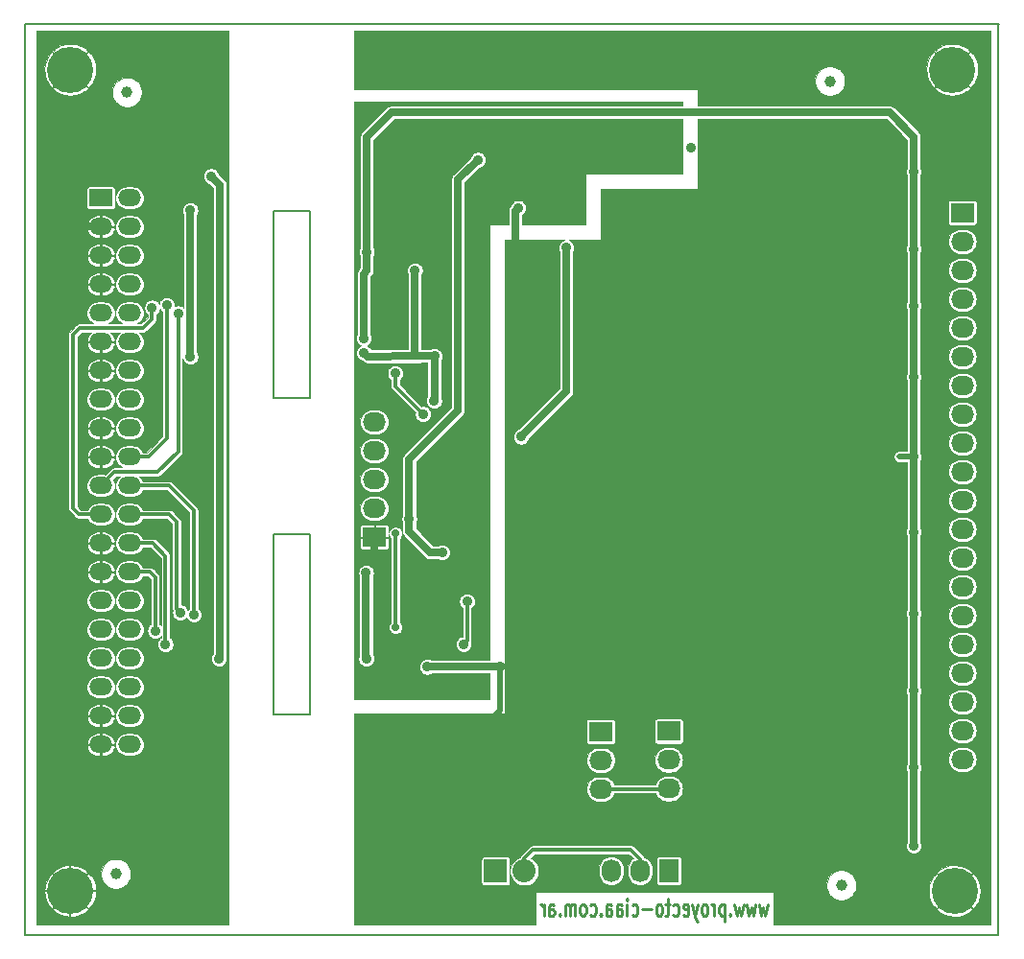
<source format=gbr>
G04 #@! TF.GenerationSoftware,KiCad,Pcbnew,(5.1.5)-3*
G04 #@! TF.CreationDate,2021-04-17T16:45:16-03:00*
G04 #@! TF.ProjectId,PonchoBiopotenciales,506f6e63-686f-4426-996f-706f74656e63,1.0*
G04 #@! TF.SameCoordinates,Original*
G04 #@! TF.FileFunction,Copper,L2,Bot*
G04 #@! TF.FilePolarity,Positive*
%FSLAX46Y46*%
G04 Gerber Fmt 4.6, Leading zero omitted, Abs format (unit mm)*
G04 Created by KiCad (PCBNEW (5.1.5)-3) date 2021-04-17 16:45:16*
%MOMM*%
%LPD*%
G04 APERTURE LIST*
%ADD10C,0.150000*%
%ADD11C,0.254000*%
%ADD12R,2.000000X1.524000*%
%ADD13O,2.000000X1.524000*%
%ADD14R,2.032000X1.727200*%
%ADD15O,2.032000X1.727200*%
%ADD16R,1.727200X2.032000*%
%ADD17O,1.727200X2.032000*%
%ADD18C,1.000000*%
%ADD19C,4.064000*%
%ADD20R,2.032000X2.032000*%
%ADD21O,2.032000X2.032000*%
%ADD22C,0.900000*%
%ADD23C,0.700000*%
%ADD24C,0.600000*%
%ADD25C,0.300000*%
%ADD26C,0.700000*%
%ADD27C,0.500000*%
%ADD28C,0.250000*%
%ADD29C,0.200000*%
%ADD30C,0.100000*%
G04 APERTURE END LIST*
D10*
X125095000Y-84455000D02*
X121920000Y-84455000D01*
X125095000Y-100965000D02*
X125095000Y-84455000D01*
X121920000Y-100965000D02*
X125095000Y-100965000D01*
X121920000Y-98425000D02*
X121920000Y-100965000D01*
X121920000Y-84455000D02*
X121920000Y-98425000D01*
X125095000Y-113030000D02*
X121920000Y-113030000D01*
X125095000Y-128905000D02*
X125095000Y-113030000D01*
X124460000Y-128905000D02*
X125095000Y-128905000D01*
X121920000Y-128905000D02*
X124460000Y-128905000D01*
X121920000Y-113030000D02*
X121920000Y-128905000D01*
X105666666Y-144500000D02*
G75*
G03X105666666Y-144500000I-1666666J0D01*
G01*
X101500000Y-144500000D02*
X106500000Y-144500000D01*
X104000000Y-142000000D02*
X104000000Y-147000000D01*
X100015000Y-67920000D02*
X185880000Y-67920000D01*
X100015000Y-67920000D02*
X100015000Y-148420000D01*
X185875000Y-148420000D02*
X185875000Y-67920000D01*
X100010000Y-148420000D02*
X185875000Y-148420000D01*
D11*
X165490666Y-145673428D02*
X165297142Y-146689428D01*
X165103619Y-145963714D01*
X164910095Y-146689428D01*
X164716571Y-145673428D01*
X164426285Y-145673428D02*
X164232761Y-146689428D01*
X164039238Y-145963714D01*
X163845714Y-146689428D01*
X163652190Y-145673428D01*
X163361904Y-145673428D02*
X163168380Y-146689428D01*
X162974857Y-145963714D01*
X162781333Y-146689428D01*
X162587809Y-145673428D01*
X162200761Y-146544285D02*
X162152380Y-146616857D01*
X162200761Y-146689428D01*
X162249142Y-146616857D01*
X162200761Y-146544285D01*
X162200761Y-146689428D01*
X161716952Y-145673428D02*
X161716952Y-147197428D01*
X161716952Y-145746000D02*
X161620190Y-145673428D01*
X161426666Y-145673428D01*
X161329904Y-145746000D01*
X161281523Y-145818571D01*
X161233142Y-145963714D01*
X161233142Y-146399142D01*
X161281523Y-146544285D01*
X161329904Y-146616857D01*
X161426666Y-146689428D01*
X161620190Y-146689428D01*
X161716952Y-146616857D01*
X160797714Y-146689428D02*
X160797714Y-145673428D01*
X160797714Y-145963714D02*
X160749333Y-145818571D01*
X160700952Y-145746000D01*
X160604190Y-145673428D01*
X160507428Y-145673428D01*
X160023619Y-146689428D02*
X160120380Y-146616857D01*
X160168761Y-146544285D01*
X160217142Y-146399142D01*
X160217142Y-145963714D01*
X160168761Y-145818571D01*
X160120380Y-145746000D01*
X160023619Y-145673428D01*
X159878476Y-145673428D01*
X159781714Y-145746000D01*
X159733333Y-145818571D01*
X159684952Y-145963714D01*
X159684952Y-146399142D01*
X159733333Y-146544285D01*
X159781714Y-146616857D01*
X159878476Y-146689428D01*
X160023619Y-146689428D01*
X159346285Y-145673428D02*
X159104380Y-146689428D01*
X158862476Y-145673428D02*
X159104380Y-146689428D01*
X159201142Y-147052285D01*
X159249523Y-147124857D01*
X159346285Y-147197428D01*
X158088380Y-146616857D02*
X158185142Y-146689428D01*
X158378666Y-146689428D01*
X158475428Y-146616857D01*
X158523809Y-146471714D01*
X158523809Y-145891142D01*
X158475428Y-145746000D01*
X158378666Y-145673428D01*
X158185142Y-145673428D01*
X158088380Y-145746000D01*
X158040000Y-145891142D01*
X158040000Y-146036285D01*
X158523809Y-146181428D01*
X157169142Y-146616857D02*
X157265904Y-146689428D01*
X157459428Y-146689428D01*
X157556190Y-146616857D01*
X157604571Y-146544285D01*
X157652952Y-146399142D01*
X157652952Y-145963714D01*
X157604571Y-145818571D01*
X157556190Y-145746000D01*
X157459428Y-145673428D01*
X157265904Y-145673428D01*
X157169142Y-145746000D01*
X156878857Y-145673428D02*
X156491809Y-145673428D01*
X156733714Y-145165428D02*
X156733714Y-146471714D01*
X156685333Y-146616857D01*
X156588571Y-146689428D01*
X156491809Y-146689428D01*
X156008000Y-146689428D02*
X156104761Y-146616857D01*
X156153142Y-146544285D01*
X156201523Y-146399142D01*
X156201523Y-145963714D01*
X156153142Y-145818571D01*
X156104761Y-145746000D01*
X156008000Y-145673428D01*
X155862857Y-145673428D01*
X155766095Y-145746000D01*
X155717714Y-145818571D01*
X155669333Y-145963714D01*
X155669333Y-146399142D01*
X155717714Y-146544285D01*
X155766095Y-146616857D01*
X155862857Y-146689428D01*
X156008000Y-146689428D01*
X155233904Y-146108857D02*
X154459809Y-146108857D01*
X153540571Y-146616857D02*
X153637333Y-146689428D01*
X153830857Y-146689428D01*
X153927619Y-146616857D01*
X153976000Y-146544285D01*
X154024380Y-146399142D01*
X154024380Y-145963714D01*
X153976000Y-145818571D01*
X153927619Y-145746000D01*
X153830857Y-145673428D01*
X153637333Y-145673428D01*
X153540571Y-145746000D01*
X153105142Y-146689428D02*
X153105142Y-145673428D01*
X153105142Y-145165428D02*
X153153523Y-145238000D01*
X153105142Y-145310571D01*
X153056761Y-145238000D01*
X153105142Y-145165428D01*
X153105142Y-145310571D01*
X152185904Y-146689428D02*
X152185904Y-145891142D01*
X152234285Y-145746000D01*
X152331047Y-145673428D01*
X152524571Y-145673428D01*
X152621333Y-145746000D01*
X152185904Y-146616857D02*
X152282666Y-146689428D01*
X152524571Y-146689428D01*
X152621333Y-146616857D01*
X152669714Y-146471714D01*
X152669714Y-146326571D01*
X152621333Y-146181428D01*
X152524571Y-146108857D01*
X152282666Y-146108857D01*
X152185904Y-146036285D01*
X151266666Y-146689428D02*
X151266666Y-145891142D01*
X151315047Y-145746000D01*
X151411809Y-145673428D01*
X151605333Y-145673428D01*
X151702095Y-145746000D01*
X151266666Y-146616857D02*
X151363428Y-146689428D01*
X151605333Y-146689428D01*
X151702095Y-146616857D01*
X151750476Y-146471714D01*
X151750476Y-146326571D01*
X151702095Y-146181428D01*
X151605333Y-146108857D01*
X151363428Y-146108857D01*
X151266666Y-146036285D01*
X150782857Y-146544285D02*
X150734476Y-146616857D01*
X150782857Y-146689428D01*
X150831238Y-146616857D01*
X150782857Y-146544285D01*
X150782857Y-146689428D01*
X149863619Y-146616857D02*
X149960380Y-146689428D01*
X150153904Y-146689428D01*
X150250666Y-146616857D01*
X150299047Y-146544285D01*
X150347428Y-146399142D01*
X150347428Y-145963714D01*
X150299047Y-145818571D01*
X150250666Y-145746000D01*
X150153904Y-145673428D01*
X149960380Y-145673428D01*
X149863619Y-145746000D01*
X149283047Y-146689428D02*
X149379809Y-146616857D01*
X149428190Y-146544285D01*
X149476571Y-146399142D01*
X149476571Y-145963714D01*
X149428190Y-145818571D01*
X149379809Y-145746000D01*
X149283047Y-145673428D01*
X149137904Y-145673428D01*
X149041142Y-145746000D01*
X148992761Y-145818571D01*
X148944380Y-145963714D01*
X148944380Y-146399142D01*
X148992761Y-146544285D01*
X149041142Y-146616857D01*
X149137904Y-146689428D01*
X149283047Y-146689428D01*
X148508952Y-146689428D02*
X148508952Y-145673428D01*
X148508952Y-145818571D02*
X148460571Y-145746000D01*
X148363809Y-145673428D01*
X148218666Y-145673428D01*
X148121904Y-145746000D01*
X148073523Y-145891142D01*
X148073523Y-146689428D01*
X148073523Y-145891142D02*
X148025142Y-145746000D01*
X147928380Y-145673428D01*
X147783238Y-145673428D01*
X147686476Y-145746000D01*
X147638095Y-145891142D01*
X147638095Y-146689428D01*
X147154285Y-146544285D02*
X147105904Y-146616857D01*
X147154285Y-146689428D01*
X147202666Y-146616857D01*
X147154285Y-146544285D01*
X147154285Y-146689428D01*
X146235047Y-146689428D02*
X146235047Y-145891142D01*
X146283428Y-145746000D01*
X146380190Y-145673428D01*
X146573714Y-145673428D01*
X146670476Y-145746000D01*
X146235047Y-146616857D02*
X146331809Y-146689428D01*
X146573714Y-146689428D01*
X146670476Y-146616857D01*
X146718857Y-146471714D01*
X146718857Y-146326571D01*
X146670476Y-146181428D01*
X146573714Y-146108857D01*
X146331809Y-146108857D01*
X146235047Y-146036285D01*
X145751238Y-146689428D02*
X145751238Y-145673428D01*
X145751238Y-145963714D02*
X145702857Y-145818571D01*
X145654476Y-145746000D01*
X145557714Y-145673428D01*
X145460952Y-145673428D01*
D12*
X106680000Y-83320000D03*
D13*
X109220000Y-83320000D03*
X106680000Y-85860000D03*
X109220000Y-85860000D03*
X106680000Y-88400000D03*
X109220000Y-88400000D03*
X106680000Y-90940000D03*
X109220000Y-90940000D03*
X106680000Y-93480000D03*
X109220000Y-93480000D03*
X106680000Y-96020000D03*
X109220000Y-96020000D03*
X106680000Y-98560000D03*
X109220000Y-98560000D03*
X106680000Y-101100000D03*
X109220000Y-101100000D03*
X106680000Y-103640000D03*
X109220000Y-103640000D03*
X106680000Y-106180000D03*
X109220000Y-106180000D03*
X106680000Y-108720000D03*
X109220000Y-108720000D03*
X106680000Y-111260000D03*
X109220000Y-111260000D03*
X106680000Y-113800000D03*
X109220000Y-113800000D03*
X106680000Y-116340000D03*
X109220000Y-116340000D03*
X106680000Y-118880000D03*
X109220000Y-118880000D03*
X106680000Y-121420000D03*
X109220000Y-121420000D03*
X106680000Y-123960000D03*
X109220000Y-123960000D03*
X106680000Y-126500000D03*
X109220000Y-126500000D03*
X106680000Y-129040000D03*
X109220000Y-129040000D03*
X106680000Y-131580000D03*
X109220000Y-131580000D03*
D14*
X156770000Y-130400000D03*
D15*
X156770000Y-132940000D03*
X156770000Y-135480000D03*
D16*
X156780000Y-142720000D03*
D17*
X154240000Y-142720000D03*
X151700000Y-142720000D03*
D14*
X150780000Y-130420000D03*
D15*
X150780000Y-132960000D03*
X150780000Y-135500000D03*
D14*
X182680000Y-84620000D03*
D15*
X182680000Y-87160000D03*
X182680000Y-89700000D03*
X182680000Y-92240000D03*
X182680000Y-94780000D03*
X182680000Y-97320000D03*
X182680000Y-99860000D03*
X182680000Y-102400000D03*
X182680000Y-104940000D03*
X182680000Y-107480000D03*
X182680000Y-110020000D03*
X182680000Y-112560000D03*
X182680000Y-115100000D03*
X182680000Y-117640000D03*
X182680000Y-120180000D03*
X182680000Y-122720000D03*
X182680000Y-125260000D03*
X182680000Y-127800000D03*
X182680000Y-130340000D03*
X182680000Y-132880000D03*
D18*
X109000000Y-74000000D03*
D19*
X181800000Y-72000000D03*
X182000000Y-144500000D03*
X104000000Y-72000000D03*
X104000000Y-144500000D03*
D18*
X171000000Y-73000000D03*
X108000000Y-143000000D03*
X172000000Y-144000000D03*
D14*
X130820000Y-113270000D03*
D15*
X130820000Y-110730000D03*
X130820000Y-108190000D03*
X130820000Y-105650000D03*
X130820000Y-103110000D03*
D20*
X141510000Y-142750000D03*
D21*
X144050000Y-142750000D03*
D22*
X156500000Y-110500000D03*
X161000000Y-112000000D03*
X158000000Y-112000000D03*
X159880000Y-92420000D03*
X158380000Y-90920000D03*
X161380000Y-90920000D03*
X159880000Y-89420000D03*
X151380000Y-95420000D03*
X151380000Y-93420000D03*
X152880000Y-96920000D03*
X143250000Y-89720000D03*
X143500000Y-84200000D03*
X136100000Y-97290000D03*
X129900000Y-97000000D03*
X134380000Y-89720000D03*
X178250000Y-144500000D03*
X173900000Y-146000000D03*
X170100000Y-146000000D03*
X167400000Y-146000000D03*
X142800000Y-146000000D03*
X140000000Y-145400000D03*
X134900000Y-143400000D03*
X136880000Y-141420000D03*
X134880000Y-139420000D03*
X130880000Y-139420000D03*
X132880000Y-137420000D03*
X136880000Y-137420000D03*
X134880000Y-135420000D03*
X130880000Y-135420000D03*
X132880000Y-141420000D03*
X130880000Y-143420000D03*
X132900000Y-145400000D03*
X136900000Y-145400000D03*
X176700000Y-146000000D03*
X175250000Y-144500000D03*
X160900000Y-103700000D03*
X159500000Y-110500000D03*
X159500000Y-105000000D03*
X161000000Y-109000000D03*
X158000000Y-109000000D03*
X160900000Y-96200000D03*
X160900000Y-98500000D03*
X151380000Y-98420000D03*
X149880000Y-96920000D03*
X148880000Y-116400000D03*
X159500000Y-116000000D03*
X153000000Y-119500000D03*
X150380000Y-120420000D03*
X155000000Y-119500000D03*
X161500000Y-116000000D03*
X161380000Y-122920000D03*
X167680000Y-116960000D03*
X148880000Y-118920000D03*
X147380000Y-120420000D03*
X148880000Y-121920000D03*
X149180000Y-113570000D03*
X159880000Y-124420000D03*
X159880000Y-122920000D03*
X161380000Y-124420000D03*
X161380000Y-125920000D03*
X146880000Y-124920000D03*
X149880000Y-124920000D03*
D23*
X143050000Y-100350000D03*
D22*
X136080000Y-101220000D03*
X141880000Y-124720000D03*
X135480000Y-124720000D03*
X173480000Y-76870000D03*
X173480000Y-90170000D03*
X173480000Y-116940000D03*
X173490000Y-123710000D03*
X173480000Y-130660000D03*
X173480000Y-137900000D03*
X173480000Y-102910000D03*
X173480000Y-85320000D03*
X173480000Y-111420000D03*
X173480000Y-97620000D03*
X158730000Y-78890000D03*
X161500000Y-73000000D03*
X161000000Y-85000000D03*
X156380000Y-86420000D03*
X153010000Y-86420000D03*
X158000000Y-85000000D03*
X159500000Y-83500000D03*
X169000000Y-73000000D03*
X179500000Y-75000000D03*
X175500000Y-71000000D03*
X171000000Y-71000000D03*
X173500000Y-73000000D03*
X177500000Y-73000000D03*
X181500000Y-77000000D03*
X167000000Y-71000000D03*
X165000000Y-73000000D03*
X158500000Y-73000000D03*
X152500000Y-73000000D03*
X149500000Y-73000000D03*
X155500000Y-73000000D03*
X183500000Y-75000000D03*
X179500000Y-79000000D03*
X183500000Y-79000000D03*
X181500000Y-81000000D03*
X146500000Y-73000000D03*
X143500000Y-73000000D03*
X140500000Y-73000000D03*
X134500000Y-73000000D03*
X137500000Y-73000000D03*
X131500000Y-73000000D03*
X132650000Y-98800000D03*
X135100000Y-102400000D03*
D23*
X132680000Y-121220000D03*
X132680000Y-112950000D03*
D22*
X114580000Y-97320000D03*
X114580000Y-84420000D03*
X116000000Y-125300000D03*
X114000000Y-135000000D03*
X110000000Y-135000000D03*
X106000000Y-135000000D03*
X104000000Y-137000000D03*
X108000000Y-137000000D03*
X112000000Y-137000000D03*
X116000000Y-137000000D03*
X106000000Y-139000000D03*
X110000000Y-139000000D03*
X114000000Y-139000000D03*
X104000000Y-141000000D03*
X116000000Y-141000000D03*
X112000000Y-141000000D03*
X108000000Y-141000000D03*
X110000000Y-143000000D03*
X114000000Y-143000000D03*
X116000000Y-145000000D03*
X112000000Y-145000000D03*
X108000000Y-145000000D03*
X107000000Y-70000000D03*
X107000000Y-74000000D03*
X115000000Y-70000000D03*
X115000000Y-78000000D03*
X111000000Y-78000000D03*
X107000000Y-78000000D03*
X103000000Y-78000000D03*
X105000000Y-76000000D03*
X109000000Y-76000000D03*
X113000000Y-76000000D03*
X115000000Y-74000000D03*
X111000000Y-74000000D03*
X113000000Y-72000000D03*
X111000000Y-70000000D03*
X109000000Y-72000000D03*
X115980000Y-96970000D03*
X136450000Y-85800000D03*
X134250000Y-85800000D03*
X132100000Y-85700000D03*
X132100000Y-83700000D03*
X134300000Y-83700000D03*
X136400000Y-83700000D03*
X139900000Y-84400000D03*
X139750000Y-107000000D03*
X137350000Y-107000000D03*
X136000000Y-121000000D03*
X134500000Y-121000000D03*
X134500000Y-119500000D03*
X137500000Y-121000000D03*
X135400000Y-126500000D03*
X130450000Y-125260000D03*
X131550000Y-117640000D03*
X139950000Y-79950000D03*
X136780000Y-114620000D03*
X133890000Y-111660000D03*
X130105000Y-123995000D03*
X130080000Y-116420000D03*
X143750000Y-104400000D03*
X147750000Y-87720000D03*
X178390000Y-106170000D03*
X178380000Y-112820000D03*
X178380000Y-120020000D03*
X178380000Y-126820000D03*
X178380000Y-133620000D03*
X178380000Y-140520000D03*
X178380000Y-99120000D03*
X178380000Y-81000000D03*
X178380000Y-87820000D03*
X178380000Y-92820000D03*
X130145000Y-88075000D03*
X129880000Y-95720000D03*
X138680000Y-122720000D03*
X138990000Y-118950000D03*
D24*
X117200000Y-114600000D03*
D22*
X117100000Y-124000000D03*
X116400000Y-81400000D03*
X111200000Y-93000000D03*
X112500000Y-92780000D03*
X113500000Y-93500000D03*
X113680000Y-119920000D03*
X114880000Y-120120000D03*
X111480000Y-121520000D03*
X112380000Y-122720000D03*
D25*
X150780000Y-135500000D02*
X156750000Y-135500000D01*
X156750000Y-135500000D02*
X156770000Y-135480000D01*
D26*
X156500000Y-110500000D02*
X158000000Y-112000000D01*
D27*
X158000000Y-112000000D02*
X159500000Y-112000000D01*
X159500000Y-112000000D02*
X161000000Y-112000000D01*
D26*
X159880000Y-92420000D02*
X158380000Y-90920000D01*
D27*
X159880000Y-90920000D02*
X161380000Y-90920000D01*
X158380000Y-90920000D02*
X159880000Y-90920000D01*
X161380000Y-90920000D02*
X159880000Y-89420000D01*
D26*
X152880000Y-96920000D02*
X151380000Y-95420000D01*
D27*
X151380000Y-95420000D02*
X151380000Y-93420000D01*
D26*
X134380000Y-89720000D02*
X134380000Y-97292915D01*
X134379949Y-97292966D02*
X134350000Y-97292966D01*
X134380000Y-97292915D02*
X134379949Y-97292966D01*
X143250000Y-84450000D02*
X143500000Y-84200000D01*
X143250000Y-84450000D02*
X143250000Y-89720000D01*
X136080000Y-101220000D02*
X136100000Y-101200000D01*
X136100000Y-101200000D02*
X136100000Y-97290000D01*
X134350000Y-97292966D02*
X136100000Y-97290000D01*
X130200000Y-97300000D02*
X134350000Y-97292966D01*
X129900000Y-97000000D02*
X130200000Y-97300000D01*
D27*
X175250000Y-144500000D02*
X178250000Y-144500000D01*
X176750000Y-146000000D02*
X178250000Y-144500000D01*
X136900000Y-145400000D02*
X134900000Y-143400000D01*
X130880000Y-143420000D02*
X130920000Y-143420000D01*
X130880000Y-132520000D02*
X132800000Y-130600000D01*
X132800000Y-130600000D02*
X139900000Y-130600000D01*
X139900000Y-130600000D02*
X141880000Y-128620000D01*
X141880000Y-128620000D02*
X141880000Y-124720000D01*
X130880000Y-143420000D02*
X130880000Y-141420000D01*
X132880000Y-141420000D02*
X134880000Y-141420000D01*
X136880000Y-139420000D02*
X134880000Y-139420000D01*
X132880000Y-139420000D02*
X130880000Y-139420000D01*
X130880000Y-137420000D02*
X132880000Y-137420000D01*
X134880000Y-137420000D02*
X136880000Y-137420000D01*
X136880000Y-135420000D02*
X134880000Y-135420000D01*
X132880000Y-135420000D02*
X130880000Y-135420000D01*
X134880000Y-135420000D02*
X132880000Y-135420000D01*
X136880000Y-137420000D02*
X136880000Y-135420000D01*
X132880000Y-137420000D02*
X134880000Y-137420000D01*
X130880000Y-139420000D02*
X130880000Y-137420000D01*
X134880000Y-139420000D02*
X132880000Y-139420000D01*
X136880000Y-139420000D02*
X136880000Y-141420000D01*
X134880000Y-141420000D02*
X136880000Y-141420000D01*
X130880000Y-141420000D02*
X132880000Y-141420000D01*
X130880000Y-135420000D02*
X130880000Y-132520000D01*
X130920000Y-143420000D02*
X132900000Y-145400000D01*
X134900000Y-143400000D02*
X132900000Y-145400000D01*
X176700000Y-146000000D02*
X176750000Y-146000000D01*
X152880000Y-96920000D02*
X154120000Y-96920000D01*
X158000000Y-110500000D02*
X156500000Y-110500000D01*
X158000000Y-109000000D02*
X159500000Y-109000000D01*
X159500000Y-105000000D02*
X159500000Y-107500000D01*
X160900000Y-105000000D02*
X160900000Y-103700000D01*
X159500000Y-105000000D02*
X160900000Y-105000000D01*
X159500000Y-107500000D02*
X161000000Y-109000000D01*
X159500000Y-109000000D02*
X161000000Y-109000000D01*
X156500000Y-110500000D02*
X158000000Y-109000000D01*
X159500000Y-110500000D02*
X158000000Y-110500000D01*
X172690000Y-103700000D02*
X173480000Y-102910000D01*
X160900000Y-103700000D02*
X172690000Y-103700000D01*
X160900000Y-98500000D02*
X160900000Y-103700000D01*
X160900000Y-96200000D02*
X160900000Y-98500000D01*
X155620000Y-98420000D02*
X160900000Y-103700000D01*
X154120000Y-96920000D02*
X155620000Y-98420000D01*
X151380000Y-98420000D02*
X152880000Y-96920000D01*
X151380000Y-96920000D02*
X152880000Y-96920000D01*
X151380000Y-96920000D02*
X149880000Y-96920000D01*
X161500000Y-116000000D02*
X159500000Y-116000000D01*
X156000000Y-119500000D02*
X159500000Y-116000000D01*
X155000000Y-119500000D02*
X153000000Y-119500000D01*
X152080000Y-120420000D02*
X153000000Y-119500000D01*
X152080000Y-120420000D02*
X150380000Y-120420000D01*
X155000000Y-119500000D02*
X156000000Y-119500000D01*
X172730000Y-89420000D02*
X173480000Y-90170000D01*
X161380000Y-122920000D02*
X161720000Y-122920000D01*
X161720000Y-122920000D02*
X167680000Y-116960000D01*
X148880000Y-117420000D02*
X148880000Y-116400000D01*
X148880000Y-116400000D02*
X148880000Y-113870000D01*
X150380000Y-118920000D02*
X150380000Y-120420000D01*
X148880000Y-120420000D02*
X148880000Y-118920000D01*
X147380000Y-118920000D02*
X147380000Y-120420000D01*
X147380000Y-121920000D02*
X148880000Y-121920000D01*
X150380000Y-121920000D02*
X148880000Y-121920000D01*
X147380000Y-120420000D02*
X147380000Y-121920000D01*
X148880000Y-118920000D02*
X147380000Y-118920000D01*
X150380000Y-120420000D02*
X148880000Y-120420000D01*
X148880000Y-117420000D02*
X150380000Y-118920000D01*
X148880000Y-113870000D02*
X149180000Y-113570000D01*
X161380000Y-125920000D02*
X159880000Y-124420000D01*
X161380000Y-124420000D02*
X161380000Y-122920000D01*
X158880000Y-121920000D02*
X150380000Y-121920000D01*
X158880000Y-121920000D02*
X159880000Y-122920000D01*
X161380000Y-122920000D02*
X159880000Y-122920000D01*
X159880000Y-124420000D02*
X161380000Y-124420000D01*
X149880000Y-122420000D02*
X150380000Y-121920000D01*
X149880000Y-124920000D02*
X148380000Y-124920000D01*
X146680000Y-124720000D02*
X141880000Y-124720000D01*
X146680000Y-124720000D02*
X146880000Y-124920000D01*
X148380000Y-124920000D02*
X146880000Y-124920000D01*
X149880000Y-124920000D02*
X149880000Y-122420000D01*
D28*
X136080000Y-101220000D02*
X136090000Y-101220000D01*
D26*
X141880000Y-124720000D02*
X135480000Y-124720000D01*
X173480000Y-85320000D02*
X173480000Y-76870000D01*
D27*
X173480000Y-116940000D02*
X173480000Y-117020000D01*
X173490000Y-123710000D02*
X173480000Y-123710000D01*
X173480000Y-123710000D02*
X173490000Y-123710000D01*
X173490000Y-123710000D02*
X173480000Y-123710000D01*
D26*
X173480000Y-122320000D02*
X173480000Y-123710000D01*
X173480000Y-122320000D02*
X173480000Y-117020000D01*
X173480000Y-123710000D02*
X173480000Y-130660000D01*
X173480000Y-130660000D02*
X173480000Y-137900000D01*
X173480000Y-117020000D02*
X173480000Y-111420000D01*
X173480000Y-111420000D02*
X173480000Y-104420000D01*
X173480000Y-104420000D02*
X173480000Y-102910000D01*
X173480000Y-102910000D02*
X173480000Y-97620000D01*
X173480000Y-97620000D02*
X173480000Y-91520000D01*
X173480000Y-91520000D02*
X173480000Y-90520000D01*
X173480000Y-90520000D02*
X173480000Y-90170000D01*
X173480000Y-90170000D02*
X173480000Y-85320000D01*
D27*
X161380000Y-89420000D02*
X172730000Y-89420000D01*
X161380000Y-89420000D02*
X159880000Y-89420000D01*
X159880000Y-89420000D02*
X158380000Y-89420000D01*
X159500000Y-83500000D02*
X161000000Y-85000000D01*
X156580000Y-86420000D02*
X156380000Y-86420000D01*
X156380000Y-86420000D02*
X153010000Y-86420000D01*
X156580000Y-86420000D02*
X158000000Y-85000000D01*
X161000000Y-85000000D02*
X158000000Y-85000000D01*
X156380000Y-87420000D02*
X156380000Y-86420000D01*
X156380000Y-87420000D02*
X158380000Y-89420000D01*
D26*
X161500000Y-73000000D02*
X165000000Y-73000000D01*
D27*
X169000000Y-73000000D02*
X169000000Y-71640000D01*
X181500000Y-77000000D02*
X179500000Y-75000000D01*
X177500000Y-73000000D02*
X175500000Y-71000000D01*
X171000000Y-71000000D02*
X171500000Y-71000000D01*
X171500000Y-71000000D02*
X173500000Y-73000000D01*
X175500000Y-71000000D02*
X173500000Y-73000000D01*
X179500000Y-75000000D02*
X177500000Y-73000000D01*
X169640000Y-71000000D02*
X171000000Y-71000000D01*
X169000000Y-71640000D02*
X169640000Y-71000000D01*
X169000000Y-73000000D02*
X167000000Y-71000000D01*
X167000000Y-71000000D02*
X165000000Y-73000000D01*
D26*
X158500000Y-73000000D02*
X155500000Y-73000000D01*
X161500000Y-73000000D02*
X158500000Y-73000000D01*
X155500000Y-73000000D02*
X152500000Y-73000000D01*
X149500000Y-73000000D02*
X146500000Y-73000000D01*
X152500000Y-73000000D02*
X149500000Y-73000000D01*
D27*
X183500000Y-75000000D02*
X181500000Y-77000000D01*
X181500000Y-81000000D02*
X183500000Y-79000000D01*
X183500000Y-79000000D02*
X181500000Y-77000000D01*
X179500000Y-79000000D02*
X181500000Y-81000000D01*
D26*
X146500000Y-73000000D02*
X143500000Y-73000000D01*
X143500000Y-73000000D02*
X140500000Y-73000000D01*
X140500000Y-73000000D02*
X137500000Y-73000000D01*
X137500000Y-73000000D02*
X134500000Y-73000000D01*
D25*
X135100000Y-102400000D02*
X132650000Y-99950000D01*
X132650000Y-99950000D02*
X132650000Y-98800000D01*
X132680000Y-115620000D02*
X132680000Y-121220000D01*
X132680000Y-112950000D02*
X132680000Y-115620000D01*
X144050000Y-142750000D02*
X144050000Y-141630000D01*
X154240000Y-141670000D02*
X154240000Y-142720000D01*
X153440000Y-140870000D02*
X154240000Y-141670000D01*
X144810000Y-140870000D02*
X153440000Y-140870000D01*
X144050000Y-141630000D02*
X144810000Y-140870000D01*
D26*
X114580000Y-97320000D02*
X114580000Y-84420000D01*
D29*
X116000000Y-125300000D02*
X115980000Y-125300000D01*
X115980000Y-125300000D02*
X116000000Y-125300000D01*
X116000000Y-125300000D02*
X115980000Y-125300000D01*
D27*
X108000000Y-141000000D02*
X109240000Y-141000000D01*
X104000000Y-141000000D02*
X108000000Y-141000000D01*
X114000000Y-139000000D02*
X116000000Y-139000000D01*
X116000000Y-137000000D02*
X114000000Y-137000000D01*
X112000000Y-137000000D02*
X110000000Y-137000000D01*
X108000000Y-137000000D02*
X106000000Y-137000000D01*
X104000000Y-137000000D02*
X104000000Y-135000000D01*
X106000000Y-135000000D02*
X108000000Y-135000000D01*
X110000000Y-135000000D02*
X112000000Y-135000000D01*
X114000000Y-135000000D02*
X116000000Y-135000000D01*
X115980000Y-134980000D02*
X116000000Y-135000000D01*
X115980000Y-127440000D02*
X115980000Y-134980000D01*
X112000000Y-135000000D02*
X114000000Y-135000000D01*
X108000000Y-135000000D02*
X110000000Y-135000000D01*
X104000000Y-135000000D02*
X106000000Y-135000000D01*
X106000000Y-137000000D02*
X104000000Y-137000000D01*
X110000000Y-137000000D02*
X108000000Y-137000000D01*
X114000000Y-137000000D02*
X112000000Y-137000000D01*
X116000000Y-139000000D02*
X116000000Y-137000000D01*
X104000000Y-139000000D02*
X106000000Y-139000000D01*
X108000000Y-139000000D02*
X110000000Y-139000000D01*
X112000000Y-139000000D02*
X114000000Y-139000000D01*
X110000000Y-139000000D02*
X112000000Y-139000000D01*
X106000000Y-139000000D02*
X108000000Y-139000000D01*
X104000000Y-141000000D02*
X104000000Y-139000000D01*
X114000000Y-143000000D02*
X112000000Y-141000000D01*
X112000000Y-141000000D02*
X110000000Y-143000000D01*
X114000000Y-143000000D02*
X116000000Y-141000000D01*
X114000000Y-145000000D02*
X112000000Y-145000000D01*
X110000000Y-145000000D02*
X108000000Y-145000000D01*
X112000000Y-145000000D02*
X110000000Y-145000000D01*
X116000000Y-145000000D02*
X114000000Y-145000000D01*
X116000000Y-141000000D02*
X116000000Y-145000000D01*
X110000000Y-141760000D02*
X110000000Y-143000000D01*
X109240000Y-141000000D02*
X110000000Y-141760000D01*
X107000000Y-70000000D02*
X107000000Y-74000000D01*
X109000000Y-72000000D02*
X107000000Y-70000000D01*
X111000000Y-70000000D02*
X115000000Y-70000000D01*
X113000000Y-72000000D02*
X111000000Y-74000000D01*
X113000000Y-74000000D02*
X111000000Y-74000000D01*
X115000000Y-74000000D02*
X115000000Y-76000000D01*
X113000000Y-76000000D02*
X111000000Y-76000000D01*
X109000000Y-76000000D02*
X107000000Y-76000000D01*
X105000000Y-76000000D02*
X103000000Y-76000000D01*
X103000000Y-78000000D02*
X105000000Y-78000000D01*
X107000000Y-78000000D02*
X109000000Y-78000000D01*
X111000000Y-78000000D02*
X113000000Y-78000000D01*
X113280000Y-79720000D02*
X113280000Y-80520000D01*
X113280000Y-79720000D02*
X115000000Y-78000000D01*
X113000000Y-78000000D02*
X115000000Y-78000000D01*
X109000000Y-78000000D02*
X111000000Y-78000000D01*
X105000000Y-78000000D02*
X107000000Y-78000000D01*
X103000000Y-76000000D02*
X103000000Y-78000000D01*
X107000000Y-76000000D02*
X105000000Y-76000000D01*
X111000000Y-76000000D02*
X109000000Y-76000000D01*
X115000000Y-76000000D02*
X113000000Y-76000000D01*
X113000000Y-74000000D02*
X115000000Y-74000000D01*
X115000000Y-70000000D02*
X113000000Y-72000000D01*
X107000000Y-70000000D02*
X111000000Y-70000000D01*
D26*
X115980000Y-96970000D02*
X115980000Y-96920000D01*
X115980000Y-117620000D02*
X115980000Y-125300000D01*
X115980000Y-125300000D02*
X115980000Y-127440000D01*
X106680000Y-85860000D02*
X105420000Y-85860000D01*
X115980000Y-83220000D02*
X115980000Y-89320000D01*
X113280000Y-80520000D02*
X115980000Y-83220000D01*
X105380000Y-80520000D02*
X113280000Y-80520000D01*
X104180000Y-81720000D02*
X105380000Y-80520000D01*
X104180000Y-84620000D02*
X104180000Y-81720000D01*
X105420000Y-85860000D02*
X104180000Y-84620000D01*
X115980000Y-117620000D02*
X115980000Y-96920000D01*
X115980000Y-96920000D02*
X115980000Y-89320000D01*
D25*
X134250000Y-85800000D02*
X136450000Y-85800000D01*
X132100000Y-83700000D02*
X132100000Y-85700000D01*
X136400000Y-83700000D02*
X134300000Y-83700000D01*
D26*
X139750000Y-107000000D02*
X139750000Y-84550000D01*
X139750000Y-84550000D02*
X139900000Y-84400000D01*
D25*
X139750000Y-107000000D02*
X137350000Y-107000000D01*
D27*
X137500000Y-121000000D02*
X136000000Y-121000000D01*
X134500000Y-119500000D02*
X134500000Y-121000000D01*
X133240000Y-125260000D02*
X134500000Y-124000000D01*
X134500000Y-124000000D02*
X134500000Y-121000000D01*
X133240000Y-125260000D02*
X130450000Y-125260000D01*
X136000000Y-121000000D02*
X134500000Y-119500000D01*
X130450000Y-125260000D02*
X130450000Y-126150000D01*
X130800000Y-126500000D02*
X135400000Y-126500000D01*
X130450000Y-126150000D02*
X130800000Y-126500000D01*
D26*
X131550000Y-124160000D02*
X131550000Y-117640000D01*
X130450000Y-125260000D02*
X131550000Y-124160000D01*
X130820000Y-114880000D02*
X130820000Y-113270000D01*
X131550000Y-117640000D02*
X131550000Y-115610000D01*
X131550000Y-115610000D02*
X130820000Y-114880000D01*
D28*
X130820000Y-113270000D02*
X130830000Y-113270000D01*
D26*
X139950000Y-79950000D02*
X138200000Y-81700000D01*
X133890000Y-111660000D02*
X133890000Y-106360000D01*
X138200000Y-81700000D02*
X138200000Y-83750000D01*
X138200000Y-83750000D02*
X138200000Y-102050000D01*
X138200000Y-102050000D02*
X133890000Y-106360000D01*
X136780000Y-114620000D02*
X135730000Y-114620000D01*
X135730000Y-114620000D02*
X133890000Y-112780000D01*
X133890000Y-112780000D02*
X133890000Y-111660000D01*
X130080000Y-123970000D02*
X130080000Y-116420000D01*
D29*
X130080000Y-123970000D02*
X130105000Y-123995000D01*
D26*
X147750000Y-87720000D02*
X147750000Y-87650000D01*
X147750000Y-87650000D02*
X147750000Y-100400000D01*
X147750000Y-100400000D02*
X143750000Y-104400000D01*
X176230000Y-75770000D02*
X132330000Y-75770000D01*
X130145000Y-88075000D02*
X130145000Y-77955000D01*
X130145000Y-77955000D02*
X132330000Y-75770000D01*
X178380000Y-77920000D02*
X176230000Y-75770000D01*
X178380000Y-77920000D02*
X178380000Y-81000000D01*
D27*
X178390000Y-106170000D02*
X177140000Y-106170000D01*
D25*
X178390000Y-106170000D02*
X178380000Y-106170000D01*
X178380000Y-106170000D02*
X178390000Y-106170000D01*
X178390000Y-106170000D02*
X178380000Y-106170000D01*
D26*
X178380000Y-106170000D02*
X178380000Y-106720000D01*
X178380000Y-106720000D02*
X178380000Y-112820000D01*
X178380000Y-112820000D02*
X178380000Y-120020000D01*
X178380000Y-120020000D02*
X178380000Y-126820000D01*
X178380000Y-126820000D02*
X178380000Y-133620000D01*
X178380000Y-133620000D02*
X178380000Y-140520000D01*
X178380000Y-99120000D02*
X178380000Y-106170000D01*
X178380000Y-92820000D02*
X178380000Y-99120000D01*
X178380000Y-87820000D02*
X178380000Y-81000000D01*
X178380000Y-87820000D02*
X178380000Y-92820000D01*
X130145000Y-88075000D02*
X130145000Y-89755000D01*
X130145000Y-89755000D02*
X129880000Y-90020000D01*
X129880000Y-90020000D02*
X129880000Y-95720000D01*
D25*
X138990000Y-122410000D02*
X138990000Y-118950000D01*
X138990000Y-122410000D02*
X138680000Y-122720000D01*
D29*
X117200000Y-114600000D02*
X117200000Y-114400000D01*
D26*
X117200000Y-123900000D02*
X117100000Y-124000000D01*
X117200000Y-114400000D02*
X117200000Y-123900000D01*
X117200000Y-82200000D02*
X117200000Y-114400000D01*
X116400000Y-81400000D02*
X117200000Y-82200000D01*
D25*
X104760000Y-111260000D02*
X106680000Y-111260000D01*
X104200000Y-110700000D02*
X104760000Y-111260000D01*
X104200000Y-95400000D02*
X104200000Y-110700000D01*
X104800000Y-94800000D02*
X104200000Y-95400000D01*
X110400000Y-94800000D02*
X104800000Y-94800000D01*
X111200000Y-94000000D02*
X110400000Y-94800000D01*
X111200000Y-93000000D02*
X111200000Y-94000000D01*
X110880000Y-106180000D02*
X109220000Y-106180000D01*
X112510000Y-104550000D02*
X110880000Y-106180000D01*
X112510000Y-92790000D02*
X112510000Y-104550000D01*
X112500000Y-92780000D02*
X112510000Y-92790000D01*
X113500000Y-93500000D02*
X113500000Y-105700000D01*
X113500000Y-105700000D02*
X111700000Y-107500000D01*
X106680000Y-108720000D02*
X107900000Y-107500000D01*
X107900000Y-107500000D02*
X111700000Y-107500000D01*
X112720000Y-111260000D02*
X109220000Y-111260000D01*
X113380000Y-111920000D02*
X112720000Y-111260000D01*
X113380000Y-119620000D02*
X113380000Y-111920000D01*
X113680000Y-119920000D02*
X113380000Y-119620000D01*
X109220000Y-108720000D02*
X112680000Y-108720000D01*
X114880000Y-110920000D02*
X114880000Y-120120000D01*
X112680000Y-108720000D02*
X114880000Y-110920000D01*
X109220000Y-116340000D02*
X111000000Y-116340000D01*
X111480000Y-116820000D02*
X111480000Y-121520000D01*
X111000000Y-116340000D02*
X111480000Y-116820000D01*
X109220000Y-113800000D02*
X111260000Y-113800000D01*
X112380000Y-114920000D02*
X112380000Y-122720000D01*
X111260000Y-113800000D02*
X112380000Y-114920000D01*
D30*
G36*
X117920000Y-147450000D02*
G01*
X101020000Y-147450000D01*
X101020000Y-146112191D01*
X102458520Y-146112191D01*
X102692955Y-146384058D01*
X103085631Y-146602849D01*
X103513446Y-146740828D01*
X103959959Y-146792693D01*
X104408010Y-146756451D01*
X104840382Y-146633495D01*
X105240458Y-146428550D01*
X105307045Y-146384058D01*
X105541480Y-146112191D01*
X104000000Y-144570711D01*
X102458520Y-146112191D01*
X101020000Y-146112191D01*
X101020000Y-144459959D01*
X101707307Y-144459959D01*
X101743549Y-144908010D01*
X101866505Y-145340382D01*
X102071450Y-145740458D01*
X102115942Y-145807045D01*
X102387809Y-146041480D01*
X103929289Y-144500000D01*
X104070711Y-144500000D01*
X105612191Y-146041480D01*
X105884058Y-145807045D01*
X106102849Y-145414369D01*
X106240828Y-144986554D01*
X106292693Y-144540041D01*
X106256451Y-144091990D01*
X106133495Y-143659618D01*
X105928550Y-143259542D01*
X105884058Y-143192955D01*
X105612191Y-142958520D01*
X104070711Y-144500000D01*
X103929289Y-144500000D01*
X102387809Y-142958520D01*
X102115942Y-143192955D01*
X101897151Y-143585631D01*
X101759172Y-144013446D01*
X101707307Y-144459959D01*
X101020000Y-144459959D01*
X101020000Y-142887809D01*
X102458520Y-142887809D01*
X104000000Y-144429289D01*
X105541480Y-142887809D01*
X105526116Y-142869991D01*
X106680000Y-142869991D01*
X106680000Y-143130009D01*
X106730727Y-143385030D01*
X106830231Y-143625255D01*
X106974689Y-143841451D01*
X107158549Y-144025311D01*
X107374745Y-144169769D01*
X107614970Y-144269273D01*
X107869991Y-144320000D01*
X108130009Y-144320000D01*
X108385030Y-144269273D01*
X108625255Y-144169769D01*
X108841451Y-144025311D01*
X109025311Y-143841451D01*
X109169769Y-143625255D01*
X109269273Y-143385030D01*
X109320000Y-143130009D01*
X109320000Y-142869991D01*
X109269273Y-142614970D01*
X109169769Y-142374745D01*
X109025311Y-142158549D01*
X108841451Y-141974689D01*
X108625255Y-141830231D01*
X108385030Y-141730727D01*
X108130009Y-141680000D01*
X107869991Y-141680000D01*
X107614970Y-141730727D01*
X107374745Y-141830231D01*
X107158549Y-141974689D01*
X106974689Y-142158549D01*
X106830231Y-142374745D01*
X106730727Y-142614970D01*
X106680000Y-142869991D01*
X105526116Y-142869991D01*
X105307045Y-142615942D01*
X104914369Y-142397151D01*
X104486554Y-142259172D01*
X104040041Y-142207307D01*
X103591990Y-142243549D01*
X103159618Y-142366505D01*
X102759542Y-142571450D01*
X102692955Y-142615942D01*
X102458520Y-142887809D01*
X101020000Y-142887809D01*
X101020000Y-131787503D01*
X105451502Y-131787503D01*
X105487899Y-131921082D01*
X105572774Y-132100664D01*
X105691052Y-132260237D01*
X105838189Y-132393669D01*
X106008530Y-132495832D01*
X106195529Y-132562800D01*
X106392000Y-132592000D01*
X106630000Y-132592000D01*
X106630000Y-131630000D01*
X106730000Y-131630000D01*
X106730000Y-132592000D01*
X106968000Y-132592000D01*
X107164471Y-132562800D01*
X107351470Y-132495832D01*
X107521811Y-132393669D01*
X107668948Y-132260237D01*
X107787226Y-132100664D01*
X107872101Y-131921082D01*
X107908498Y-131787503D01*
X107866183Y-131630000D01*
X106730000Y-131630000D01*
X106630000Y-131630000D01*
X105493817Y-131630000D01*
X105451502Y-131787503D01*
X101020000Y-131787503D01*
X101020000Y-131580000D01*
X107965104Y-131580000D01*
X107984643Y-131778387D01*
X108042511Y-131969149D01*
X108136482Y-132144957D01*
X108262946Y-132299054D01*
X108417043Y-132425518D01*
X108592851Y-132519489D01*
X108783613Y-132577357D01*
X108932289Y-132592000D01*
X109507711Y-132592000D01*
X109656387Y-132577357D01*
X109847149Y-132519489D01*
X110022957Y-132425518D01*
X110177054Y-132299054D01*
X110303518Y-132144957D01*
X110397489Y-131969149D01*
X110455357Y-131778387D01*
X110474896Y-131580000D01*
X110455357Y-131381613D01*
X110397489Y-131190851D01*
X110303518Y-131015043D01*
X110177054Y-130860946D01*
X110022957Y-130734482D01*
X109847149Y-130640511D01*
X109656387Y-130582643D01*
X109507711Y-130568000D01*
X108932289Y-130568000D01*
X108783613Y-130582643D01*
X108592851Y-130640511D01*
X108417043Y-130734482D01*
X108262946Y-130860946D01*
X108136482Y-131015043D01*
X108042511Y-131190851D01*
X107984643Y-131381613D01*
X107965104Y-131580000D01*
X101020000Y-131580000D01*
X101020000Y-131372497D01*
X105451502Y-131372497D01*
X105493817Y-131530000D01*
X106630000Y-131530000D01*
X106630000Y-130568000D01*
X106730000Y-130568000D01*
X106730000Y-131530000D01*
X107866183Y-131530000D01*
X107908498Y-131372497D01*
X107872101Y-131238918D01*
X107787226Y-131059336D01*
X107668948Y-130899763D01*
X107521811Y-130766331D01*
X107351470Y-130664168D01*
X107164471Y-130597200D01*
X106968000Y-130568000D01*
X106730000Y-130568000D01*
X106630000Y-130568000D01*
X106392000Y-130568000D01*
X106195529Y-130597200D01*
X106008530Y-130664168D01*
X105838189Y-130766331D01*
X105691052Y-130899763D01*
X105572774Y-131059336D01*
X105487899Y-131238918D01*
X105451502Y-131372497D01*
X101020000Y-131372497D01*
X101020000Y-129247503D01*
X105451502Y-129247503D01*
X105487899Y-129381082D01*
X105572774Y-129560664D01*
X105691052Y-129720237D01*
X105838189Y-129853669D01*
X106008530Y-129955832D01*
X106195529Y-130022800D01*
X106392000Y-130052000D01*
X106630000Y-130052000D01*
X106630000Y-129090000D01*
X106730000Y-129090000D01*
X106730000Y-130052000D01*
X106968000Y-130052000D01*
X107164471Y-130022800D01*
X107351470Y-129955832D01*
X107521811Y-129853669D01*
X107668948Y-129720237D01*
X107787226Y-129560664D01*
X107872101Y-129381082D01*
X107908498Y-129247503D01*
X107866183Y-129090000D01*
X106730000Y-129090000D01*
X106630000Y-129090000D01*
X105493817Y-129090000D01*
X105451502Y-129247503D01*
X101020000Y-129247503D01*
X101020000Y-129040000D01*
X107965104Y-129040000D01*
X107984643Y-129238387D01*
X108042511Y-129429149D01*
X108136482Y-129604957D01*
X108262946Y-129759054D01*
X108417043Y-129885518D01*
X108592851Y-129979489D01*
X108783613Y-130037357D01*
X108932289Y-130052000D01*
X109507711Y-130052000D01*
X109656387Y-130037357D01*
X109847149Y-129979489D01*
X110022957Y-129885518D01*
X110177054Y-129759054D01*
X110303518Y-129604957D01*
X110397489Y-129429149D01*
X110455357Y-129238387D01*
X110474896Y-129040000D01*
X110455357Y-128841613D01*
X110397489Y-128650851D01*
X110303518Y-128475043D01*
X110177054Y-128320946D01*
X110022957Y-128194482D01*
X109847149Y-128100511D01*
X109656387Y-128042643D01*
X109507711Y-128028000D01*
X108932289Y-128028000D01*
X108783613Y-128042643D01*
X108592851Y-128100511D01*
X108417043Y-128194482D01*
X108262946Y-128320946D01*
X108136482Y-128475043D01*
X108042511Y-128650851D01*
X107984643Y-128841613D01*
X107965104Y-129040000D01*
X101020000Y-129040000D01*
X101020000Y-128832497D01*
X105451502Y-128832497D01*
X105493817Y-128990000D01*
X106630000Y-128990000D01*
X106630000Y-128028000D01*
X106730000Y-128028000D01*
X106730000Y-128990000D01*
X107866183Y-128990000D01*
X107908498Y-128832497D01*
X107872101Y-128698918D01*
X107787226Y-128519336D01*
X107668948Y-128359763D01*
X107521811Y-128226331D01*
X107351470Y-128124168D01*
X107164471Y-128057200D01*
X106968000Y-128028000D01*
X106730000Y-128028000D01*
X106630000Y-128028000D01*
X106392000Y-128028000D01*
X106195529Y-128057200D01*
X106008530Y-128124168D01*
X105838189Y-128226331D01*
X105691052Y-128359763D01*
X105572774Y-128519336D01*
X105487899Y-128698918D01*
X105451502Y-128832497D01*
X101020000Y-128832497D01*
X101020000Y-126500000D01*
X105425104Y-126500000D01*
X105444643Y-126698387D01*
X105502511Y-126889149D01*
X105596482Y-127064957D01*
X105722946Y-127219054D01*
X105877043Y-127345518D01*
X106052851Y-127439489D01*
X106243613Y-127497357D01*
X106392289Y-127512000D01*
X106967711Y-127512000D01*
X107116387Y-127497357D01*
X107307149Y-127439489D01*
X107482957Y-127345518D01*
X107637054Y-127219054D01*
X107763518Y-127064957D01*
X107857489Y-126889149D01*
X107915357Y-126698387D01*
X107934896Y-126500000D01*
X107965104Y-126500000D01*
X107984643Y-126698387D01*
X108042511Y-126889149D01*
X108136482Y-127064957D01*
X108262946Y-127219054D01*
X108417043Y-127345518D01*
X108592851Y-127439489D01*
X108783613Y-127497357D01*
X108932289Y-127512000D01*
X109507711Y-127512000D01*
X109656387Y-127497357D01*
X109847149Y-127439489D01*
X110022957Y-127345518D01*
X110177054Y-127219054D01*
X110303518Y-127064957D01*
X110397489Y-126889149D01*
X110455357Y-126698387D01*
X110474896Y-126500000D01*
X110455357Y-126301613D01*
X110397489Y-126110851D01*
X110303518Y-125935043D01*
X110177054Y-125780946D01*
X110022957Y-125654482D01*
X109847149Y-125560511D01*
X109656387Y-125502643D01*
X109507711Y-125488000D01*
X108932289Y-125488000D01*
X108783613Y-125502643D01*
X108592851Y-125560511D01*
X108417043Y-125654482D01*
X108262946Y-125780946D01*
X108136482Y-125935043D01*
X108042511Y-126110851D01*
X107984643Y-126301613D01*
X107965104Y-126500000D01*
X107934896Y-126500000D01*
X107915357Y-126301613D01*
X107857489Y-126110851D01*
X107763518Y-125935043D01*
X107637054Y-125780946D01*
X107482957Y-125654482D01*
X107307149Y-125560511D01*
X107116387Y-125502643D01*
X106967711Y-125488000D01*
X106392289Y-125488000D01*
X106243613Y-125502643D01*
X106052851Y-125560511D01*
X105877043Y-125654482D01*
X105722946Y-125780946D01*
X105596482Y-125935043D01*
X105502511Y-126110851D01*
X105444643Y-126301613D01*
X105425104Y-126500000D01*
X101020000Y-126500000D01*
X101020000Y-123960000D01*
X105425104Y-123960000D01*
X105444643Y-124158387D01*
X105502511Y-124349149D01*
X105596482Y-124524957D01*
X105722946Y-124679054D01*
X105877043Y-124805518D01*
X106052851Y-124899489D01*
X106243613Y-124957357D01*
X106392289Y-124972000D01*
X106967711Y-124972000D01*
X107116387Y-124957357D01*
X107307149Y-124899489D01*
X107482957Y-124805518D01*
X107637054Y-124679054D01*
X107763518Y-124524957D01*
X107857489Y-124349149D01*
X107915357Y-124158387D01*
X107934896Y-123960000D01*
X107965104Y-123960000D01*
X107984643Y-124158387D01*
X108042511Y-124349149D01*
X108136482Y-124524957D01*
X108262946Y-124679054D01*
X108417043Y-124805518D01*
X108592851Y-124899489D01*
X108783613Y-124957357D01*
X108932289Y-124972000D01*
X109507711Y-124972000D01*
X109656387Y-124957357D01*
X109847149Y-124899489D01*
X110022957Y-124805518D01*
X110177054Y-124679054D01*
X110303518Y-124524957D01*
X110397489Y-124349149D01*
X110455357Y-124158387D01*
X110474896Y-123960000D01*
X110455357Y-123761613D01*
X110397489Y-123570851D01*
X110303518Y-123395043D01*
X110177054Y-123240946D01*
X110022957Y-123114482D01*
X109847149Y-123020511D01*
X109656387Y-122962643D01*
X109507711Y-122948000D01*
X108932289Y-122948000D01*
X108783613Y-122962643D01*
X108592851Y-123020511D01*
X108417043Y-123114482D01*
X108262946Y-123240946D01*
X108136482Y-123395043D01*
X108042511Y-123570851D01*
X107984643Y-123761613D01*
X107965104Y-123960000D01*
X107934896Y-123960000D01*
X107915357Y-123761613D01*
X107857489Y-123570851D01*
X107763518Y-123395043D01*
X107637054Y-123240946D01*
X107482957Y-123114482D01*
X107307149Y-123020511D01*
X107116387Y-122962643D01*
X106967711Y-122948000D01*
X106392289Y-122948000D01*
X106243613Y-122962643D01*
X106052851Y-123020511D01*
X105877043Y-123114482D01*
X105722946Y-123240946D01*
X105596482Y-123395043D01*
X105502511Y-123570851D01*
X105444643Y-123761613D01*
X105425104Y-123960000D01*
X101020000Y-123960000D01*
X101020000Y-121420000D01*
X105425104Y-121420000D01*
X105444643Y-121618387D01*
X105502511Y-121809149D01*
X105596482Y-121984957D01*
X105722946Y-122139054D01*
X105877043Y-122265518D01*
X106052851Y-122359489D01*
X106243613Y-122417357D01*
X106392289Y-122432000D01*
X106967711Y-122432000D01*
X107116387Y-122417357D01*
X107307149Y-122359489D01*
X107482957Y-122265518D01*
X107637054Y-122139054D01*
X107763518Y-121984957D01*
X107857489Y-121809149D01*
X107915357Y-121618387D01*
X107934896Y-121420000D01*
X107965104Y-121420000D01*
X107984643Y-121618387D01*
X108042511Y-121809149D01*
X108136482Y-121984957D01*
X108262946Y-122139054D01*
X108417043Y-122265518D01*
X108592851Y-122359489D01*
X108783613Y-122417357D01*
X108932289Y-122432000D01*
X109507711Y-122432000D01*
X109656387Y-122417357D01*
X109847149Y-122359489D01*
X110022957Y-122265518D01*
X110177054Y-122139054D01*
X110303518Y-121984957D01*
X110397489Y-121809149D01*
X110455357Y-121618387D01*
X110474896Y-121420000D01*
X110455357Y-121221613D01*
X110397489Y-121030851D01*
X110303518Y-120855043D01*
X110177054Y-120700946D01*
X110022957Y-120574482D01*
X109847149Y-120480511D01*
X109656387Y-120422643D01*
X109507711Y-120408000D01*
X108932289Y-120408000D01*
X108783613Y-120422643D01*
X108592851Y-120480511D01*
X108417043Y-120574482D01*
X108262946Y-120700946D01*
X108136482Y-120855043D01*
X108042511Y-121030851D01*
X107984643Y-121221613D01*
X107965104Y-121420000D01*
X107934896Y-121420000D01*
X107915357Y-121221613D01*
X107857489Y-121030851D01*
X107763518Y-120855043D01*
X107637054Y-120700946D01*
X107482957Y-120574482D01*
X107307149Y-120480511D01*
X107116387Y-120422643D01*
X106967711Y-120408000D01*
X106392289Y-120408000D01*
X106243613Y-120422643D01*
X106052851Y-120480511D01*
X105877043Y-120574482D01*
X105722946Y-120700946D01*
X105596482Y-120855043D01*
X105502511Y-121030851D01*
X105444643Y-121221613D01*
X105425104Y-121420000D01*
X101020000Y-121420000D01*
X101020000Y-118880000D01*
X105425104Y-118880000D01*
X105444643Y-119078387D01*
X105502511Y-119269149D01*
X105596482Y-119444957D01*
X105722946Y-119599054D01*
X105877043Y-119725518D01*
X106052851Y-119819489D01*
X106243613Y-119877357D01*
X106392289Y-119892000D01*
X106967711Y-119892000D01*
X107116387Y-119877357D01*
X107307149Y-119819489D01*
X107482957Y-119725518D01*
X107637054Y-119599054D01*
X107763518Y-119444957D01*
X107857489Y-119269149D01*
X107915357Y-119078387D01*
X107934896Y-118880000D01*
X107965104Y-118880000D01*
X107984643Y-119078387D01*
X108042511Y-119269149D01*
X108136482Y-119444957D01*
X108262946Y-119599054D01*
X108417043Y-119725518D01*
X108592851Y-119819489D01*
X108783613Y-119877357D01*
X108932289Y-119892000D01*
X109507711Y-119892000D01*
X109656387Y-119877357D01*
X109847149Y-119819489D01*
X110022957Y-119725518D01*
X110177054Y-119599054D01*
X110303518Y-119444957D01*
X110397489Y-119269149D01*
X110455357Y-119078387D01*
X110474896Y-118880000D01*
X110455357Y-118681613D01*
X110397489Y-118490851D01*
X110303518Y-118315043D01*
X110177054Y-118160946D01*
X110022957Y-118034482D01*
X109847149Y-117940511D01*
X109656387Y-117882643D01*
X109507711Y-117868000D01*
X108932289Y-117868000D01*
X108783613Y-117882643D01*
X108592851Y-117940511D01*
X108417043Y-118034482D01*
X108262946Y-118160946D01*
X108136482Y-118315043D01*
X108042511Y-118490851D01*
X107984643Y-118681613D01*
X107965104Y-118880000D01*
X107934896Y-118880000D01*
X107915357Y-118681613D01*
X107857489Y-118490851D01*
X107763518Y-118315043D01*
X107637054Y-118160946D01*
X107482957Y-118034482D01*
X107307149Y-117940511D01*
X107116387Y-117882643D01*
X106967711Y-117868000D01*
X106392289Y-117868000D01*
X106243613Y-117882643D01*
X106052851Y-117940511D01*
X105877043Y-118034482D01*
X105722946Y-118160946D01*
X105596482Y-118315043D01*
X105502511Y-118490851D01*
X105444643Y-118681613D01*
X105425104Y-118880000D01*
X101020000Y-118880000D01*
X101020000Y-116547503D01*
X105451502Y-116547503D01*
X105487899Y-116681082D01*
X105572774Y-116860664D01*
X105691052Y-117020237D01*
X105838189Y-117153669D01*
X106008530Y-117255832D01*
X106195529Y-117322800D01*
X106392000Y-117352000D01*
X106630000Y-117352000D01*
X106630000Y-116390000D01*
X106730000Y-116390000D01*
X106730000Y-117352000D01*
X106968000Y-117352000D01*
X107164471Y-117322800D01*
X107351470Y-117255832D01*
X107521811Y-117153669D01*
X107668948Y-117020237D01*
X107787226Y-116860664D01*
X107872101Y-116681082D01*
X107908498Y-116547503D01*
X107866183Y-116390000D01*
X106730000Y-116390000D01*
X106630000Y-116390000D01*
X105493817Y-116390000D01*
X105451502Y-116547503D01*
X101020000Y-116547503D01*
X101020000Y-116132497D01*
X105451502Y-116132497D01*
X105493817Y-116290000D01*
X106630000Y-116290000D01*
X106630000Y-115328000D01*
X106730000Y-115328000D01*
X106730000Y-116290000D01*
X107866183Y-116290000D01*
X107908498Y-116132497D01*
X107872101Y-115998918D01*
X107787226Y-115819336D01*
X107668948Y-115659763D01*
X107521811Y-115526331D01*
X107351470Y-115424168D01*
X107164471Y-115357200D01*
X106968000Y-115328000D01*
X106730000Y-115328000D01*
X106630000Y-115328000D01*
X106392000Y-115328000D01*
X106195529Y-115357200D01*
X106008530Y-115424168D01*
X105838189Y-115526331D01*
X105691052Y-115659763D01*
X105572774Y-115819336D01*
X105487899Y-115998918D01*
X105451502Y-116132497D01*
X101020000Y-116132497D01*
X101020000Y-114007503D01*
X105451502Y-114007503D01*
X105487899Y-114141082D01*
X105572774Y-114320664D01*
X105691052Y-114480237D01*
X105838189Y-114613669D01*
X106008530Y-114715832D01*
X106195529Y-114782800D01*
X106392000Y-114812000D01*
X106630000Y-114812000D01*
X106630000Y-113850000D01*
X106730000Y-113850000D01*
X106730000Y-114812000D01*
X106968000Y-114812000D01*
X107164471Y-114782800D01*
X107351470Y-114715832D01*
X107521811Y-114613669D01*
X107668948Y-114480237D01*
X107787226Y-114320664D01*
X107872101Y-114141082D01*
X107908498Y-114007503D01*
X107866183Y-113850000D01*
X106730000Y-113850000D01*
X106630000Y-113850000D01*
X105493817Y-113850000D01*
X105451502Y-114007503D01*
X101020000Y-114007503D01*
X101020000Y-113800000D01*
X107965104Y-113800000D01*
X107984643Y-113998387D01*
X108042511Y-114189149D01*
X108136482Y-114364957D01*
X108262946Y-114519054D01*
X108417043Y-114645518D01*
X108592851Y-114739489D01*
X108783613Y-114797357D01*
X108932289Y-114812000D01*
X109507711Y-114812000D01*
X109656387Y-114797357D01*
X109847149Y-114739489D01*
X110022957Y-114645518D01*
X110177054Y-114519054D01*
X110303518Y-114364957D01*
X110391689Y-114200000D01*
X111094315Y-114200000D01*
X111980000Y-115085686D01*
X111980001Y-121030051D01*
X111926224Y-120976274D01*
X111880000Y-120945388D01*
X111880000Y-116839647D01*
X111881935Y-116820000D01*
X111874212Y-116741586D01*
X111851340Y-116666186D01*
X111814197Y-116596697D01*
X111776735Y-116551050D01*
X111764211Y-116535789D01*
X111748949Y-116523264D01*
X111296737Y-116071052D01*
X111284211Y-116055789D01*
X111223303Y-116005803D01*
X111153814Y-115968660D01*
X111078414Y-115945788D01*
X111019647Y-115940000D01*
X111019646Y-115940000D01*
X111000000Y-115938065D01*
X110980354Y-115940000D01*
X110391689Y-115940000D01*
X110303518Y-115775043D01*
X110177054Y-115620946D01*
X110022957Y-115494482D01*
X109847149Y-115400511D01*
X109656387Y-115342643D01*
X109507711Y-115328000D01*
X108932289Y-115328000D01*
X108783613Y-115342643D01*
X108592851Y-115400511D01*
X108417043Y-115494482D01*
X108262946Y-115620946D01*
X108136482Y-115775043D01*
X108042511Y-115950851D01*
X107984643Y-116141613D01*
X107965104Y-116340000D01*
X107984643Y-116538387D01*
X108042511Y-116729149D01*
X108136482Y-116904957D01*
X108262946Y-117059054D01*
X108417043Y-117185518D01*
X108592851Y-117279489D01*
X108783613Y-117337357D01*
X108932289Y-117352000D01*
X109507711Y-117352000D01*
X109656387Y-117337357D01*
X109847149Y-117279489D01*
X110022957Y-117185518D01*
X110177054Y-117059054D01*
X110303518Y-116904957D01*
X110391689Y-116740000D01*
X110834315Y-116740000D01*
X111080000Y-116985685D01*
X111080001Y-120945388D01*
X111033776Y-120976274D01*
X110936274Y-121073776D01*
X110859668Y-121188426D01*
X110806901Y-121315818D01*
X110780000Y-121451056D01*
X110780000Y-121588944D01*
X110806901Y-121724182D01*
X110859668Y-121851574D01*
X110936274Y-121966224D01*
X111033776Y-122063726D01*
X111148426Y-122140332D01*
X111275818Y-122193099D01*
X111411056Y-122220000D01*
X111548944Y-122220000D01*
X111684182Y-122193099D01*
X111811574Y-122140332D01*
X111926224Y-122063726D01*
X111980001Y-122009949D01*
X111980001Y-122145388D01*
X111933776Y-122176274D01*
X111836274Y-122273776D01*
X111759668Y-122388426D01*
X111706901Y-122515818D01*
X111680000Y-122651056D01*
X111680000Y-122788944D01*
X111706901Y-122924182D01*
X111759668Y-123051574D01*
X111836274Y-123166224D01*
X111933776Y-123263726D01*
X112048426Y-123340332D01*
X112175818Y-123393099D01*
X112311056Y-123420000D01*
X112448944Y-123420000D01*
X112584182Y-123393099D01*
X112711574Y-123340332D01*
X112826224Y-123263726D01*
X112923726Y-123166224D01*
X113000332Y-123051574D01*
X113053099Y-122924182D01*
X113080000Y-122788944D01*
X113080000Y-122651056D01*
X113053099Y-122515818D01*
X113000332Y-122388426D01*
X112923726Y-122273776D01*
X112826224Y-122176274D01*
X112780000Y-122145388D01*
X112780000Y-114939635D01*
X112781934Y-114919999D01*
X112780000Y-114900363D01*
X112780000Y-114900353D01*
X112774212Y-114841586D01*
X112751340Y-114766186D01*
X112714197Y-114696697D01*
X112691148Y-114668612D01*
X112676735Y-114651049D01*
X112676733Y-114651047D01*
X112664211Y-114635789D01*
X112648954Y-114623268D01*
X111556737Y-113531052D01*
X111544211Y-113515789D01*
X111483303Y-113465803D01*
X111413814Y-113428660D01*
X111338414Y-113405788D01*
X111279647Y-113400000D01*
X111279646Y-113400000D01*
X111260000Y-113398065D01*
X111240354Y-113400000D01*
X110391689Y-113400000D01*
X110303518Y-113235043D01*
X110177054Y-113080946D01*
X110022957Y-112954482D01*
X109847149Y-112860511D01*
X109656387Y-112802643D01*
X109507711Y-112788000D01*
X108932289Y-112788000D01*
X108783613Y-112802643D01*
X108592851Y-112860511D01*
X108417043Y-112954482D01*
X108262946Y-113080946D01*
X108136482Y-113235043D01*
X108042511Y-113410851D01*
X107984643Y-113601613D01*
X107965104Y-113800000D01*
X101020000Y-113800000D01*
X101020000Y-113592497D01*
X105451502Y-113592497D01*
X105493817Y-113750000D01*
X106630000Y-113750000D01*
X106630000Y-112788000D01*
X106730000Y-112788000D01*
X106730000Y-113750000D01*
X107866183Y-113750000D01*
X107908498Y-113592497D01*
X107872101Y-113458918D01*
X107787226Y-113279336D01*
X107668948Y-113119763D01*
X107521811Y-112986331D01*
X107351470Y-112884168D01*
X107164471Y-112817200D01*
X106968000Y-112788000D01*
X106730000Y-112788000D01*
X106630000Y-112788000D01*
X106392000Y-112788000D01*
X106195529Y-112817200D01*
X106008530Y-112884168D01*
X105838189Y-112986331D01*
X105691052Y-113119763D01*
X105572774Y-113279336D01*
X105487899Y-113458918D01*
X105451502Y-113592497D01*
X101020000Y-113592497D01*
X101020000Y-95400000D01*
X103798065Y-95400000D01*
X103800000Y-95419646D01*
X103800001Y-110680343D01*
X103798065Y-110700000D01*
X103805788Y-110778413D01*
X103828661Y-110853814D01*
X103865803Y-110923302D01*
X103903265Y-110968950D01*
X103903268Y-110968953D01*
X103915790Y-110984211D01*
X103931048Y-110996733D01*
X104463263Y-111528948D01*
X104475789Y-111544211D01*
X104491050Y-111556735D01*
X104536697Y-111594197D01*
X104606186Y-111631340D01*
X104681586Y-111654212D01*
X104760000Y-111661935D01*
X104779647Y-111660000D01*
X105508311Y-111660000D01*
X105596482Y-111824957D01*
X105722946Y-111979054D01*
X105877043Y-112105518D01*
X106052851Y-112199489D01*
X106243613Y-112257357D01*
X106392289Y-112272000D01*
X106967711Y-112272000D01*
X107116387Y-112257357D01*
X107307149Y-112199489D01*
X107482957Y-112105518D01*
X107637054Y-111979054D01*
X107763518Y-111824957D01*
X107857489Y-111649149D01*
X107915357Y-111458387D01*
X107934896Y-111260000D01*
X107915357Y-111061613D01*
X107857489Y-110870851D01*
X107763518Y-110695043D01*
X107637054Y-110540946D01*
X107482957Y-110414482D01*
X107307149Y-110320511D01*
X107116387Y-110262643D01*
X106967711Y-110248000D01*
X106392289Y-110248000D01*
X106243613Y-110262643D01*
X106052851Y-110320511D01*
X105877043Y-110414482D01*
X105722946Y-110540946D01*
X105596482Y-110695043D01*
X105508311Y-110860000D01*
X104925685Y-110860000D01*
X104600000Y-110534315D01*
X104600000Y-106387503D01*
X105451502Y-106387503D01*
X105487899Y-106521082D01*
X105572774Y-106700664D01*
X105691052Y-106860237D01*
X105838189Y-106993669D01*
X106008530Y-107095832D01*
X106195529Y-107162800D01*
X106392000Y-107192000D01*
X106630000Y-107192000D01*
X106630000Y-106230000D01*
X106730000Y-106230000D01*
X106730000Y-107192000D01*
X106968000Y-107192000D01*
X107164471Y-107162800D01*
X107351470Y-107095832D01*
X107521811Y-106993669D01*
X107668948Y-106860237D01*
X107787226Y-106700664D01*
X107872101Y-106521082D01*
X107908498Y-106387503D01*
X107866183Y-106230000D01*
X106730000Y-106230000D01*
X106630000Y-106230000D01*
X105493817Y-106230000D01*
X105451502Y-106387503D01*
X104600000Y-106387503D01*
X104600000Y-105972497D01*
X105451502Y-105972497D01*
X105493817Y-106130000D01*
X106630000Y-106130000D01*
X106630000Y-105168000D01*
X106730000Y-105168000D01*
X106730000Y-106130000D01*
X107866183Y-106130000D01*
X107908498Y-105972497D01*
X107872101Y-105838918D01*
X107787226Y-105659336D01*
X107668948Y-105499763D01*
X107521811Y-105366331D01*
X107351470Y-105264168D01*
X107164471Y-105197200D01*
X106968000Y-105168000D01*
X106730000Y-105168000D01*
X106630000Y-105168000D01*
X106392000Y-105168000D01*
X106195529Y-105197200D01*
X106008530Y-105264168D01*
X105838189Y-105366331D01*
X105691052Y-105499763D01*
X105572774Y-105659336D01*
X105487899Y-105838918D01*
X105451502Y-105972497D01*
X104600000Y-105972497D01*
X104600000Y-103847503D01*
X105451502Y-103847503D01*
X105487899Y-103981082D01*
X105572774Y-104160664D01*
X105691052Y-104320237D01*
X105838189Y-104453669D01*
X106008530Y-104555832D01*
X106195529Y-104622800D01*
X106392000Y-104652000D01*
X106630000Y-104652000D01*
X106630000Y-103690000D01*
X106730000Y-103690000D01*
X106730000Y-104652000D01*
X106968000Y-104652000D01*
X107164471Y-104622800D01*
X107351470Y-104555832D01*
X107521811Y-104453669D01*
X107668948Y-104320237D01*
X107787226Y-104160664D01*
X107872101Y-103981082D01*
X107908498Y-103847503D01*
X107866183Y-103690000D01*
X106730000Y-103690000D01*
X106630000Y-103690000D01*
X105493817Y-103690000D01*
X105451502Y-103847503D01*
X104600000Y-103847503D01*
X104600000Y-103640000D01*
X107965104Y-103640000D01*
X107984643Y-103838387D01*
X108042511Y-104029149D01*
X108136482Y-104204957D01*
X108262946Y-104359054D01*
X108417043Y-104485518D01*
X108592851Y-104579489D01*
X108783613Y-104637357D01*
X108932289Y-104652000D01*
X109507711Y-104652000D01*
X109656387Y-104637357D01*
X109847149Y-104579489D01*
X110022957Y-104485518D01*
X110177054Y-104359054D01*
X110303518Y-104204957D01*
X110397489Y-104029149D01*
X110455357Y-103838387D01*
X110474896Y-103640000D01*
X110455357Y-103441613D01*
X110397489Y-103250851D01*
X110303518Y-103075043D01*
X110177054Y-102920946D01*
X110022957Y-102794482D01*
X109847149Y-102700511D01*
X109656387Y-102642643D01*
X109507711Y-102628000D01*
X108932289Y-102628000D01*
X108783613Y-102642643D01*
X108592851Y-102700511D01*
X108417043Y-102794482D01*
X108262946Y-102920946D01*
X108136482Y-103075043D01*
X108042511Y-103250851D01*
X107984643Y-103441613D01*
X107965104Y-103640000D01*
X104600000Y-103640000D01*
X104600000Y-103432497D01*
X105451502Y-103432497D01*
X105493817Y-103590000D01*
X106630000Y-103590000D01*
X106630000Y-102628000D01*
X106730000Y-102628000D01*
X106730000Y-103590000D01*
X107866183Y-103590000D01*
X107908498Y-103432497D01*
X107872101Y-103298918D01*
X107787226Y-103119336D01*
X107668948Y-102959763D01*
X107521811Y-102826331D01*
X107351470Y-102724168D01*
X107164471Y-102657200D01*
X106968000Y-102628000D01*
X106730000Y-102628000D01*
X106630000Y-102628000D01*
X106392000Y-102628000D01*
X106195529Y-102657200D01*
X106008530Y-102724168D01*
X105838189Y-102826331D01*
X105691052Y-102959763D01*
X105572774Y-103119336D01*
X105487899Y-103298918D01*
X105451502Y-103432497D01*
X104600000Y-103432497D01*
X104600000Y-101100000D01*
X105425104Y-101100000D01*
X105444643Y-101298387D01*
X105502511Y-101489149D01*
X105596482Y-101664957D01*
X105722946Y-101819054D01*
X105877043Y-101945518D01*
X106052851Y-102039489D01*
X106243613Y-102097357D01*
X106392289Y-102112000D01*
X106967711Y-102112000D01*
X107116387Y-102097357D01*
X107307149Y-102039489D01*
X107482957Y-101945518D01*
X107637054Y-101819054D01*
X107763518Y-101664957D01*
X107857489Y-101489149D01*
X107915357Y-101298387D01*
X107934896Y-101100000D01*
X107965104Y-101100000D01*
X107984643Y-101298387D01*
X108042511Y-101489149D01*
X108136482Y-101664957D01*
X108262946Y-101819054D01*
X108417043Y-101945518D01*
X108592851Y-102039489D01*
X108783613Y-102097357D01*
X108932289Y-102112000D01*
X109507711Y-102112000D01*
X109656387Y-102097357D01*
X109847149Y-102039489D01*
X110022957Y-101945518D01*
X110177054Y-101819054D01*
X110303518Y-101664957D01*
X110397489Y-101489149D01*
X110455357Y-101298387D01*
X110474896Y-101100000D01*
X110455357Y-100901613D01*
X110397489Y-100710851D01*
X110303518Y-100535043D01*
X110177054Y-100380946D01*
X110022957Y-100254482D01*
X109847149Y-100160511D01*
X109656387Y-100102643D01*
X109507711Y-100088000D01*
X108932289Y-100088000D01*
X108783613Y-100102643D01*
X108592851Y-100160511D01*
X108417043Y-100254482D01*
X108262946Y-100380946D01*
X108136482Y-100535043D01*
X108042511Y-100710851D01*
X107984643Y-100901613D01*
X107965104Y-101100000D01*
X107934896Y-101100000D01*
X107915357Y-100901613D01*
X107857489Y-100710851D01*
X107763518Y-100535043D01*
X107637054Y-100380946D01*
X107482957Y-100254482D01*
X107307149Y-100160511D01*
X107116387Y-100102643D01*
X106967711Y-100088000D01*
X106392289Y-100088000D01*
X106243613Y-100102643D01*
X106052851Y-100160511D01*
X105877043Y-100254482D01*
X105722946Y-100380946D01*
X105596482Y-100535043D01*
X105502511Y-100710851D01*
X105444643Y-100901613D01*
X105425104Y-101100000D01*
X104600000Y-101100000D01*
X104600000Y-98767503D01*
X105451502Y-98767503D01*
X105487899Y-98901082D01*
X105572774Y-99080664D01*
X105691052Y-99240237D01*
X105838189Y-99373669D01*
X106008530Y-99475832D01*
X106195529Y-99542800D01*
X106392000Y-99572000D01*
X106630000Y-99572000D01*
X106630000Y-98610000D01*
X106730000Y-98610000D01*
X106730000Y-99572000D01*
X106968000Y-99572000D01*
X107164471Y-99542800D01*
X107351470Y-99475832D01*
X107521811Y-99373669D01*
X107668948Y-99240237D01*
X107787226Y-99080664D01*
X107872101Y-98901082D01*
X107908498Y-98767503D01*
X107866183Y-98610000D01*
X106730000Y-98610000D01*
X106630000Y-98610000D01*
X105493817Y-98610000D01*
X105451502Y-98767503D01*
X104600000Y-98767503D01*
X104600000Y-98560000D01*
X107965104Y-98560000D01*
X107984643Y-98758387D01*
X108042511Y-98949149D01*
X108136482Y-99124957D01*
X108262946Y-99279054D01*
X108417043Y-99405518D01*
X108592851Y-99499489D01*
X108783613Y-99557357D01*
X108932289Y-99572000D01*
X109507711Y-99572000D01*
X109656387Y-99557357D01*
X109847149Y-99499489D01*
X110022957Y-99405518D01*
X110177054Y-99279054D01*
X110303518Y-99124957D01*
X110397489Y-98949149D01*
X110455357Y-98758387D01*
X110474896Y-98560000D01*
X110455357Y-98361613D01*
X110397489Y-98170851D01*
X110303518Y-97995043D01*
X110177054Y-97840946D01*
X110022957Y-97714482D01*
X109847149Y-97620511D01*
X109656387Y-97562643D01*
X109507711Y-97548000D01*
X108932289Y-97548000D01*
X108783613Y-97562643D01*
X108592851Y-97620511D01*
X108417043Y-97714482D01*
X108262946Y-97840946D01*
X108136482Y-97995043D01*
X108042511Y-98170851D01*
X107984643Y-98361613D01*
X107965104Y-98560000D01*
X104600000Y-98560000D01*
X104600000Y-98352497D01*
X105451502Y-98352497D01*
X105493817Y-98510000D01*
X106630000Y-98510000D01*
X106630000Y-97548000D01*
X106730000Y-97548000D01*
X106730000Y-98510000D01*
X107866183Y-98510000D01*
X107908498Y-98352497D01*
X107872101Y-98218918D01*
X107787226Y-98039336D01*
X107668948Y-97879763D01*
X107521811Y-97746331D01*
X107351470Y-97644168D01*
X107164471Y-97577200D01*
X106968000Y-97548000D01*
X106730000Y-97548000D01*
X106630000Y-97548000D01*
X106392000Y-97548000D01*
X106195529Y-97577200D01*
X106008530Y-97644168D01*
X105838189Y-97746331D01*
X105691052Y-97879763D01*
X105572774Y-98039336D01*
X105487899Y-98218918D01*
X105451502Y-98352497D01*
X104600000Y-98352497D01*
X104600000Y-96227503D01*
X105451502Y-96227503D01*
X105487899Y-96361082D01*
X105572774Y-96540664D01*
X105691052Y-96700237D01*
X105838189Y-96833669D01*
X106008530Y-96935832D01*
X106195529Y-97002800D01*
X106392000Y-97032000D01*
X106630000Y-97032000D01*
X106630000Y-96070000D01*
X106730000Y-96070000D01*
X106730000Y-97032000D01*
X106968000Y-97032000D01*
X107164471Y-97002800D01*
X107351470Y-96935832D01*
X107521811Y-96833669D01*
X107668948Y-96700237D01*
X107787226Y-96540664D01*
X107872101Y-96361082D01*
X107908498Y-96227503D01*
X107866183Y-96070000D01*
X106730000Y-96070000D01*
X106630000Y-96070000D01*
X105493817Y-96070000D01*
X105451502Y-96227503D01*
X104600000Y-96227503D01*
X104600000Y-95565685D01*
X104965686Y-95200000D01*
X105848745Y-95200000D01*
X105838189Y-95206331D01*
X105691052Y-95339763D01*
X105572774Y-95499336D01*
X105487899Y-95678918D01*
X105451502Y-95812497D01*
X105493817Y-95970000D01*
X106630000Y-95970000D01*
X106630000Y-95950000D01*
X106730000Y-95950000D01*
X106730000Y-95970000D01*
X107866183Y-95970000D01*
X107908498Y-95812497D01*
X107872101Y-95678918D01*
X107787226Y-95499336D01*
X107668948Y-95339763D01*
X107521811Y-95206331D01*
X107511255Y-95200000D01*
X108385949Y-95200000D01*
X108262946Y-95300946D01*
X108136482Y-95455043D01*
X108042511Y-95630851D01*
X107984643Y-95821613D01*
X107965104Y-96020000D01*
X107984643Y-96218387D01*
X108042511Y-96409149D01*
X108136482Y-96584957D01*
X108262946Y-96739054D01*
X108417043Y-96865518D01*
X108592851Y-96959489D01*
X108783613Y-97017357D01*
X108932289Y-97032000D01*
X109507711Y-97032000D01*
X109656387Y-97017357D01*
X109847149Y-96959489D01*
X110022957Y-96865518D01*
X110177054Y-96739054D01*
X110303518Y-96584957D01*
X110397489Y-96409149D01*
X110455357Y-96218387D01*
X110474896Y-96020000D01*
X110455357Y-95821613D01*
X110397489Y-95630851D01*
X110303518Y-95455043D01*
X110177054Y-95300946D01*
X110054051Y-95200000D01*
X110380354Y-95200000D01*
X110400000Y-95201935D01*
X110419646Y-95200000D01*
X110419647Y-95200000D01*
X110478414Y-95194212D01*
X110553814Y-95171340D01*
X110623303Y-95134197D01*
X110684211Y-95084211D01*
X110696737Y-95068948D01*
X111468953Y-94296733D01*
X111484211Y-94284211D01*
X111534197Y-94223303D01*
X111546653Y-94200000D01*
X111571340Y-94153815D01*
X111594212Y-94078414D01*
X111601935Y-94000000D01*
X111600000Y-93980353D01*
X111600000Y-93574612D01*
X111646224Y-93543726D01*
X111743726Y-93446224D01*
X111820332Y-93331574D01*
X111873099Y-93204182D01*
X111888801Y-93125243D01*
X111956274Y-93226224D01*
X112053776Y-93323726D01*
X112110000Y-93361293D01*
X112110001Y-104384313D01*
X110714315Y-105780000D01*
X110391689Y-105780000D01*
X110303518Y-105615043D01*
X110177054Y-105460946D01*
X110022957Y-105334482D01*
X109847149Y-105240511D01*
X109656387Y-105182643D01*
X109507711Y-105168000D01*
X108932289Y-105168000D01*
X108783613Y-105182643D01*
X108592851Y-105240511D01*
X108417043Y-105334482D01*
X108262946Y-105460946D01*
X108136482Y-105615043D01*
X108042511Y-105790851D01*
X107984643Y-105981613D01*
X107965104Y-106180000D01*
X107984643Y-106378387D01*
X108042511Y-106569149D01*
X108136482Y-106744957D01*
X108262946Y-106899054D01*
X108417043Y-107025518D01*
X108556390Y-107100000D01*
X107919647Y-107100000D01*
X107900000Y-107098065D01*
X107880353Y-107100000D01*
X107821586Y-107105788D01*
X107746186Y-107128660D01*
X107676697Y-107165803D01*
X107615789Y-107215789D01*
X107603265Y-107231050D01*
X107112095Y-107722220D01*
X106967711Y-107708000D01*
X106392289Y-107708000D01*
X106243613Y-107722643D01*
X106052851Y-107780511D01*
X105877043Y-107874482D01*
X105722946Y-108000946D01*
X105596482Y-108155043D01*
X105502511Y-108330851D01*
X105444643Y-108521613D01*
X105425104Y-108720000D01*
X105444643Y-108918387D01*
X105502511Y-109109149D01*
X105596482Y-109284957D01*
X105722946Y-109439054D01*
X105877043Y-109565518D01*
X106052851Y-109659489D01*
X106243613Y-109717357D01*
X106392289Y-109732000D01*
X106967711Y-109732000D01*
X107116387Y-109717357D01*
X107307149Y-109659489D01*
X107482957Y-109565518D01*
X107637054Y-109439054D01*
X107763518Y-109284957D01*
X107857489Y-109109149D01*
X107915357Y-108918387D01*
X107934896Y-108720000D01*
X107915357Y-108521613D01*
X107857489Y-108330851D01*
X107779933Y-108185752D01*
X108065685Y-107900000D01*
X108385949Y-107900000D01*
X108262946Y-108000946D01*
X108136482Y-108155043D01*
X108042511Y-108330851D01*
X107984643Y-108521613D01*
X107965104Y-108720000D01*
X107984643Y-108918387D01*
X108042511Y-109109149D01*
X108136482Y-109284957D01*
X108262946Y-109439054D01*
X108417043Y-109565518D01*
X108592851Y-109659489D01*
X108783613Y-109717357D01*
X108932289Y-109732000D01*
X109507711Y-109732000D01*
X109656387Y-109717357D01*
X109847149Y-109659489D01*
X110022957Y-109565518D01*
X110177054Y-109439054D01*
X110303518Y-109284957D01*
X110391689Y-109120000D01*
X112514315Y-109120000D01*
X114480000Y-111085686D01*
X114480001Y-119545388D01*
X114433776Y-119576274D01*
X114336274Y-119673776D01*
X114335910Y-119674320D01*
X114300332Y-119588426D01*
X114223726Y-119473776D01*
X114126224Y-119376274D01*
X114011574Y-119299668D01*
X113884182Y-119246901D01*
X113780000Y-119226178D01*
X113780000Y-111939646D01*
X113781935Y-111920000D01*
X113774212Y-111841586D01*
X113769168Y-111824957D01*
X113751340Y-111766186D01*
X113714197Y-111696697D01*
X113685669Y-111661935D01*
X113676735Y-111651049D01*
X113676733Y-111651047D01*
X113664211Y-111635789D01*
X113648953Y-111623267D01*
X113016735Y-110991050D01*
X113004211Y-110975789D01*
X112943303Y-110925803D01*
X112873814Y-110888660D01*
X112798414Y-110865788D01*
X112739647Y-110860000D01*
X112739646Y-110860000D01*
X112720000Y-110858065D01*
X112700354Y-110860000D01*
X110391689Y-110860000D01*
X110303518Y-110695043D01*
X110177054Y-110540946D01*
X110022957Y-110414482D01*
X109847149Y-110320511D01*
X109656387Y-110262643D01*
X109507711Y-110248000D01*
X108932289Y-110248000D01*
X108783613Y-110262643D01*
X108592851Y-110320511D01*
X108417043Y-110414482D01*
X108262946Y-110540946D01*
X108136482Y-110695043D01*
X108042511Y-110870851D01*
X107984643Y-111061613D01*
X107965104Y-111260000D01*
X107984643Y-111458387D01*
X108042511Y-111649149D01*
X108136482Y-111824957D01*
X108262946Y-111979054D01*
X108417043Y-112105518D01*
X108592851Y-112199489D01*
X108783613Y-112257357D01*
X108932289Y-112272000D01*
X109507711Y-112272000D01*
X109656387Y-112257357D01*
X109847149Y-112199489D01*
X110022957Y-112105518D01*
X110177054Y-111979054D01*
X110303518Y-111824957D01*
X110391689Y-111660000D01*
X112554315Y-111660000D01*
X112980001Y-112085687D01*
X112980000Y-119600354D01*
X112978065Y-119620000D01*
X112980000Y-119639646D01*
X112985788Y-119698413D01*
X113000630Y-119747342D01*
X112980000Y-119851056D01*
X112980000Y-119988944D01*
X113006901Y-120124182D01*
X113059668Y-120251574D01*
X113136274Y-120366224D01*
X113233776Y-120463726D01*
X113348426Y-120540332D01*
X113475818Y-120593099D01*
X113611056Y-120620000D01*
X113748944Y-120620000D01*
X113884182Y-120593099D01*
X114011574Y-120540332D01*
X114126224Y-120463726D01*
X114223726Y-120366224D01*
X114224090Y-120365680D01*
X114259668Y-120451574D01*
X114336274Y-120566224D01*
X114433776Y-120663726D01*
X114548426Y-120740332D01*
X114675818Y-120793099D01*
X114811056Y-120820000D01*
X114948944Y-120820000D01*
X115084182Y-120793099D01*
X115211574Y-120740332D01*
X115326224Y-120663726D01*
X115423726Y-120566224D01*
X115500332Y-120451574D01*
X115553099Y-120324182D01*
X115580000Y-120188944D01*
X115580000Y-120051056D01*
X115553099Y-119915818D01*
X115500332Y-119788426D01*
X115423726Y-119673776D01*
X115326224Y-119576274D01*
X115280000Y-119545388D01*
X115280000Y-110939647D01*
X115281935Y-110920000D01*
X115274212Y-110841586D01*
X115251340Y-110766186D01*
X115214197Y-110696697D01*
X115176735Y-110651049D01*
X115176733Y-110651047D01*
X115164211Y-110635789D01*
X115148954Y-110623268D01*
X112976735Y-108451050D01*
X112964211Y-108435789D01*
X112903303Y-108385803D01*
X112833814Y-108348660D01*
X112758414Y-108325788D01*
X112699647Y-108320000D01*
X112699646Y-108320000D01*
X112680000Y-108318065D01*
X112660354Y-108320000D01*
X110391689Y-108320000D01*
X110303518Y-108155043D01*
X110177054Y-108000946D01*
X110054051Y-107900000D01*
X111680354Y-107900000D01*
X111700000Y-107901935D01*
X111719646Y-107900000D01*
X111719647Y-107900000D01*
X111778414Y-107894212D01*
X111853814Y-107871340D01*
X111923303Y-107834197D01*
X111984211Y-107784211D01*
X111996737Y-107768948D01*
X113768948Y-105996737D01*
X113784211Y-105984211D01*
X113834197Y-105923303D01*
X113871340Y-105853814D01*
X113894212Y-105778414D01*
X113900000Y-105719647D01*
X113900000Y-105719637D01*
X113901934Y-105700001D01*
X113900000Y-105680365D01*
X113900000Y-97489489D01*
X113906901Y-97524182D01*
X113959668Y-97651574D01*
X114036274Y-97766224D01*
X114133776Y-97863726D01*
X114248426Y-97940332D01*
X114375818Y-97993099D01*
X114511056Y-98020000D01*
X114648944Y-98020000D01*
X114784182Y-97993099D01*
X114911574Y-97940332D01*
X115026224Y-97863726D01*
X115123726Y-97766224D01*
X115200332Y-97651574D01*
X115253099Y-97524182D01*
X115280000Y-97388944D01*
X115280000Y-97251056D01*
X115253099Y-97115818D01*
X115200332Y-96988426D01*
X115180000Y-96957997D01*
X115180000Y-84782003D01*
X115200332Y-84751574D01*
X115253099Y-84624182D01*
X115280000Y-84488944D01*
X115280000Y-84351056D01*
X115253099Y-84215818D01*
X115200332Y-84088426D01*
X115123726Y-83973776D01*
X115026224Y-83876274D01*
X114911574Y-83799668D01*
X114784182Y-83746901D01*
X114648944Y-83720000D01*
X114511056Y-83720000D01*
X114375818Y-83746901D01*
X114248426Y-83799668D01*
X114133776Y-83876274D01*
X114036274Y-83973776D01*
X113959668Y-84088426D01*
X113906901Y-84215818D01*
X113880000Y-84351056D01*
X113880000Y-84488944D01*
X113906901Y-84624182D01*
X113959668Y-84751574D01*
X113980001Y-84782005D01*
X113980000Y-92990050D01*
X113946224Y-92956274D01*
X113831574Y-92879668D01*
X113704182Y-92826901D01*
X113568944Y-92800000D01*
X113431056Y-92800000D01*
X113295818Y-92826901D01*
X113196175Y-92868174D01*
X113200000Y-92848944D01*
X113200000Y-92711056D01*
X113173099Y-92575818D01*
X113120332Y-92448426D01*
X113043726Y-92333776D01*
X112946224Y-92236274D01*
X112831574Y-92159668D01*
X112704182Y-92106901D01*
X112568944Y-92080000D01*
X112431056Y-92080000D01*
X112295818Y-92106901D01*
X112168426Y-92159668D01*
X112053776Y-92236274D01*
X111956274Y-92333776D01*
X111879668Y-92448426D01*
X111826901Y-92575818D01*
X111811199Y-92654757D01*
X111743726Y-92553776D01*
X111646224Y-92456274D01*
X111531574Y-92379668D01*
X111404182Y-92326901D01*
X111268944Y-92300000D01*
X111131056Y-92300000D01*
X110995818Y-92326901D01*
X110868426Y-92379668D01*
X110753776Y-92456274D01*
X110656274Y-92553776D01*
X110579668Y-92668426D01*
X110526901Y-92795818D01*
X110500000Y-92931056D01*
X110500000Y-93068944D01*
X110526901Y-93204182D01*
X110579668Y-93331574D01*
X110656274Y-93446224D01*
X110753776Y-93543726D01*
X110800001Y-93574612D01*
X110800001Y-93834313D01*
X110234315Y-94400000D01*
X109883610Y-94400000D01*
X110022957Y-94325518D01*
X110177054Y-94199054D01*
X110303518Y-94044957D01*
X110397489Y-93869149D01*
X110455357Y-93678387D01*
X110474896Y-93480000D01*
X110455357Y-93281613D01*
X110397489Y-93090851D01*
X110303518Y-92915043D01*
X110177054Y-92760946D01*
X110022957Y-92634482D01*
X109847149Y-92540511D01*
X109656387Y-92482643D01*
X109507711Y-92468000D01*
X108932289Y-92468000D01*
X108783613Y-92482643D01*
X108592851Y-92540511D01*
X108417043Y-92634482D01*
X108262946Y-92760946D01*
X108136482Y-92915043D01*
X108042511Y-93090851D01*
X107984643Y-93281613D01*
X107965104Y-93480000D01*
X107984643Y-93678387D01*
X108042511Y-93869149D01*
X108136482Y-94044957D01*
X108262946Y-94199054D01*
X108417043Y-94325518D01*
X108556390Y-94400000D01*
X107343610Y-94400000D01*
X107482957Y-94325518D01*
X107637054Y-94199054D01*
X107763518Y-94044957D01*
X107857489Y-93869149D01*
X107915357Y-93678387D01*
X107934896Y-93480000D01*
X107915357Y-93281613D01*
X107857489Y-93090851D01*
X107763518Y-92915043D01*
X107637054Y-92760946D01*
X107482957Y-92634482D01*
X107307149Y-92540511D01*
X107116387Y-92482643D01*
X106967711Y-92468000D01*
X106392289Y-92468000D01*
X106243613Y-92482643D01*
X106052851Y-92540511D01*
X105877043Y-92634482D01*
X105722946Y-92760946D01*
X105596482Y-92915043D01*
X105502511Y-93090851D01*
X105444643Y-93281613D01*
X105425104Y-93480000D01*
X105444643Y-93678387D01*
X105502511Y-93869149D01*
X105596482Y-94044957D01*
X105722946Y-94199054D01*
X105877043Y-94325518D01*
X106016390Y-94400000D01*
X104819635Y-94400000D01*
X104799999Y-94398066D01*
X104780363Y-94400000D01*
X104780353Y-94400000D01*
X104721586Y-94405788D01*
X104646186Y-94428660D01*
X104576697Y-94465803D01*
X104576695Y-94465804D01*
X104576696Y-94465804D01*
X104531049Y-94503265D01*
X104531047Y-94503267D01*
X104515789Y-94515789D01*
X104503267Y-94531047D01*
X103931052Y-95103263D01*
X103915789Y-95115789D01*
X103865803Y-95176698D01*
X103828660Y-95246187D01*
X103812049Y-95300946D01*
X103805788Y-95321587D01*
X103798065Y-95400000D01*
X101020000Y-95400000D01*
X101020000Y-91147503D01*
X105451502Y-91147503D01*
X105487899Y-91281082D01*
X105572774Y-91460664D01*
X105691052Y-91620237D01*
X105838189Y-91753669D01*
X106008530Y-91855832D01*
X106195529Y-91922800D01*
X106392000Y-91952000D01*
X106630000Y-91952000D01*
X106630000Y-90990000D01*
X106730000Y-90990000D01*
X106730000Y-91952000D01*
X106968000Y-91952000D01*
X107164471Y-91922800D01*
X107351470Y-91855832D01*
X107521811Y-91753669D01*
X107668948Y-91620237D01*
X107787226Y-91460664D01*
X107872101Y-91281082D01*
X107908498Y-91147503D01*
X107866183Y-90990000D01*
X106730000Y-90990000D01*
X106630000Y-90990000D01*
X105493817Y-90990000D01*
X105451502Y-91147503D01*
X101020000Y-91147503D01*
X101020000Y-90940000D01*
X107965104Y-90940000D01*
X107984643Y-91138387D01*
X108042511Y-91329149D01*
X108136482Y-91504957D01*
X108262946Y-91659054D01*
X108417043Y-91785518D01*
X108592851Y-91879489D01*
X108783613Y-91937357D01*
X108932289Y-91952000D01*
X109507711Y-91952000D01*
X109656387Y-91937357D01*
X109847149Y-91879489D01*
X110022957Y-91785518D01*
X110177054Y-91659054D01*
X110303518Y-91504957D01*
X110397489Y-91329149D01*
X110455357Y-91138387D01*
X110474896Y-90940000D01*
X110455357Y-90741613D01*
X110397489Y-90550851D01*
X110303518Y-90375043D01*
X110177054Y-90220946D01*
X110022957Y-90094482D01*
X109847149Y-90000511D01*
X109656387Y-89942643D01*
X109507711Y-89928000D01*
X108932289Y-89928000D01*
X108783613Y-89942643D01*
X108592851Y-90000511D01*
X108417043Y-90094482D01*
X108262946Y-90220946D01*
X108136482Y-90375043D01*
X108042511Y-90550851D01*
X107984643Y-90741613D01*
X107965104Y-90940000D01*
X101020000Y-90940000D01*
X101020000Y-90732497D01*
X105451502Y-90732497D01*
X105493817Y-90890000D01*
X106630000Y-90890000D01*
X106630000Y-89928000D01*
X106730000Y-89928000D01*
X106730000Y-90890000D01*
X107866183Y-90890000D01*
X107908498Y-90732497D01*
X107872101Y-90598918D01*
X107787226Y-90419336D01*
X107668948Y-90259763D01*
X107521811Y-90126331D01*
X107351470Y-90024168D01*
X107164471Y-89957200D01*
X106968000Y-89928000D01*
X106730000Y-89928000D01*
X106630000Y-89928000D01*
X106392000Y-89928000D01*
X106195529Y-89957200D01*
X106008530Y-90024168D01*
X105838189Y-90126331D01*
X105691052Y-90259763D01*
X105572774Y-90419336D01*
X105487899Y-90598918D01*
X105451502Y-90732497D01*
X101020000Y-90732497D01*
X101020000Y-88607503D01*
X105451502Y-88607503D01*
X105487899Y-88741082D01*
X105572774Y-88920664D01*
X105691052Y-89080237D01*
X105838189Y-89213669D01*
X106008530Y-89315832D01*
X106195529Y-89382800D01*
X106392000Y-89412000D01*
X106630000Y-89412000D01*
X106630000Y-88450000D01*
X106730000Y-88450000D01*
X106730000Y-89412000D01*
X106968000Y-89412000D01*
X107164471Y-89382800D01*
X107351470Y-89315832D01*
X107521811Y-89213669D01*
X107668948Y-89080237D01*
X107787226Y-88920664D01*
X107872101Y-88741082D01*
X107908498Y-88607503D01*
X107866183Y-88450000D01*
X106730000Y-88450000D01*
X106630000Y-88450000D01*
X105493817Y-88450000D01*
X105451502Y-88607503D01*
X101020000Y-88607503D01*
X101020000Y-88400000D01*
X107965104Y-88400000D01*
X107984643Y-88598387D01*
X108042511Y-88789149D01*
X108136482Y-88964957D01*
X108262946Y-89119054D01*
X108417043Y-89245518D01*
X108592851Y-89339489D01*
X108783613Y-89397357D01*
X108932289Y-89412000D01*
X109507711Y-89412000D01*
X109656387Y-89397357D01*
X109847149Y-89339489D01*
X110022957Y-89245518D01*
X110177054Y-89119054D01*
X110303518Y-88964957D01*
X110397489Y-88789149D01*
X110455357Y-88598387D01*
X110474896Y-88400000D01*
X110455357Y-88201613D01*
X110397489Y-88010851D01*
X110303518Y-87835043D01*
X110177054Y-87680946D01*
X110022957Y-87554482D01*
X109847149Y-87460511D01*
X109656387Y-87402643D01*
X109507711Y-87388000D01*
X108932289Y-87388000D01*
X108783613Y-87402643D01*
X108592851Y-87460511D01*
X108417043Y-87554482D01*
X108262946Y-87680946D01*
X108136482Y-87835043D01*
X108042511Y-88010851D01*
X107984643Y-88201613D01*
X107965104Y-88400000D01*
X101020000Y-88400000D01*
X101020000Y-88192497D01*
X105451502Y-88192497D01*
X105493817Y-88350000D01*
X106630000Y-88350000D01*
X106630000Y-87388000D01*
X106730000Y-87388000D01*
X106730000Y-88350000D01*
X107866183Y-88350000D01*
X107908498Y-88192497D01*
X107872101Y-88058918D01*
X107787226Y-87879336D01*
X107668948Y-87719763D01*
X107521811Y-87586331D01*
X107351470Y-87484168D01*
X107164471Y-87417200D01*
X106968000Y-87388000D01*
X106730000Y-87388000D01*
X106630000Y-87388000D01*
X106392000Y-87388000D01*
X106195529Y-87417200D01*
X106008530Y-87484168D01*
X105838189Y-87586331D01*
X105691052Y-87719763D01*
X105572774Y-87879336D01*
X105487899Y-88058918D01*
X105451502Y-88192497D01*
X101020000Y-88192497D01*
X101020000Y-86067503D01*
X105451502Y-86067503D01*
X105487899Y-86201082D01*
X105572774Y-86380664D01*
X105691052Y-86540237D01*
X105838189Y-86673669D01*
X106008530Y-86775832D01*
X106195529Y-86842800D01*
X106392000Y-86872000D01*
X106630000Y-86872000D01*
X106630000Y-85910000D01*
X106730000Y-85910000D01*
X106730000Y-86872000D01*
X106968000Y-86872000D01*
X107164471Y-86842800D01*
X107351470Y-86775832D01*
X107521811Y-86673669D01*
X107668948Y-86540237D01*
X107787226Y-86380664D01*
X107872101Y-86201082D01*
X107908498Y-86067503D01*
X107866183Y-85910000D01*
X106730000Y-85910000D01*
X106630000Y-85910000D01*
X105493817Y-85910000D01*
X105451502Y-86067503D01*
X101020000Y-86067503D01*
X101020000Y-85860000D01*
X107965104Y-85860000D01*
X107984643Y-86058387D01*
X108042511Y-86249149D01*
X108136482Y-86424957D01*
X108262946Y-86579054D01*
X108417043Y-86705518D01*
X108592851Y-86799489D01*
X108783613Y-86857357D01*
X108932289Y-86872000D01*
X109507711Y-86872000D01*
X109656387Y-86857357D01*
X109847149Y-86799489D01*
X110022957Y-86705518D01*
X110177054Y-86579054D01*
X110303518Y-86424957D01*
X110397489Y-86249149D01*
X110455357Y-86058387D01*
X110474896Y-85860000D01*
X110455357Y-85661613D01*
X110397489Y-85470851D01*
X110303518Y-85295043D01*
X110177054Y-85140946D01*
X110022957Y-85014482D01*
X109847149Y-84920511D01*
X109656387Y-84862643D01*
X109507711Y-84848000D01*
X108932289Y-84848000D01*
X108783613Y-84862643D01*
X108592851Y-84920511D01*
X108417043Y-85014482D01*
X108262946Y-85140946D01*
X108136482Y-85295043D01*
X108042511Y-85470851D01*
X107984643Y-85661613D01*
X107965104Y-85860000D01*
X101020000Y-85860000D01*
X101020000Y-85652497D01*
X105451502Y-85652497D01*
X105493817Y-85810000D01*
X106630000Y-85810000D01*
X106630000Y-84848000D01*
X106730000Y-84848000D01*
X106730000Y-85810000D01*
X107866183Y-85810000D01*
X107908498Y-85652497D01*
X107872101Y-85518918D01*
X107787226Y-85339336D01*
X107668948Y-85179763D01*
X107521811Y-85046331D01*
X107351470Y-84944168D01*
X107164471Y-84877200D01*
X106968000Y-84848000D01*
X106730000Y-84848000D01*
X106630000Y-84848000D01*
X106392000Y-84848000D01*
X106195529Y-84877200D01*
X106008530Y-84944168D01*
X105838189Y-85046331D01*
X105691052Y-85179763D01*
X105572774Y-85339336D01*
X105487899Y-85518918D01*
X105451502Y-85652497D01*
X101020000Y-85652497D01*
X101020000Y-82558000D01*
X105428791Y-82558000D01*
X105428791Y-84082000D01*
X105433618Y-84131008D01*
X105447913Y-84178134D01*
X105471127Y-84221564D01*
X105502368Y-84259632D01*
X105540436Y-84290873D01*
X105583866Y-84314087D01*
X105630992Y-84328382D01*
X105680000Y-84333209D01*
X107680000Y-84333209D01*
X107729008Y-84328382D01*
X107776134Y-84314087D01*
X107819564Y-84290873D01*
X107857632Y-84259632D01*
X107888873Y-84221564D01*
X107912087Y-84178134D01*
X107926382Y-84131008D01*
X107931209Y-84082000D01*
X107931209Y-83320000D01*
X107965104Y-83320000D01*
X107984643Y-83518387D01*
X108042511Y-83709149D01*
X108136482Y-83884957D01*
X108262946Y-84039054D01*
X108417043Y-84165518D01*
X108592851Y-84259489D01*
X108783613Y-84317357D01*
X108932289Y-84332000D01*
X109507711Y-84332000D01*
X109656387Y-84317357D01*
X109847149Y-84259489D01*
X110022957Y-84165518D01*
X110177054Y-84039054D01*
X110303518Y-83884957D01*
X110397489Y-83709149D01*
X110455357Y-83518387D01*
X110474896Y-83320000D01*
X110455357Y-83121613D01*
X110397489Y-82930851D01*
X110303518Y-82755043D01*
X110177054Y-82600946D01*
X110022957Y-82474482D01*
X109847149Y-82380511D01*
X109656387Y-82322643D01*
X109507711Y-82308000D01*
X108932289Y-82308000D01*
X108783613Y-82322643D01*
X108592851Y-82380511D01*
X108417043Y-82474482D01*
X108262946Y-82600946D01*
X108136482Y-82755043D01*
X108042511Y-82930851D01*
X107984643Y-83121613D01*
X107965104Y-83320000D01*
X107931209Y-83320000D01*
X107931209Y-82558000D01*
X107926382Y-82508992D01*
X107912087Y-82461866D01*
X107888873Y-82418436D01*
X107857632Y-82380368D01*
X107819564Y-82349127D01*
X107776134Y-82325913D01*
X107729008Y-82311618D01*
X107680000Y-82306791D01*
X105680000Y-82306791D01*
X105630992Y-82311618D01*
X105583866Y-82325913D01*
X105540436Y-82349127D01*
X105502368Y-82380368D01*
X105471127Y-82418436D01*
X105447913Y-82461866D01*
X105433618Y-82508992D01*
X105428791Y-82558000D01*
X101020000Y-82558000D01*
X101020000Y-81331056D01*
X115700000Y-81331056D01*
X115700000Y-81468944D01*
X115726901Y-81604182D01*
X115779668Y-81731574D01*
X115856274Y-81846224D01*
X115953776Y-81943726D01*
X116068426Y-82020332D01*
X116195818Y-82073099D01*
X116231711Y-82080239D01*
X116600000Y-82448528D01*
X116600001Y-114370517D01*
X116600000Y-114370527D01*
X116600001Y-123510049D01*
X116556274Y-123553776D01*
X116479668Y-123668426D01*
X116426901Y-123795818D01*
X116400000Y-123931056D01*
X116400000Y-124068944D01*
X116426901Y-124204182D01*
X116479668Y-124331574D01*
X116556274Y-124446224D01*
X116653776Y-124543726D01*
X116768426Y-124620332D01*
X116895818Y-124673099D01*
X117031056Y-124700000D01*
X117168944Y-124700000D01*
X117304182Y-124673099D01*
X117431574Y-124620332D01*
X117546224Y-124543726D01*
X117643726Y-124446224D01*
X117720332Y-124331574D01*
X117773099Y-124204182D01*
X117800000Y-124068944D01*
X117800000Y-123931056D01*
X117799896Y-123930532D01*
X117800000Y-123929474D01*
X117802903Y-123900001D01*
X117800000Y-123870527D01*
X117800000Y-82229474D01*
X117802903Y-82200000D01*
X117791318Y-82082379D01*
X117757010Y-81969278D01*
X117737603Y-81932971D01*
X117701296Y-81865045D01*
X117626317Y-81773683D01*
X117603420Y-81754892D01*
X117080239Y-81231711D01*
X117073099Y-81195818D01*
X117020332Y-81068426D01*
X116943726Y-80953776D01*
X116846224Y-80856274D01*
X116731574Y-80779668D01*
X116604182Y-80726901D01*
X116468944Y-80700000D01*
X116331056Y-80700000D01*
X116195818Y-80726901D01*
X116068426Y-80779668D01*
X115953776Y-80856274D01*
X115856274Y-80953776D01*
X115779668Y-81068426D01*
X115726901Y-81195818D01*
X115700000Y-81331056D01*
X101020000Y-81331056D01*
X101020000Y-73612191D01*
X102458520Y-73612191D01*
X102692955Y-73884058D01*
X103085631Y-74102849D01*
X103513446Y-74240828D01*
X103959959Y-74292693D01*
X104408010Y-74256451D01*
X104840382Y-74133495D01*
X105240458Y-73928550D01*
X105307045Y-73884058D01*
X105319175Y-73869991D01*
X107680000Y-73869991D01*
X107680000Y-74130009D01*
X107730727Y-74385030D01*
X107830231Y-74625255D01*
X107974689Y-74841451D01*
X108158549Y-75025311D01*
X108374745Y-75169769D01*
X108614970Y-75269273D01*
X108869991Y-75320000D01*
X109130009Y-75320000D01*
X109385030Y-75269273D01*
X109625255Y-75169769D01*
X109841451Y-75025311D01*
X110025311Y-74841451D01*
X110169769Y-74625255D01*
X110269273Y-74385030D01*
X110320000Y-74130009D01*
X110320000Y-73869991D01*
X110269273Y-73614970D01*
X110169769Y-73374745D01*
X110025311Y-73158549D01*
X109841451Y-72974689D01*
X109625255Y-72830231D01*
X109385030Y-72730727D01*
X109130009Y-72680000D01*
X108869991Y-72680000D01*
X108614970Y-72730727D01*
X108374745Y-72830231D01*
X108158549Y-72974689D01*
X107974689Y-73158549D01*
X107830231Y-73374745D01*
X107730727Y-73614970D01*
X107680000Y-73869991D01*
X105319175Y-73869991D01*
X105541480Y-73612191D01*
X104000000Y-72070711D01*
X102458520Y-73612191D01*
X101020000Y-73612191D01*
X101020000Y-71959959D01*
X101707307Y-71959959D01*
X101743549Y-72408010D01*
X101866505Y-72840382D01*
X102071450Y-73240458D01*
X102115942Y-73307045D01*
X102387809Y-73541480D01*
X103929289Y-72000000D01*
X104070711Y-72000000D01*
X105612191Y-73541480D01*
X105884058Y-73307045D01*
X106102849Y-72914369D01*
X106240828Y-72486554D01*
X106292693Y-72040041D01*
X106256451Y-71591990D01*
X106133495Y-71159618D01*
X105928550Y-70759542D01*
X105884058Y-70692955D01*
X105612191Y-70458520D01*
X104070711Y-72000000D01*
X103929289Y-72000000D01*
X102387809Y-70458520D01*
X102115942Y-70692955D01*
X101897151Y-71085631D01*
X101759172Y-71513446D01*
X101707307Y-71959959D01*
X101020000Y-71959959D01*
X101020000Y-70387809D01*
X102458520Y-70387809D01*
X104000000Y-71929289D01*
X105541480Y-70387809D01*
X105307045Y-70115942D01*
X104914369Y-69897151D01*
X104486554Y-69759172D01*
X104040041Y-69707307D01*
X103591990Y-69743549D01*
X103159618Y-69866505D01*
X102759542Y-70071450D01*
X102692955Y-70115942D01*
X102458520Y-70387809D01*
X101020000Y-70387809D01*
X101020000Y-68550000D01*
X117920000Y-68550000D01*
X117920000Y-147450000D01*
G37*
X117920000Y-147450000D02*
X101020000Y-147450000D01*
X101020000Y-146112191D01*
X102458520Y-146112191D01*
X102692955Y-146384058D01*
X103085631Y-146602849D01*
X103513446Y-146740828D01*
X103959959Y-146792693D01*
X104408010Y-146756451D01*
X104840382Y-146633495D01*
X105240458Y-146428550D01*
X105307045Y-146384058D01*
X105541480Y-146112191D01*
X104000000Y-144570711D01*
X102458520Y-146112191D01*
X101020000Y-146112191D01*
X101020000Y-144459959D01*
X101707307Y-144459959D01*
X101743549Y-144908010D01*
X101866505Y-145340382D01*
X102071450Y-145740458D01*
X102115942Y-145807045D01*
X102387809Y-146041480D01*
X103929289Y-144500000D01*
X104070711Y-144500000D01*
X105612191Y-146041480D01*
X105884058Y-145807045D01*
X106102849Y-145414369D01*
X106240828Y-144986554D01*
X106292693Y-144540041D01*
X106256451Y-144091990D01*
X106133495Y-143659618D01*
X105928550Y-143259542D01*
X105884058Y-143192955D01*
X105612191Y-142958520D01*
X104070711Y-144500000D01*
X103929289Y-144500000D01*
X102387809Y-142958520D01*
X102115942Y-143192955D01*
X101897151Y-143585631D01*
X101759172Y-144013446D01*
X101707307Y-144459959D01*
X101020000Y-144459959D01*
X101020000Y-142887809D01*
X102458520Y-142887809D01*
X104000000Y-144429289D01*
X105541480Y-142887809D01*
X105526116Y-142869991D01*
X106680000Y-142869991D01*
X106680000Y-143130009D01*
X106730727Y-143385030D01*
X106830231Y-143625255D01*
X106974689Y-143841451D01*
X107158549Y-144025311D01*
X107374745Y-144169769D01*
X107614970Y-144269273D01*
X107869991Y-144320000D01*
X108130009Y-144320000D01*
X108385030Y-144269273D01*
X108625255Y-144169769D01*
X108841451Y-144025311D01*
X109025311Y-143841451D01*
X109169769Y-143625255D01*
X109269273Y-143385030D01*
X109320000Y-143130009D01*
X109320000Y-142869991D01*
X109269273Y-142614970D01*
X109169769Y-142374745D01*
X109025311Y-142158549D01*
X108841451Y-141974689D01*
X108625255Y-141830231D01*
X108385030Y-141730727D01*
X108130009Y-141680000D01*
X107869991Y-141680000D01*
X107614970Y-141730727D01*
X107374745Y-141830231D01*
X107158549Y-141974689D01*
X106974689Y-142158549D01*
X106830231Y-142374745D01*
X106730727Y-142614970D01*
X106680000Y-142869991D01*
X105526116Y-142869991D01*
X105307045Y-142615942D01*
X104914369Y-142397151D01*
X104486554Y-142259172D01*
X104040041Y-142207307D01*
X103591990Y-142243549D01*
X103159618Y-142366505D01*
X102759542Y-142571450D01*
X102692955Y-142615942D01*
X102458520Y-142887809D01*
X101020000Y-142887809D01*
X101020000Y-131787503D01*
X105451502Y-131787503D01*
X105487899Y-131921082D01*
X105572774Y-132100664D01*
X105691052Y-132260237D01*
X105838189Y-132393669D01*
X106008530Y-132495832D01*
X106195529Y-132562800D01*
X106392000Y-132592000D01*
X106630000Y-132592000D01*
X106630000Y-131630000D01*
X106730000Y-131630000D01*
X106730000Y-132592000D01*
X106968000Y-132592000D01*
X107164471Y-132562800D01*
X107351470Y-132495832D01*
X107521811Y-132393669D01*
X107668948Y-132260237D01*
X107787226Y-132100664D01*
X107872101Y-131921082D01*
X107908498Y-131787503D01*
X107866183Y-131630000D01*
X106730000Y-131630000D01*
X106630000Y-131630000D01*
X105493817Y-131630000D01*
X105451502Y-131787503D01*
X101020000Y-131787503D01*
X101020000Y-131580000D01*
X107965104Y-131580000D01*
X107984643Y-131778387D01*
X108042511Y-131969149D01*
X108136482Y-132144957D01*
X108262946Y-132299054D01*
X108417043Y-132425518D01*
X108592851Y-132519489D01*
X108783613Y-132577357D01*
X108932289Y-132592000D01*
X109507711Y-132592000D01*
X109656387Y-132577357D01*
X109847149Y-132519489D01*
X110022957Y-132425518D01*
X110177054Y-132299054D01*
X110303518Y-132144957D01*
X110397489Y-131969149D01*
X110455357Y-131778387D01*
X110474896Y-131580000D01*
X110455357Y-131381613D01*
X110397489Y-131190851D01*
X110303518Y-131015043D01*
X110177054Y-130860946D01*
X110022957Y-130734482D01*
X109847149Y-130640511D01*
X109656387Y-130582643D01*
X109507711Y-130568000D01*
X108932289Y-130568000D01*
X108783613Y-130582643D01*
X108592851Y-130640511D01*
X108417043Y-130734482D01*
X108262946Y-130860946D01*
X108136482Y-131015043D01*
X108042511Y-131190851D01*
X107984643Y-131381613D01*
X107965104Y-131580000D01*
X101020000Y-131580000D01*
X101020000Y-131372497D01*
X105451502Y-131372497D01*
X105493817Y-131530000D01*
X106630000Y-131530000D01*
X106630000Y-130568000D01*
X106730000Y-130568000D01*
X106730000Y-131530000D01*
X107866183Y-131530000D01*
X107908498Y-131372497D01*
X107872101Y-131238918D01*
X107787226Y-131059336D01*
X107668948Y-130899763D01*
X107521811Y-130766331D01*
X107351470Y-130664168D01*
X107164471Y-130597200D01*
X106968000Y-130568000D01*
X106730000Y-130568000D01*
X106630000Y-130568000D01*
X106392000Y-130568000D01*
X106195529Y-130597200D01*
X106008530Y-130664168D01*
X105838189Y-130766331D01*
X105691052Y-130899763D01*
X105572774Y-131059336D01*
X105487899Y-131238918D01*
X105451502Y-131372497D01*
X101020000Y-131372497D01*
X101020000Y-129247503D01*
X105451502Y-129247503D01*
X105487899Y-129381082D01*
X105572774Y-129560664D01*
X105691052Y-129720237D01*
X105838189Y-129853669D01*
X106008530Y-129955832D01*
X106195529Y-130022800D01*
X106392000Y-130052000D01*
X106630000Y-130052000D01*
X106630000Y-129090000D01*
X106730000Y-129090000D01*
X106730000Y-130052000D01*
X106968000Y-130052000D01*
X107164471Y-130022800D01*
X107351470Y-129955832D01*
X107521811Y-129853669D01*
X107668948Y-129720237D01*
X107787226Y-129560664D01*
X107872101Y-129381082D01*
X107908498Y-129247503D01*
X107866183Y-129090000D01*
X106730000Y-129090000D01*
X106630000Y-129090000D01*
X105493817Y-129090000D01*
X105451502Y-129247503D01*
X101020000Y-129247503D01*
X101020000Y-129040000D01*
X107965104Y-129040000D01*
X107984643Y-129238387D01*
X108042511Y-129429149D01*
X108136482Y-129604957D01*
X108262946Y-129759054D01*
X108417043Y-129885518D01*
X108592851Y-129979489D01*
X108783613Y-130037357D01*
X108932289Y-130052000D01*
X109507711Y-130052000D01*
X109656387Y-130037357D01*
X109847149Y-129979489D01*
X110022957Y-129885518D01*
X110177054Y-129759054D01*
X110303518Y-129604957D01*
X110397489Y-129429149D01*
X110455357Y-129238387D01*
X110474896Y-129040000D01*
X110455357Y-128841613D01*
X110397489Y-128650851D01*
X110303518Y-128475043D01*
X110177054Y-128320946D01*
X110022957Y-128194482D01*
X109847149Y-128100511D01*
X109656387Y-128042643D01*
X109507711Y-128028000D01*
X108932289Y-128028000D01*
X108783613Y-128042643D01*
X108592851Y-128100511D01*
X108417043Y-128194482D01*
X108262946Y-128320946D01*
X108136482Y-128475043D01*
X108042511Y-128650851D01*
X107984643Y-128841613D01*
X107965104Y-129040000D01*
X101020000Y-129040000D01*
X101020000Y-128832497D01*
X105451502Y-128832497D01*
X105493817Y-128990000D01*
X106630000Y-128990000D01*
X106630000Y-128028000D01*
X106730000Y-128028000D01*
X106730000Y-128990000D01*
X107866183Y-128990000D01*
X107908498Y-128832497D01*
X107872101Y-128698918D01*
X107787226Y-128519336D01*
X107668948Y-128359763D01*
X107521811Y-128226331D01*
X107351470Y-128124168D01*
X107164471Y-128057200D01*
X106968000Y-128028000D01*
X106730000Y-128028000D01*
X106630000Y-128028000D01*
X106392000Y-128028000D01*
X106195529Y-128057200D01*
X106008530Y-128124168D01*
X105838189Y-128226331D01*
X105691052Y-128359763D01*
X105572774Y-128519336D01*
X105487899Y-128698918D01*
X105451502Y-128832497D01*
X101020000Y-128832497D01*
X101020000Y-126500000D01*
X105425104Y-126500000D01*
X105444643Y-126698387D01*
X105502511Y-126889149D01*
X105596482Y-127064957D01*
X105722946Y-127219054D01*
X105877043Y-127345518D01*
X106052851Y-127439489D01*
X106243613Y-127497357D01*
X106392289Y-127512000D01*
X106967711Y-127512000D01*
X107116387Y-127497357D01*
X107307149Y-127439489D01*
X107482957Y-127345518D01*
X107637054Y-127219054D01*
X107763518Y-127064957D01*
X107857489Y-126889149D01*
X107915357Y-126698387D01*
X107934896Y-126500000D01*
X107965104Y-126500000D01*
X107984643Y-126698387D01*
X108042511Y-126889149D01*
X108136482Y-127064957D01*
X108262946Y-127219054D01*
X108417043Y-127345518D01*
X108592851Y-127439489D01*
X108783613Y-127497357D01*
X108932289Y-127512000D01*
X109507711Y-127512000D01*
X109656387Y-127497357D01*
X109847149Y-127439489D01*
X110022957Y-127345518D01*
X110177054Y-127219054D01*
X110303518Y-127064957D01*
X110397489Y-126889149D01*
X110455357Y-126698387D01*
X110474896Y-126500000D01*
X110455357Y-126301613D01*
X110397489Y-126110851D01*
X110303518Y-125935043D01*
X110177054Y-125780946D01*
X110022957Y-125654482D01*
X109847149Y-125560511D01*
X109656387Y-125502643D01*
X109507711Y-125488000D01*
X108932289Y-125488000D01*
X108783613Y-125502643D01*
X108592851Y-125560511D01*
X108417043Y-125654482D01*
X108262946Y-125780946D01*
X108136482Y-125935043D01*
X108042511Y-126110851D01*
X107984643Y-126301613D01*
X107965104Y-126500000D01*
X107934896Y-126500000D01*
X107915357Y-126301613D01*
X107857489Y-126110851D01*
X107763518Y-125935043D01*
X107637054Y-125780946D01*
X107482957Y-125654482D01*
X107307149Y-125560511D01*
X107116387Y-125502643D01*
X106967711Y-125488000D01*
X106392289Y-125488000D01*
X106243613Y-125502643D01*
X106052851Y-125560511D01*
X105877043Y-125654482D01*
X105722946Y-125780946D01*
X105596482Y-125935043D01*
X105502511Y-126110851D01*
X105444643Y-126301613D01*
X105425104Y-126500000D01*
X101020000Y-126500000D01*
X101020000Y-123960000D01*
X105425104Y-123960000D01*
X105444643Y-124158387D01*
X105502511Y-124349149D01*
X105596482Y-124524957D01*
X105722946Y-124679054D01*
X105877043Y-124805518D01*
X106052851Y-124899489D01*
X106243613Y-124957357D01*
X106392289Y-124972000D01*
X106967711Y-124972000D01*
X107116387Y-124957357D01*
X107307149Y-124899489D01*
X107482957Y-124805518D01*
X107637054Y-124679054D01*
X107763518Y-124524957D01*
X107857489Y-124349149D01*
X107915357Y-124158387D01*
X107934896Y-123960000D01*
X107965104Y-123960000D01*
X107984643Y-124158387D01*
X108042511Y-124349149D01*
X108136482Y-124524957D01*
X108262946Y-124679054D01*
X108417043Y-124805518D01*
X108592851Y-124899489D01*
X108783613Y-124957357D01*
X108932289Y-124972000D01*
X109507711Y-124972000D01*
X109656387Y-124957357D01*
X109847149Y-124899489D01*
X110022957Y-124805518D01*
X110177054Y-124679054D01*
X110303518Y-124524957D01*
X110397489Y-124349149D01*
X110455357Y-124158387D01*
X110474896Y-123960000D01*
X110455357Y-123761613D01*
X110397489Y-123570851D01*
X110303518Y-123395043D01*
X110177054Y-123240946D01*
X110022957Y-123114482D01*
X109847149Y-123020511D01*
X109656387Y-122962643D01*
X109507711Y-122948000D01*
X108932289Y-122948000D01*
X108783613Y-122962643D01*
X108592851Y-123020511D01*
X108417043Y-123114482D01*
X108262946Y-123240946D01*
X108136482Y-123395043D01*
X108042511Y-123570851D01*
X107984643Y-123761613D01*
X107965104Y-123960000D01*
X107934896Y-123960000D01*
X107915357Y-123761613D01*
X107857489Y-123570851D01*
X107763518Y-123395043D01*
X107637054Y-123240946D01*
X107482957Y-123114482D01*
X107307149Y-123020511D01*
X107116387Y-122962643D01*
X106967711Y-122948000D01*
X106392289Y-122948000D01*
X106243613Y-122962643D01*
X106052851Y-123020511D01*
X105877043Y-123114482D01*
X105722946Y-123240946D01*
X105596482Y-123395043D01*
X105502511Y-123570851D01*
X105444643Y-123761613D01*
X105425104Y-123960000D01*
X101020000Y-123960000D01*
X101020000Y-121420000D01*
X105425104Y-121420000D01*
X105444643Y-121618387D01*
X105502511Y-121809149D01*
X105596482Y-121984957D01*
X105722946Y-122139054D01*
X105877043Y-122265518D01*
X106052851Y-122359489D01*
X106243613Y-122417357D01*
X106392289Y-122432000D01*
X106967711Y-122432000D01*
X107116387Y-122417357D01*
X107307149Y-122359489D01*
X107482957Y-122265518D01*
X107637054Y-122139054D01*
X107763518Y-121984957D01*
X107857489Y-121809149D01*
X107915357Y-121618387D01*
X107934896Y-121420000D01*
X107965104Y-121420000D01*
X107984643Y-121618387D01*
X108042511Y-121809149D01*
X108136482Y-121984957D01*
X108262946Y-122139054D01*
X108417043Y-122265518D01*
X108592851Y-122359489D01*
X108783613Y-122417357D01*
X108932289Y-122432000D01*
X109507711Y-122432000D01*
X109656387Y-122417357D01*
X109847149Y-122359489D01*
X110022957Y-122265518D01*
X110177054Y-122139054D01*
X110303518Y-121984957D01*
X110397489Y-121809149D01*
X110455357Y-121618387D01*
X110474896Y-121420000D01*
X110455357Y-121221613D01*
X110397489Y-121030851D01*
X110303518Y-120855043D01*
X110177054Y-120700946D01*
X110022957Y-120574482D01*
X109847149Y-120480511D01*
X109656387Y-120422643D01*
X109507711Y-120408000D01*
X108932289Y-120408000D01*
X108783613Y-120422643D01*
X108592851Y-120480511D01*
X108417043Y-120574482D01*
X108262946Y-120700946D01*
X108136482Y-120855043D01*
X108042511Y-121030851D01*
X107984643Y-121221613D01*
X107965104Y-121420000D01*
X107934896Y-121420000D01*
X107915357Y-121221613D01*
X107857489Y-121030851D01*
X107763518Y-120855043D01*
X107637054Y-120700946D01*
X107482957Y-120574482D01*
X107307149Y-120480511D01*
X107116387Y-120422643D01*
X106967711Y-120408000D01*
X106392289Y-120408000D01*
X106243613Y-120422643D01*
X106052851Y-120480511D01*
X105877043Y-120574482D01*
X105722946Y-120700946D01*
X105596482Y-120855043D01*
X105502511Y-121030851D01*
X105444643Y-121221613D01*
X105425104Y-121420000D01*
X101020000Y-121420000D01*
X101020000Y-118880000D01*
X105425104Y-118880000D01*
X105444643Y-119078387D01*
X105502511Y-119269149D01*
X105596482Y-119444957D01*
X105722946Y-119599054D01*
X105877043Y-119725518D01*
X106052851Y-119819489D01*
X106243613Y-119877357D01*
X106392289Y-119892000D01*
X106967711Y-119892000D01*
X107116387Y-119877357D01*
X107307149Y-119819489D01*
X107482957Y-119725518D01*
X107637054Y-119599054D01*
X107763518Y-119444957D01*
X107857489Y-119269149D01*
X107915357Y-119078387D01*
X107934896Y-118880000D01*
X107965104Y-118880000D01*
X107984643Y-119078387D01*
X108042511Y-119269149D01*
X108136482Y-119444957D01*
X108262946Y-119599054D01*
X108417043Y-119725518D01*
X108592851Y-119819489D01*
X108783613Y-119877357D01*
X108932289Y-119892000D01*
X109507711Y-119892000D01*
X109656387Y-119877357D01*
X109847149Y-119819489D01*
X110022957Y-119725518D01*
X110177054Y-119599054D01*
X110303518Y-119444957D01*
X110397489Y-119269149D01*
X110455357Y-119078387D01*
X110474896Y-118880000D01*
X110455357Y-118681613D01*
X110397489Y-118490851D01*
X110303518Y-118315043D01*
X110177054Y-118160946D01*
X110022957Y-118034482D01*
X109847149Y-117940511D01*
X109656387Y-117882643D01*
X109507711Y-117868000D01*
X108932289Y-117868000D01*
X108783613Y-117882643D01*
X108592851Y-117940511D01*
X108417043Y-118034482D01*
X108262946Y-118160946D01*
X108136482Y-118315043D01*
X108042511Y-118490851D01*
X107984643Y-118681613D01*
X107965104Y-118880000D01*
X107934896Y-118880000D01*
X107915357Y-118681613D01*
X107857489Y-118490851D01*
X107763518Y-118315043D01*
X107637054Y-118160946D01*
X107482957Y-118034482D01*
X107307149Y-117940511D01*
X107116387Y-117882643D01*
X106967711Y-117868000D01*
X106392289Y-117868000D01*
X106243613Y-117882643D01*
X106052851Y-117940511D01*
X105877043Y-118034482D01*
X105722946Y-118160946D01*
X105596482Y-118315043D01*
X105502511Y-118490851D01*
X105444643Y-118681613D01*
X105425104Y-118880000D01*
X101020000Y-118880000D01*
X101020000Y-116547503D01*
X105451502Y-116547503D01*
X105487899Y-116681082D01*
X105572774Y-116860664D01*
X105691052Y-117020237D01*
X105838189Y-117153669D01*
X106008530Y-117255832D01*
X106195529Y-117322800D01*
X106392000Y-117352000D01*
X106630000Y-117352000D01*
X106630000Y-116390000D01*
X106730000Y-116390000D01*
X106730000Y-117352000D01*
X106968000Y-117352000D01*
X107164471Y-117322800D01*
X107351470Y-117255832D01*
X107521811Y-117153669D01*
X107668948Y-117020237D01*
X107787226Y-116860664D01*
X107872101Y-116681082D01*
X107908498Y-116547503D01*
X107866183Y-116390000D01*
X106730000Y-116390000D01*
X106630000Y-116390000D01*
X105493817Y-116390000D01*
X105451502Y-116547503D01*
X101020000Y-116547503D01*
X101020000Y-116132497D01*
X105451502Y-116132497D01*
X105493817Y-116290000D01*
X106630000Y-116290000D01*
X106630000Y-115328000D01*
X106730000Y-115328000D01*
X106730000Y-116290000D01*
X107866183Y-116290000D01*
X107908498Y-116132497D01*
X107872101Y-115998918D01*
X107787226Y-115819336D01*
X107668948Y-115659763D01*
X107521811Y-115526331D01*
X107351470Y-115424168D01*
X107164471Y-115357200D01*
X106968000Y-115328000D01*
X106730000Y-115328000D01*
X106630000Y-115328000D01*
X106392000Y-115328000D01*
X106195529Y-115357200D01*
X106008530Y-115424168D01*
X105838189Y-115526331D01*
X105691052Y-115659763D01*
X105572774Y-115819336D01*
X105487899Y-115998918D01*
X105451502Y-116132497D01*
X101020000Y-116132497D01*
X101020000Y-114007503D01*
X105451502Y-114007503D01*
X105487899Y-114141082D01*
X105572774Y-114320664D01*
X105691052Y-114480237D01*
X105838189Y-114613669D01*
X106008530Y-114715832D01*
X106195529Y-114782800D01*
X106392000Y-114812000D01*
X106630000Y-114812000D01*
X106630000Y-113850000D01*
X106730000Y-113850000D01*
X106730000Y-114812000D01*
X106968000Y-114812000D01*
X107164471Y-114782800D01*
X107351470Y-114715832D01*
X107521811Y-114613669D01*
X107668948Y-114480237D01*
X107787226Y-114320664D01*
X107872101Y-114141082D01*
X107908498Y-114007503D01*
X107866183Y-113850000D01*
X106730000Y-113850000D01*
X106630000Y-113850000D01*
X105493817Y-113850000D01*
X105451502Y-114007503D01*
X101020000Y-114007503D01*
X101020000Y-113800000D01*
X107965104Y-113800000D01*
X107984643Y-113998387D01*
X108042511Y-114189149D01*
X108136482Y-114364957D01*
X108262946Y-114519054D01*
X108417043Y-114645518D01*
X108592851Y-114739489D01*
X108783613Y-114797357D01*
X108932289Y-114812000D01*
X109507711Y-114812000D01*
X109656387Y-114797357D01*
X109847149Y-114739489D01*
X110022957Y-114645518D01*
X110177054Y-114519054D01*
X110303518Y-114364957D01*
X110391689Y-114200000D01*
X111094315Y-114200000D01*
X111980000Y-115085686D01*
X111980001Y-121030051D01*
X111926224Y-120976274D01*
X111880000Y-120945388D01*
X111880000Y-116839647D01*
X111881935Y-116820000D01*
X111874212Y-116741586D01*
X111851340Y-116666186D01*
X111814197Y-116596697D01*
X111776735Y-116551050D01*
X111764211Y-116535789D01*
X111748949Y-116523264D01*
X111296737Y-116071052D01*
X111284211Y-116055789D01*
X111223303Y-116005803D01*
X111153814Y-115968660D01*
X111078414Y-115945788D01*
X111019647Y-115940000D01*
X111019646Y-115940000D01*
X111000000Y-115938065D01*
X110980354Y-115940000D01*
X110391689Y-115940000D01*
X110303518Y-115775043D01*
X110177054Y-115620946D01*
X110022957Y-115494482D01*
X109847149Y-115400511D01*
X109656387Y-115342643D01*
X109507711Y-115328000D01*
X108932289Y-115328000D01*
X108783613Y-115342643D01*
X108592851Y-115400511D01*
X108417043Y-115494482D01*
X108262946Y-115620946D01*
X108136482Y-115775043D01*
X108042511Y-115950851D01*
X107984643Y-116141613D01*
X107965104Y-116340000D01*
X107984643Y-116538387D01*
X108042511Y-116729149D01*
X108136482Y-116904957D01*
X108262946Y-117059054D01*
X108417043Y-117185518D01*
X108592851Y-117279489D01*
X108783613Y-117337357D01*
X108932289Y-117352000D01*
X109507711Y-117352000D01*
X109656387Y-117337357D01*
X109847149Y-117279489D01*
X110022957Y-117185518D01*
X110177054Y-117059054D01*
X110303518Y-116904957D01*
X110391689Y-116740000D01*
X110834315Y-116740000D01*
X111080000Y-116985685D01*
X111080001Y-120945388D01*
X111033776Y-120976274D01*
X110936274Y-121073776D01*
X110859668Y-121188426D01*
X110806901Y-121315818D01*
X110780000Y-121451056D01*
X110780000Y-121588944D01*
X110806901Y-121724182D01*
X110859668Y-121851574D01*
X110936274Y-121966224D01*
X111033776Y-122063726D01*
X111148426Y-122140332D01*
X111275818Y-122193099D01*
X111411056Y-122220000D01*
X111548944Y-122220000D01*
X111684182Y-122193099D01*
X111811574Y-122140332D01*
X111926224Y-122063726D01*
X111980001Y-122009949D01*
X111980001Y-122145388D01*
X111933776Y-122176274D01*
X111836274Y-122273776D01*
X111759668Y-122388426D01*
X111706901Y-122515818D01*
X111680000Y-122651056D01*
X111680000Y-122788944D01*
X111706901Y-122924182D01*
X111759668Y-123051574D01*
X111836274Y-123166224D01*
X111933776Y-123263726D01*
X112048426Y-123340332D01*
X112175818Y-123393099D01*
X112311056Y-123420000D01*
X112448944Y-123420000D01*
X112584182Y-123393099D01*
X112711574Y-123340332D01*
X112826224Y-123263726D01*
X112923726Y-123166224D01*
X113000332Y-123051574D01*
X113053099Y-122924182D01*
X113080000Y-122788944D01*
X113080000Y-122651056D01*
X113053099Y-122515818D01*
X113000332Y-122388426D01*
X112923726Y-122273776D01*
X112826224Y-122176274D01*
X112780000Y-122145388D01*
X112780000Y-114939635D01*
X112781934Y-114919999D01*
X112780000Y-114900363D01*
X112780000Y-114900353D01*
X112774212Y-114841586D01*
X112751340Y-114766186D01*
X112714197Y-114696697D01*
X112691148Y-114668612D01*
X112676735Y-114651049D01*
X112676733Y-114651047D01*
X112664211Y-114635789D01*
X112648954Y-114623268D01*
X111556737Y-113531052D01*
X111544211Y-113515789D01*
X111483303Y-113465803D01*
X111413814Y-113428660D01*
X111338414Y-113405788D01*
X111279647Y-113400000D01*
X111279646Y-113400000D01*
X111260000Y-113398065D01*
X111240354Y-113400000D01*
X110391689Y-113400000D01*
X110303518Y-113235043D01*
X110177054Y-113080946D01*
X110022957Y-112954482D01*
X109847149Y-112860511D01*
X109656387Y-112802643D01*
X109507711Y-112788000D01*
X108932289Y-112788000D01*
X108783613Y-112802643D01*
X108592851Y-112860511D01*
X108417043Y-112954482D01*
X108262946Y-113080946D01*
X108136482Y-113235043D01*
X108042511Y-113410851D01*
X107984643Y-113601613D01*
X107965104Y-113800000D01*
X101020000Y-113800000D01*
X101020000Y-113592497D01*
X105451502Y-113592497D01*
X105493817Y-113750000D01*
X106630000Y-113750000D01*
X106630000Y-112788000D01*
X106730000Y-112788000D01*
X106730000Y-113750000D01*
X107866183Y-113750000D01*
X107908498Y-113592497D01*
X107872101Y-113458918D01*
X107787226Y-113279336D01*
X107668948Y-113119763D01*
X107521811Y-112986331D01*
X107351470Y-112884168D01*
X107164471Y-112817200D01*
X106968000Y-112788000D01*
X106730000Y-112788000D01*
X106630000Y-112788000D01*
X106392000Y-112788000D01*
X106195529Y-112817200D01*
X106008530Y-112884168D01*
X105838189Y-112986331D01*
X105691052Y-113119763D01*
X105572774Y-113279336D01*
X105487899Y-113458918D01*
X105451502Y-113592497D01*
X101020000Y-113592497D01*
X101020000Y-95400000D01*
X103798065Y-95400000D01*
X103800000Y-95419646D01*
X103800001Y-110680343D01*
X103798065Y-110700000D01*
X103805788Y-110778413D01*
X103828661Y-110853814D01*
X103865803Y-110923302D01*
X103903265Y-110968950D01*
X103903268Y-110968953D01*
X103915790Y-110984211D01*
X103931048Y-110996733D01*
X104463263Y-111528948D01*
X104475789Y-111544211D01*
X104491050Y-111556735D01*
X104536697Y-111594197D01*
X104606186Y-111631340D01*
X104681586Y-111654212D01*
X104760000Y-111661935D01*
X104779647Y-111660000D01*
X105508311Y-111660000D01*
X105596482Y-111824957D01*
X105722946Y-111979054D01*
X105877043Y-112105518D01*
X106052851Y-112199489D01*
X106243613Y-112257357D01*
X106392289Y-112272000D01*
X106967711Y-112272000D01*
X107116387Y-112257357D01*
X107307149Y-112199489D01*
X107482957Y-112105518D01*
X107637054Y-111979054D01*
X107763518Y-111824957D01*
X107857489Y-111649149D01*
X107915357Y-111458387D01*
X107934896Y-111260000D01*
X107915357Y-111061613D01*
X107857489Y-110870851D01*
X107763518Y-110695043D01*
X107637054Y-110540946D01*
X107482957Y-110414482D01*
X107307149Y-110320511D01*
X107116387Y-110262643D01*
X106967711Y-110248000D01*
X106392289Y-110248000D01*
X106243613Y-110262643D01*
X106052851Y-110320511D01*
X105877043Y-110414482D01*
X105722946Y-110540946D01*
X105596482Y-110695043D01*
X105508311Y-110860000D01*
X104925685Y-110860000D01*
X104600000Y-110534315D01*
X104600000Y-106387503D01*
X105451502Y-106387503D01*
X105487899Y-106521082D01*
X105572774Y-106700664D01*
X105691052Y-106860237D01*
X105838189Y-106993669D01*
X106008530Y-107095832D01*
X106195529Y-107162800D01*
X106392000Y-107192000D01*
X106630000Y-107192000D01*
X106630000Y-106230000D01*
X106730000Y-106230000D01*
X106730000Y-107192000D01*
X106968000Y-107192000D01*
X107164471Y-107162800D01*
X107351470Y-107095832D01*
X107521811Y-106993669D01*
X107668948Y-106860237D01*
X107787226Y-106700664D01*
X107872101Y-106521082D01*
X107908498Y-106387503D01*
X107866183Y-106230000D01*
X106730000Y-106230000D01*
X106630000Y-106230000D01*
X105493817Y-106230000D01*
X105451502Y-106387503D01*
X104600000Y-106387503D01*
X104600000Y-105972497D01*
X105451502Y-105972497D01*
X105493817Y-106130000D01*
X106630000Y-106130000D01*
X106630000Y-105168000D01*
X106730000Y-105168000D01*
X106730000Y-106130000D01*
X107866183Y-106130000D01*
X107908498Y-105972497D01*
X107872101Y-105838918D01*
X107787226Y-105659336D01*
X107668948Y-105499763D01*
X107521811Y-105366331D01*
X107351470Y-105264168D01*
X107164471Y-105197200D01*
X106968000Y-105168000D01*
X106730000Y-105168000D01*
X106630000Y-105168000D01*
X106392000Y-105168000D01*
X106195529Y-105197200D01*
X106008530Y-105264168D01*
X105838189Y-105366331D01*
X105691052Y-105499763D01*
X105572774Y-105659336D01*
X105487899Y-105838918D01*
X105451502Y-105972497D01*
X104600000Y-105972497D01*
X104600000Y-103847503D01*
X105451502Y-103847503D01*
X105487899Y-103981082D01*
X105572774Y-104160664D01*
X105691052Y-104320237D01*
X105838189Y-104453669D01*
X106008530Y-104555832D01*
X106195529Y-104622800D01*
X106392000Y-104652000D01*
X106630000Y-104652000D01*
X106630000Y-103690000D01*
X106730000Y-103690000D01*
X106730000Y-104652000D01*
X106968000Y-104652000D01*
X107164471Y-104622800D01*
X107351470Y-104555832D01*
X107521811Y-104453669D01*
X107668948Y-104320237D01*
X107787226Y-104160664D01*
X107872101Y-103981082D01*
X107908498Y-103847503D01*
X107866183Y-103690000D01*
X106730000Y-103690000D01*
X106630000Y-103690000D01*
X105493817Y-103690000D01*
X105451502Y-103847503D01*
X104600000Y-103847503D01*
X104600000Y-103640000D01*
X107965104Y-103640000D01*
X107984643Y-103838387D01*
X108042511Y-104029149D01*
X108136482Y-104204957D01*
X108262946Y-104359054D01*
X108417043Y-104485518D01*
X108592851Y-104579489D01*
X108783613Y-104637357D01*
X108932289Y-104652000D01*
X109507711Y-104652000D01*
X109656387Y-104637357D01*
X109847149Y-104579489D01*
X110022957Y-104485518D01*
X110177054Y-104359054D01*
X110303518Y-104204957D01*
X110397489Y-104029149D01*
X110455357Y-103838387D01*
X110474896Y-103640000D01*
X110455357Y-103441613D01*
X110397489Y-103250851D01*
X110303518Y-103075043D01*
X110177054Y-102920946D01*
X110022957Y-102794482D01*
X109847149Y-102700511D01*
X109656387Y-102642643D01*
X109507711Y-102628000D01*
X108932289Y-102628000D01*
X108783613Y-102642643D01*
X108592851Y-102700511D01*
X108417043Y-102794482D01*
X108262946Y-102920946D01*
X108136482Y-103075043D01*
X108042511Y-103250851D01*
X107984643Y-103441613D01*
X107965104Y-103640000D01*
X104600000Y-103640000D01*
X104600000Y-103432497D01*
X105451502Y-103432497D01*
X105493817Y-103590000D01*
X106630000Y-103590000D01*
X106630000Y-102628000D01*
X106730000Y-102628000D01*
X106730000Y-103590000D01*
X107866183Y-103590000D01*
X107908498Y-103432497D01*
X107872101Y-103298918D01*
X107787226Y-103119336D01*
X107668948Y-102959763D01*
X107521811Y-102826331D01*
X107351470Y-102724168D01*
X107164471Y-102657200D01*
X106968000Y-102628000D01*
X106730000Y-102628000D01*
X106630000Y-102628000D01*
X106392000Y-102628000D01*
X106195529Y-102657200D01*
X106008530Y-102724168D01*
X105838189Y-102826331D01*
X105691052Y-102959763D01*
X105572774Y-103119336D01*
X105487899Y-103298918D01*
X105451502Y-103432497D01*
X104600000Y-103432497D01*
X104600000Y-101100000D01*
X105425104Y-101100000D01*
X105444643Y-101298387D01*
X105502511Y-101489149D01*
X105596482Y-101664957D01*
X105722946Y-101819054D01*
X105877043Y-101945518D01*
X106052851Y-102039489D01*
X106243613Y-102097357D01*
X106392289Y-102112000D01*
X106967711Y-102112000D01*
X107116387Y-102097357D01*
X107307149Y-102039489D01*
X107482957Y-101945518D01*
X107637054Y-101819054D01*
X107763518Y-101664957D01*
X107857489Y-101489149D01*
X107915357Y-101298387D01*
X107934896Y-101100000D01*
X107965104Y-101100000D01*
X107984643Y-101298387D01*
X108042511Y-101489149D01*
X108136482Y-101664957D01*
X108262946Y-101819054D01*
X108417043Y-101945518D01*
X108592851Y-102039489D01*
X108783613Y-102097357D01*
X108932289Y-102112000D01*
X109507711Y-102112000D01*
X109656387Y-102097357D01*
X109847149Y-102039489D01*
X110022957Y-101945518D01*
X110177054Y-101819054D01*
X110303518Y-101664957D01*
X110397489Y-101489149D01*
X110455357Y-101298387D01*
X110474896Y-101100000D01*
X110455357Y-100901613D01*
X110397489Y-100710851D01*
X110303518Y-100535043D01*
X110177054Y-100380946D01*
X110022957Y-100254482D01*
X109847149Y-100160511D01*
X109656387Y-100102643D01*
X109507711Y-100088000D01*
X108932289Y-100088000D01*
X108783613Y-100102643D01*
X108592851Y-100160511D01*
X108417043Y-100254482D01*
X108262946Y-100380946D01*
X108136482Y-100535043D01*
X108042511Y-100710851D01*
X107984643Y-100901613D01*
X107965104Y-101100000D01*
X107934896Y-101100000D01*
X107915357Y-100901613D01*
X107857489Y-100710851D01*
X107763518Y-100535043D01*
X107637054Y-100380946D01*
X107482957Y-100254482D01*
X107307149Y-100160511D01*
X107116387Y-100102643D01*
X106967711Y-100088000D01*
X106392289Y-100088000D01*
X106243613Y-100102643D01*
X106052851Y-100160511D01*
X105877043Y-100254482D01*
X105722946Y-100380946D01*
X105596482Y-100535043D01*
X105502511Y-100710851D01*
X105444643Y-100901613D01*
X105425104Y-101100000D01*
X104600000Y-101100000D01*
X104600000Y-98767503D01*
X105451502Y-98767503D01*
X105487899Y-98901082D01*
X105572774Y-99080664D01*
X105691052Y-99240237D01*
X105838189Y-99373669D01*
X106008530Y-99475832D01*
X106195529Y-99542800D01*
X106392000Y-99572000D01*
X106630000Y-99572000D01*
X106630000Y-98610000D01*
X106730000Y-98610000D01*
X106730000Y-99572000D01*
X106968000Y-99572000D01*
X107164471Y-99542800D01*
X107351470Y-99475832D01*
X107521811Y-99373669D01*
X107668948Y-99240237D01*
X107787226Y-99080664D01*
X107872101Y-98901082D01*
X107908498Y-98767503D01*
X107866183Y-98610000D01*
X106730000Y-98610000D01*
X106630000Y-98610000D01*
X105493817Y-98610000D01*
X105451502Y-98767503D01*
X104600000Y-98767503D01*
X104600000Y-98560000D01*
X107965104Y-98560000D01*
X107984643Y-98758387D01*
X108042511Y-98949149D01*
X108136482Y-99124957D01*
X108262946Y-99279054D01*
X108417043Y-99405518D01*
X108592851Y-99499489D01*
X108783613Y-99557357D01*
X108932289Y-99572000D01*
X109507711Y-99572000D01*
X109656387Y-99557357D01*
X109847149Y-99499489D01*
X110022957Y-99405518D01*
X110177054Y-99279054D01*
X110303518Y-99124957D01*
X110397489Y-98949149D01*
X110455357Y-98758387D01*
X110474896Y-98560000D01*
X110455357Y-98361613D01*
X110397489Y-98170851D01*
X110303518Y-97995043D01*
X110177054Y-97840946D01*
X110022957Y-97714482D01*
X109847149Y-97620511D01*
X109656387Y-97562643D01*
X109507711Y-97548000D01*
X108932289Y-97548000D01*
X108783613Y-97562643D01*
X108592851Y-97620511D01*
X108417043Y-97714482D01*
X108262946Y-97840946D01*
X108136482Y-97995043D01*
X108042511Y-98170851D01*
X107984643Y-98361613D01*
X107965104Y-98560000D01*
X104600000Y-98560000D01*
X104600000Y-98352497D01*
X105451502Y-98352497D01*
X105493817Y-98510000D01*
X106630000Y-98510000D01*
X106630000Y-97548000D01*
X106730000Y-97548000D01*
X106730000Y-98510000D01*
X107866183Y-98510000D01*
X107908498Y-98352497D01*
X107872101Y-98218918D01*
X107787226Y-98039336D01*
X107668948Y-97879763D01*
X107521811Y-97746331D01*
X107351470Y-97644168D01*
X107164471Y-97577200D01*
X106968000Y-97548000D01*
X106730000Y-97548000D01*
X106630000Y-97548000D01*
X106392000Y-97548000D01*
X106195529Y-97577200D01*
X106008530Y-97644168D01*
X105838189Y-97746331D01*
X105691052Y-97879763D01*
X105572774Y-98039336D01*
X105487899Y-98218918D01*
X105451502Y-98352497D01*
X104600000Y-98352497D01*
X104600000Y-96227503D01*
X105451502Y-96227503D01*
X105487899Y-96361082D01*
X105572774Y-96540664D01*
X105691052Y-96700237D01*
X105838189Y-96833669D01*
X106008530Y-96935832D01*
X106195529Y-97002800D01*
X106392000Y-97032000D01*
X106630000Y-97032000D01*
X106630000Y-96070000D01*
X106730000Y-96070000D01*
X106730000Y-97032000D01*
X106968000Y-97032000D01*
X107164471Y-97002800D01*
X107351470Y-96935832D01*
X107521811Y-96833669D01*
X107668948Y-96700237D01*
X107787226Y-96540664D01*
X107872101Y-96361082D01*
X107908498Y-96227503D01*
X107866183Y-96070000D01*
X106730000Y-96070000D01*
X106630000Y-96070000D01*
X105493817Y-96070000D01*
X105451502Y-96227503D01*
X104600000Y-96227503D01*
X104600000Y-95565685D01*
X104965686Y-95200000D01*
X105848745Y-95200000D01*
X105838189Y-95206331D01*
X105691052Y-95339763D01*
X105572774Y-95499336D01*
X105487899Y-95678918D01*
X105451502Y-95812497D01*
X105493817Y-95970000D01*
X106630000Y-95970000D01*
X106630000Y-95950000D01*
X106730000Y-95950000D01*
X106730000Y-95970000D01*
X107866183Y-95970000D01*
X107908498Y-95812497D01*
X107872101Y-95678918D01*
X107787226Y-95499336D01*
X107668948Y-95339763D01*
X107521811Y-95206331D01*
X107511255Y-95200000D01*
X108385949Y-95200000D01*
X108262946Y-95300946D01*
X108136482Y-95455043D01*
X108042511Y-95630851D01*
X107984643Y-95821613D01*
X107965104Y-96020000D01*
X107984643Y-96218387D01*
X108042511Y-96409149D01*
X108136482Y-96584957D01*
X108262946Y-96739054D01*
X108417043Y-96865518D01*
X108592851Y-96959489D01*
X108783613Y-97017357D01*
X108932289Y-97032000D01*
X109507711Y-97032000D01*
X109656387Y-97017357D01*
X109847149Y-96959489D01*
X110022957Y-96865518D01*
X110177054Y-96739054D01*
X110303518Y-96584957D01*
X110397489Y-96409149D01*
X110455357Y-96218387D01*
X110474896Y-96020000D01*
X110455357Y-95821613D01*
X110397489Y-95630851D01*
X110303518Y-95455043D01*
X110177054Y-95300946D01*
X110054051Y-95200000D01*
X110380354Y-95200000D01*
X110400000Y-95201935D01*
X110419646Y-95200000D01*
X110419647Y-95200000D01*
X110478414Y-95194212D01*
X110553814Y-95171340D01*
X110623303Y-95134197D01*
X110684211Y-95084211D01*
X110696737Y-95068948D01*
X111468953Y-94296733D01*
X111484211Y-94284211D01*
X111534197Y-94223303D01*
X111546653Y-94200000D01*
X111571340Y-94153815D01*
X111594212Y-94078414D01*
X111601935Y-94000000D01*
X111600000Y-93980353D01*
X111600000Y-93574612D01*
X111646224Y-93543726D01*
X111743726Y-93446224D01*
X111820332Y-93331574D01*
X111873099Y-93204182D01*
X111888801Y-93125243D01*
X111956274Y-93226224D01*
X112053776Y-93323726D01*
X112110000Y-93361293D01*
X112110001Y-104384313D01*
X110714315Y-105780000D01*
X110391689Y-105780000D01*
X110303518Y-105615043D01*
X110177054Y-105460946D01*
X110022957Y-105334482D01*
X109847149Y-105240511D01*
X109656387Y-105182643D01*
X109507711Y-105168000D01*
X108932289Y-105168000D01*
X108783613Y-105182643D01*
X108592851Y-105240511D01*
X108417043Y-105334482D01*
X108262946Y-105460946D01*
X108136482Y-105615043D01*
X108042511Y-105790851D01*
X107984643Y-105981613D01*
X107965104Y-106180000D01*
X107984643Y-106378387D01*
X108042511Y-106569149D01*
X108136482Y-106744957D01*
X108262946Y-106899054D01*
X108417043Y-107025518D01*
X108556390Y-107100000D01*
X107919647Y-107100000D01*
X107900000Y-107098065D01*
X107880353Y-107100000D01*
X107821586Y-107105788D01*
X107746186Y-107128660D01*
X107676697Y-107165803D01*
X107615789Y-107215789D01*
X107603265Y-107231050D01*
X107112095Y-107722220D01*
X106967711Y-107708000D01*
X106392289Y-107708000D01*
X106243613Y-107722643D01*
X106052851Y-107780511D01*
X105877043Y-107874482D01*
X105722946Y-108000946D01*
X105596482Y-108155043D01*
X105502511Y-108330851D01*
X105444643Y-108521613D01*
X105425104Y-108720000D01*
X105444643Y-108918387D01*
X105502511Y-109109149D01*
X105596482Y-109284957D01*
X105722946Y-109439054D01*
X105877043Y-109565518D01*
X106052851Y-109659489D01*
X106243613Y-109717357D01*
X106392289Y-109732000D01*
X106967711Y-109732000D01*
X107116387Y-109717357D01*
X107307149Y-109659489D01*
X107482957Y-109565518D01*
X107637054Y-109439054D01*
X107763518Y-109284957D01*
X107857489Y-109109149D01*
X107915357Y-108918387D01*
X107934896Y-108720000D01*
X107915357Y-108521613D01*
X107857489Y-108330851D01*
X107779933Y-108185752D01*
X108065685Y-107900000D01*
X108385949Y-107900000D01*
X108262946Y-108000946D01*
X108136482Y-108155043D01*
X108042511Y-108330851D01*
X107984643Y-108521613D01*
X107965104Y-108720000D01*
X107984643Y-108918387D01*
X108042511Y-109109149D01*
X108136482Y-109284957D01*
X108262946Y-109439054D01*
X108417043Y-109565518D01*
X108592851Y-109659489D01*
X108783613Y-109717357D01*
X108932289Y-109732000D01*
X109507711Y-109732000D01*
X109656387Y-109717357D01*
X109847149Y-109659489D01*
X110022957Y-109565518D01*
X110177054Y-109439054D01*
X110303518Y-109284957D01*
X110391689Y-109120000D01*
X112514315Y-109120000D01*
X114480000Y-111085686D01*
X114480001Y-119545388D01*
X114433776Y-119576274D01*
X114336274Y-119673776D01*
X114335910Y-119674320D01*
X114300332Y-119588426D01*
X114223726Y-119473776D01*
X114126224Y-119376274D01*
X114011574Y-119299668D01*
X113884182Y-119246901D01*
X113780000Y-119226178D01*
X113780000Y-111939646D01*
X113781935Y-111920000D01*
X113774212Y-111841586D01*
X113769168Y-111824957D01*
X113751340Y-111766186D01*
X113714197Y-111696697D01*
X113685669Y-111661935D01*
X113676735Y-111651049D01*
X113676733Y-111651047D01*
X113664211Y-111635789D01*
X113648953Y-111623267D01*
X113016735Y-110991050D01*
X113004211Y-110975789D01*
X112943303Y-110925803D01*
X112873814Y-110888660D01*
X112798414Y-110865788D01*
X112739647Y-110860000D01*
X112739646Y-110860000D01*
X112720000Y-110858065D01*
X112700354Y-110860000D01*
X110391689Y-110860000D01*
X110303518Y-110695043D01*
X110177054Y-110540946D01*
X110022957Y-110414482D01*
X109847149Y-110320511D01*
X109656387Y-110262643D01*
X109507711Y-110248000D01*
X108932289Y-110248000D01*
X108783613Y-110262643D01*
X108592851Y-110320511D01*
X108417043Y-110414482D01*
X108262946Y-110540946D01*
X108136482Y-110695043D01*
X108042511Y-110870851D01*
X107984643Y-111061613D01*
X107965104Y-111260000D01*
X107984643Y-111458387D01*
X108042511Y-111649149D01*
X108136482Y-111824957D01*
X108262946Y-111979054D01*
X108417043Y-112105518D01*
X108592851Y-112199489D01*
X108783613Y-112257357D01*
X108932289Y-112272000D01*
X109507711Y-112272000D01*
X109656387Y-112257357D01*
X109847149Y-112199489D01*
X110022957Y-112105518D01*
X110177054Y-111979054D01*
X110303518Y-111824957D01*
X110391689Y-111660000D01*
X112554315Y-111660000D01*
X112980001Y-112085687D01*
X112980000Y-119600354D01*
X112978065Y-119620000D01*
X112980000Y-119639646D01*
X112985788Y-119698413D01*
X113000630Y-119747342D01*
X112980000Y-119851056D01*
X112980000Y-119988944D01*
X113006901Y-120124182D01*
X113059668Y-120251574D01*
X113136274Y-120366224D01*
X113233776Y-120463726D01*
X113348426Y-120540332D01*
X113475818Y-120593099D01*
X113611056Y-120620000D01*
X113748944Y-120620000D01*
X113884182Y-120593099D01*
X114011574Y-120540332D01*
X114126224Y-120463726D01*
X114223726Y-120366224D01*
X114224090Y-120365680D01*
X114259668Y-120451574D01*
X114336274Y-120566224D01*
X114433776Y-120663726D01*
X114548426Y-120740332D01*
X114675818Y-120793099D01*
X114811056Y-120820000D01*
X114948944Y-120820000D01*
X115084182Y-120793099D01*
X115211574Y-120740332D01*
X115326224Y-120663726D01*
X115423726Y-120566224D01*
X115500332Y-120451574D01*
X115553099Y-120324182D01*
X115580000Y-120188944D01*
X115580000Y-120051056D01*
X115553099Y-119915818D01*
X115500332Y-119788426D01*
X115423726Y-119673776D01*
X115326224Y-119576274D01*
X115280000Y-119545388D01*
X115280000Y-110939647D01*
X115281935Y-110920000D01*
X115274212Y-110841586D01*
X115251340Y-110766186D01*
X115214197Y-110696697D01*
X115176735Y-110651049D01*
X115176733Y-110651047D01*
X115164211Y-110635789D01*
X115148954Y-110623268D01*
X112976735Y-108451050D01*
X112964211Y-108435789D01*
X112903303Y-108385803D01*
X112833814Y-108348660D01*
X112758414Y-108325788D01*
X112699647Y-108320000D01*
X112699646Y-108320000D01*
X112680000Y-108318065D01*
X112660354Y-108320000D01*
X110391689Y-108320000D01*
X110303518Y-108155043D01*
X110177054Y-108000946D01*
X110054051Y-107900000D01*
X111680354Y-107900000D01*
X111700000Y-107901935D01*
X111719646Y-107900000D01*
X111719647Y-107900000D01*
X111778414Y-107894212D01*
X111853814Y-107871340D01*
X111923303Y-107834197D01*
X111984211Y-107784211D01*
X111996737Y-107768948D01*
X113768948Y-105996737D01*
X113784211Y-105984211D01*
X113834197Y-105923303D01*
X113871340Y-105853814D01*
X113894212Y-105778414D01*
X113900000Y-105719647D01*
X113900000Y-105719637D01*
X113901934Y-105700001D01*
X113900000Y-105680365D01*
X113900000Y-97489489D01*
X113906901Y-97524182D01*
X113959668Y-97651574D01*
X114036274Y-97766224D01*
X114133776Y-97863726D01*
X114248426Y-97940332D01*
X114375818Y-97993099D01*
X114511056Y-98020000D01*
X114648944Y-98020000D01*
X114784182Y-97993099D01*
X114911574Y-97940332D01*
X115026224Y-97863726D01*
X115123726Y-97766224D01*
X115200332Y-97651574D01*
X115253099Y-97524182D01*
X115280000Y-97388944D01*
X115280000Y-97251056D01*
X115253099Y-97115818D01*
X115200332Y-96988426D01*
X115180000Y-96957997D01*
X115180000Y-84782003D01*
X115200332Y-84751574D01*
X115253099Y-84624182D01*
X115280000Y-84488944D01*
X115280000Y-84351056D01*
X115253099Y-84215818D01*
X115200332Y-84088426D01*
X115123726Y-83973776D01*
X115026224Y-83876274D01*
X114911574Y-83799668D01*
X114784182Y-83746901D01*
X114648944Y-83720000D01*
X114511056Y-83720000D01*
X114375818Y-83746901D01*
X114248426Y-83799668D01*
X114133776Y-83876274D01*
X114036274Y-83973776D01*
X113959668Y-84088426D01*
X113906901Y-84215818D01*
X113880000Y-84351056D01*
X113880000Y-84488944D01*
X113906901Y-84624182D01*
X113959668Y-84751574D01*
X113980001Y-84782005D01*
X113980000Y-92990050D01*
X113946224Y-92956274D01*
X113831574Y-92879668D01*
X113704182Y-92826901D01*
X113568944Y-92800000D01*
X113431056Y-92800000D01*
X113295818Y-92826901D01*
X113196175Y-92868174D01*
X113200000Y-92848944D01*
X113200000Y-92711056D01*
X113173099Y-92575818D01*
X113120332Y-92448426D01*
X113043726Y-92333776D01*
X112946224Y-92236274D01*
X112831574Y-92159668D01*
X112704182Y-92106901D01*
X112568944Y-92080000D01*
X112431056Y-92080000D01*
X112295818Y-92106901D01*
X112168426Y-92159668D01*
X112053776Y-92236274D01*
X111956274Y-92333776D01*
X111879668Y-92448426D01*
X111826901Y-92575818D01*
X111811199Y-92654757D01*
X111743726Y-92553776D01*
X111646224Y-92456274D01*
X111531574Y-92379668D01*
X111404182Y-92326901D01*
X111268944Y-92300000D01*
X111131056Y-92300000D01*
X110995818Y-92326901D01*
X110868426Y-92379668D01*
X110753776Y-92456274D01*
X110656274Y-92553776D01*
X110579668Y-92668426D01*
X110526901Y-92795818D01*
X110500000Y-92931056D01*
X110500000Y-93068944D01*
X110526901Y-93204182D01*
X110579668Y-93331574D01*
X110656274Y-93446224D01*
X110753776Y-93543726D01*
X110800001Y-93574612D01*
X110800001Y-93834313D01*
X110234315Y-94400000D01*
X109883610Y-94400000D01*
X110022957Y-94325518D01*
X110177054Y-94199054D01*
X110303518Y-94044957D01*
X110397489Y-93869149D01*
X110455357Y-93678387D01*
X110474896Y-93480000D01*
X110455357Y-93281613D01*
X110397489Y-93090851D01*
X110303518Y-92915043D01*
X110177054Y-92760946D01*
X110022957Y-92634482D01*
X109847149Y-92540511D01*
X109656387Y-92482643D01*
X109507711Y-92468000D01*
X108932289Y-92468000D01*
X108783613Y-92482643D01*
X108592851Y-92540511D01*
X108417043Y-92634482D01*
X108262946Y-92760946D01*
X108136482Y-92915043D01*
X108042511Y-93090851D01*
X107984643Y-93281613D01*
X107965104Y-93480000D01*
X107984643Y-93678387D01*
X108042511Y-93869149D01*
X108136482Y-94044957D01*
X108262946Y-94199054D01*
X108417043Y-94325518D01*
X108556390Y-94400000D01*
X107343610Y-94400000D01*
X107482957Y-94325518D01*
X107637054Y-94199054D01*
X107763518Y-94044957D01*
X107857489Y-93869149D01*
X107915357Y-93678387D01*
X107934896Y-93480000D01*
X107915357Y-93281613D01*
X107857489Y-93090851D01*
X107763518Y-92915043D01*
X107637054Y-92760946D01*
X107482957Y-92634482D01*
X107307149Y-92540511D01*
X107116387Y-92482643D01*
X106967711Y-92468000D01*
X106392289Y-92468000D01*
X106243613Y-92482643D01*
X106052851Y-92540511D01*
X105877043Y-92634482D01*
X105722946Y-92760946D01*
X105596482Y-92915043D01*
X105502511Y-93090851D01*
X105444643Y-93281613D01*
X105425104Y-93480000D01*
X105444643Y-93678387D01*
X105502511Y-93869149D01*
X105596482Y-94044957D01*
X105722946Y-94199054D01*
X105877043Y-94325518D01*
X106016390Y-94400000D01*
X104819635Y-94400000D01*
X104799999Y-94398066D01*
X104780363Y-94400000D01*
X104780353Y-94400000D01*
X104721586Y-94405788D01*
X104646186Y-94428660D01*
X104576697Y-94465803D01*
X104576695Y-94465804D01*
X104576696Y-94465804D01*
X104531049Y-94503265D01*
X104531047Y-94503267D01*
X104515789Y-94515789D01*
X104503267Y-94531047D01*
X103931052Y-95103263D01*
X103915789Y-95115789D01*
X103865803Y-95176698D01*
X103828660Y-95246187D01*
X103812049Y-95300946D01*
X103805788Y-95321587D01*
X103798065Y-95400000D01*
X101020000Y-95400000D01*
X101020000Y-91147503D01*
X105451502Y-91147503D01*
X105487899Y-91281082D01*
X105572774Y-91460664D01*
X105691052Y-91620237D01*
X105838189Y-91753669D01*
X106008530Y-91855832D01*
X106195529Y-91922800D01*
X106392000Y-91952000D01*
X106630000Y-91952000D01*
X106630000Y-90990000D01*
X106730000Y-90990000D01*
X106730000Y-91952000D01*
X106968000Y-91952000D01*
X107164471Y-91922800D01*
X107351470Y-91855832D01*
X107521811Y-91753669D01*
X107668948Y-91620237D01*
X107787226Y-91460664D01*
X107872101Y-91281082D01*
X107908498Y-91147503D01*
X107866183Y-90990000D01*
X106730000Y-90990000D01*
X106630000Y-90990000D01*
X105493817Y-90990000D01*
X105451502Y-91147503D01*
X101020000Y-91147503D01*
X101020000Y-90940000D01*
X107965104Y-90940000D01*
X107984643Y-91138387D01*
X108042511Y-91329149D01*
X108136482Y-91504957D01*
X108262946Y-91659054D01*
X108417043Y-91785518D01*
X108592851Y-91879489D01*
X108783613Y-91937357D01*
X108932289Y-91952000D01*
X109507711Y-91952000D01*
X109656387Y-91937357D01*
X109847149Y-91879489D01*
X110022957Y-91785518D01*
X110177054Y-91659054D01*
X110303518Y-91504957D01*
X110397489Y-91329149D01*
X110455357Y-91138387D01*
X110474896Y-90940000D01*
X110455357Y-90741613D01*
X110397489Y-90550851D01*
X110303518Y-90375043D01*
X110177054Y-90220946D01*
X110022957Y-90094482D01*
X109847149Y-90000511D01*
X109656387Y-89942643D01*
X109507711Y-89928000D01*
X108932289Y-89928000D01*
X108783613Y-89942643D01*
X108592851Y-90000511D01*
X108417043Y-90094482D01*
X108262946Y-90220946D01*
X108136482Y-90375043D01*
X108042511Y-90550851D01*
X107984643Y-90741613D01*
X107965104Y-90940000D01*
X101020000Y-90940000D01*
X101020000Y-90732497D01*
X105451502Y-90732497D01*
X105493817Y-90890000D01*
X106630000Y-90890000D01*
X106630000Y-89928000D01*
X106730000Y-89928000D01*
X106730000Y-90890000D01*
X107866183Y-90890000D01*
X107908498Y-90732497D01*
X107872101Y-90598918D01*
X107787226Y-90419336D01*
X107668948Y-90259763D01*
X107521811Y-90126331D01*
X107351470Y-90024168D01*
X107164471Y-89957200D01*
X106968000Y-89928000D01*
X106730000Y-89928000D01*
X106630000Y-89928000D01*
X106392000Y-89928000D01*
X106195529Y-89957200D01*
X106008530Y-90024168D01*
X105838189Y-90126331D01*
X105691052Y-90259763D01*
X105572774Y-90419336D01*
X105487899Y-90598918D01*
X105451502Y-90732497D01*
X101020000Y-90732497D01*
X101020000Y-88607503D01*
X105451502Y-88607503D01*
X105487899Y-88741082D01*
X105572774Y-88920664D01*
X105691052Y-89080237D01*
X105838189Y-89213669D01*
X106008530Y-89315832D01*
X106195529Y-89382800D01*
X106392000Y-89412000D01*
X106630000Y-89412000D01*
X106630000Y-88450000D01*
X106730000Y-88450000D01*
X106730000Y-89412000D01*
X106968000Y-89412000D01*
X107164471Y-89382800D01*
X107351470Y-89315832D01*
X107521811Y-89213669D01*
X107668948Y-89080237D01*
X107787226Y-88920664D01*
X107872101Y-88741082D01*
X107908498Y-88607503D01*
X107866183Y-88450000D01*
X106730000Y-88450000D01*
X106630000Y-88450000D01*
X105493817Y-88450000D01*
X105451502Y-88607503D01*
X101020000Y-88607503D01*
X101020000Y-88400000D01*
X107965104Y-88400000D01*
X107984643Y-88598387D01*
X108042511Y-88789149D01*
X108136482Y-88964957D01*
X108262946Y-89119054D01*
X108417043Y-89245518D01*
X108592851Y-89339489D01*
X108783613Y-89397357D01*
X108932289Y-89412000D01*
X109507711Y-89412000D01*
X109656387Y-89397357D01*
X109847149Y-89339489D01*
X110022957Y-89245518D01*
X110177054Y-89119054D01*
X110303518Y-88964957D01*
X110397489Y-88789149D01*
X110455357Y-88598387D01*
X110474896Y-88400000D01*
X110455357Y-88201613D01*
X110397489Y-88010851D01*
X110303518Y-87835043D01*
X110177054Y-87680946D01*
X110022957Y-87554482D01*
X109847149Y-87460511D01*
X109656387Y-87402643D01*
X109507711Y-87388000D01*
X108932289Y-87388000D01*
X108783613Y-87402643D01*
X108592851Y-87460511D01*
X108417043Y-87554482D01*
X108262946Y-87680946D01*
X108136482Y-87835043D01*
X108042511Y-88010851D01*
X107984643Y-88201613D01*
X107965104Y-88400000D01*
X101020000Y-88400000D01*
X101020000Y-88192497D01*
X105451502Y-88192497D01*
X105493817Y-88350000D01*
X106630000Y-88350000D01*
X106630000Y-87388000D01*
X106730000Y-87388000D01*
X106730000Y-88350000D01*
X107866183Y-88350000D01*
X107908498Y-88192497D01*
X107872101Y-88058918D01*
X107787226Y-87879336D01*
X107668948Y-87719763D01*
X107521811Y-87586331D01*
X107351470Y-87484168D01*
X107164471Y-87417200D01*
X106968000Y-87388000D01*
X106730000Y-87388000D01*
X106630000Y-87388000D01*
X106392000Y-87388000D01*
X106195529Y-87417200D01*
X106008530Y-87484168D01*
X105838189Y-87586331D01*
X105691052Y-87719763D01*
X105572774Y-87879336D01*
X105487899Y-88058918D01*
X105451502Y-88192497D01*
X101020000Y-88192497D01*
X101020000Y-86067503D01*
X105451502Y-86067503D01*
X105487899Y-86201082D01*
X105572774Y-86380664D01*
X105691052Y-86540237D01*
X105838189Y-86673669D01*
X106008530Y-86775832D01*
X106195529Y-86842800D01*
X106392000Y-86872000D01*
X106630000Y-86872000D01*
X106630000Y-85910000D01*
X106730000Y-85910000D01*
X106730000Y-86872000D01*
X106968000Y-86872000D01*
X107164471Y-86842800D01*
X107351470Y-86775832D01*
X107521811Y-86673669D01*
X107668948Y-86540237D01*
X107787226Y-86380664D01*
X107872101Y-86201082D01*
X107908498Y-86067503D01*
X107866183Y-85910000D01*
X106730000Y-85910000D01*
X106630000Y-85910000D01*
X105493817Y-85910000D01*
X105451502Y-86067503D01*
X101020000Y-86067503D01*
X101020000Y-85860000D01*
X107965104Y-85860000D01*
X107984643Y-86058387D01*
X108042511Y-86249149D01*
X108136482Y-86424957D01*
X108262946Y-86579054D01*
X108417043Y-86705518D01*
X108592851Y-86799489D01*
X108783613Y-86857357D01*
X108932289Y-86872000D01*
X109507711Y-86872000D01*
X109656387Y-86857357D01*
X109847149Y-86799489D01*
X110022957Y-86705518D01*
X110177054Y-86579054D01*
X110303518Y-86424957D01*
X110397489Y-86249149D01*
X110455357Y-86058387D01*
X110474896Y-85860000D01*
X110455357Y-85661613D01*
X110397489Y-85470851D01*
X110303518Y-85295043D01*
X110177054Y-85140946D01*
X110022957Y-85014482D01*
X109847149Y-84920511D01*
X109656387Y-84862643D01*
X109507711Y-84848000D01*
X108932289Y-84848000D01*
X108783613Y-84862643D01*
X108592851Y-84920511D01*
X108417043Y-85014482D01*
X108262946Y-85140946D01*
X108136482Y-85295043D01*
X108042511Y-85470851D01*
X107984643Y-85661613D01*
X107965104Y-85860000D01*
X101020000Y-85860000D01*
X101020000Y-85652497D01*
X105451502Y-85652497D01*
X105493817Y-85810000D01*
X106630000Y-85810000D01*
X106630000Y-84848000D01*
X106730000Y-84848000D01*
X106730000Y-85810000D01*
X107866183Y-85810000D01*
X107908498Y-85652497D01*
X107872101Y-85518918D01*
X107787226Y-85339336D01*
X107668948Y-85179763D01*
X107521811Y-85046331D01*
X107351470Y-84944168D01*
X107164471Y-84877200D01*
X106968000Y-84848000D01*
X106730000Y-84848000D01*
X106630000Y-84848000D01*
X106392000Y-84848000D01*
X106195529Y-84877200D01*
X106008530Y-84944168D01*
X105838189Y-85046331D01*
X105691052Y-85179763D01*
X105572774Y-85339336D01*
X105487899Y-85518918D01*
X105451502Y-85652497D01*
X101020000Y-85652497D01*
X101020000Y-82558000D01*
X105428791Y-82558000D01*
X105428791Y-84082000D01*
X105433618Y-84131008D01*
X105447913Y-84178134D01*
X105471127Y-84221564D01*
X105502368Y-84259632D01*
X105540436Y-84290873D01*
X105583866Y-84314087D01*
X105630992Y-84328382D01*
X105680000Y-84333209D01*
X107680000Y-84333209D01*
X107729008Y-84328382D01*
X107776134Y-84314087D01*
X107819564Y-84290873D01*
X107857632Y-84259632D01*
X107888873Y-84221564D01*
X107912087Y-84178134D01*
X107926382Y-84131008D01*
X107931209Y-84082000D01*
X107931209Y-83320000D01*
X107965104Y-83320000D01*
X107984643Y-83518387D01*
X108042511Y-83709149D01*
X108136482Y-83884957D01*
X108262946Y-84039054D01*
X108417043Y-84165518D01*
X108592851Y-84259489D01*
X108783613Y-84317357D01*
X108932289Y-84332000D01*
X109507711Y-84332000D01*
X109656387Y-84317357D01*
X109847149Y-84259489D01*
X110022957Y-84165518D01*
X110177054Y-84039054D01*
X110303518Y-83884957D01*
X110397489Y-83709149D01*
X110455357Y-83518387D01*
X110474896Y-83320000D01*
X110455357Y-83121613D01*
X110397489Y-82930851D01*
X110303518Y-82755043D01*
X110177054Y-82600946D01*
X110022957Y-82474482D01*
X109847149Y-82380511D01*
X109656387Y-82322643D01*
X109507711Y-82308000D01*
X108932289Y-82308000D01*
X108783613Y-82322643D01*
X108592851Y-82380511D01*
X108417043Y-82474482D01*
X108262946Y-82600946D01*
X108136482Y-82755043D01*
X108042511Y-82930851D01*
X107984643Y-83121613D01*
X107965104Y-83320000D01*
X107931209Y-83320000D01*
X107931209Y-82558000D01*
X107926382Y-82508992D01*
X107912087Y-82461866D01*
X107888873Y-82418436D01*
X107857632Y-82380368D01*
X107819564Y-82349127D01*
X107776134Y-82325913D01*
X107729008Y-82311618D01*
X107680000Y-82306791D01*
X105680000Y-82306791D01*
X105630992Y-82311618D01*
X105583866Y-82325913D01*
X105540436Y-82349127D01*
X105502368Y-82380368D01*
X105471127Y-82418436D01*
X105447913Y-82461866D01*
X105433618Y-82508992D01*
X105428791Y-82558000D01*
X101020000Y-82558000D01*
X101020000Y-81331056D01*
X115700000Y-81331056D01*
X115700000Y-81468944D01*
X115726901Y-81604182D01*
X115779668Y-81731574D01*
X115856274Y-81846224D01*
X115953776Y-81943726D01*
X116068426Y-82020332D01*
X116195818Y-82073099D01*
X116231711Y-82080239D01*
X116600000Y-82448528D01*
X116600001Y-114370517D01*
X116600000Y-114370527D01*
X116600001Y-123510049D01*
X116556274Y-123553776D01*
X116479668Y-123668426D01*
X116426901Y-123795818D01*
X116400000Y-123931056D01*
X116400000Y-124068944D01*
X116426901Y-124204182D01*
X116479668Y-124331574D01*
X116556274Y-124446224D01*
X116653776Y-124543726D01*
X116768426Y-124620332D01*
X116895818Y-124673099D01*
X117031056Y-124700000D01*
X117168944Y-124700000D01*
X117304182Y-124673099D01*
X117431574Y-124620332D01*
X117546224Y-124543726D01*
X117643726Y-124446224D01*
X117720332Y-124331574D01*
X117773099Y-124204182D01*
X117800000Y-124068944D01*
X117800000Y-123931056D01*
X117799896Y-123930532D01*
X117800000Y-123929474D01*
X117802903Y-123900001D01*
X117800000Y-123870527D01*
X117800000Y-82229474D01*
X117802903Y-82200000D01*
X117791318Y-82082379D01*
X117757010Y-81969278D01*
X117737603Y-81932971D01*
X117701296Y-81865045D01*
X117626317Y-81773683D01*
X117603420Y-81754892D01*
X117080239Y-81231711D01*
X117073099Y-81195818D01*
X117020332Y-81068426D01*
X116943726Y-80953776D01*
X116846224Y-80856274D01*
X116731574Y-80779668D01*
X116604182Y-80726901D01*
X116468944Y-80700000D01*
X116331056Y-80700000D01*
X116195818Y-80726901D01*
X116068426Y-80779668D01*
X115953776Y-80856274D01*
X115856274Y-80953776D01*
X115779668Y-81068426D01*
X115726901Y-81195818D01*
X115700000Y-81331056D01*
X101020000Y-81331056D01*
X101020000Y-73612191D01*
X102458520Y-73612191D01*
X102692955Y-73884058D01*
X103085631Y-74102849D01*
X103513446Y-74240828D01*
X103959959Y-74292693D01*
X104408010Y-74256451D01*
X104840382Y-74133495D01*
X105240458Y-73928550D01*
X105307045Y-73884058D01*
X105319175Y-73869991D01*
X107680000Y-73869991D01*
X107680000Y-74130009D01*
X107730727Y-74385030D01*
X107830231Y-74625255D01*
X107974689Y-74841451D01*
X108158549Y-75025311D01*
X108374745Y-75169769D01*
X108614970Y-75269273D01*
X108869991Y-75320000D01*
X109130009Y-75320000D01*
X109385030Y-75269273D01*
X109625255Y-75169769D01*
X109841451Y-75025311D01*
X110025311Y-74841451D01*
X110169769Y-74625255D01*
X110269273Y-74385030D01*
X110320000Y-74130009D01*
X110320000Y-73869991D01*
X110269273Y-73614970D01*
X110169769Y-73374745D01*
X110025311Y-73158549D01*
X109841451Y-72974689D01*
X109625255Y-72830231D01*
X109385030Y-72730727D01*
X109130009Y-72680000D01*
X108869991Y-72680000D01*
X108614970Y-72730727D01*
X108374745Y-72830231D01*
X108158549Y-72974689D01*
X107974689Y-73158549D01*
X107830231Y-73374745D01*
X107730727Y-73614970D01*
X107680000Y-73869991D01*
X105319175Y-73869991D01*
X105541480Y-73612191D01*
X104000000Y-72070711D01*
X102458520Y-73612191D01*
X101020000Y-73612191D01*
X101020000Y-71959959D01*
X101707307Y-71959959D01*
X101743549Y-72408010D01*
X101866505Y-72840382D01*
X102071450Y-73240458D01*
X102115942Y-73307045D01*
X102387809Y-73541480D01*
X103929289Y-72000000D01*
X104070711Y-72000000D01*
X105612191Y-73541480D01*
X105884058Y-73307045D01*
X106102849Y-72914369D01*
X106240828Y-72486554D01*
X106292693Y-72040041D01*
X106256451Y-71591990D01*
X106133495Y-71159618D01*
X105928550Y-70759542D01*
X105884058Y-70692955D01*
X105612191Y-70458520D01*
X104070711Y-72000000D01*
X103929289Y-72000000D01*
X102387809Y-70458520D01*
X102115942Y-70692955D01*
X101897151Y-71085631D01*
X101759172Y-71513446D01*
X101707307Y-71959959D01*
X101020000Y-71959959D01*
X101020000Y-70387809D01*
X102458520Y-70387809D01*
X104000000Y-71929289D01*
X105541480Y-70387809D01*
X105307045Y-70115942D01*
X104914369Y-69897151D01*
X104486554Y-69759172D01*
X104040041Y-69707307D01*
X103591990Y-69743549D01*
X103159618Y-69866505D01*
X102759542Y-70071450D01*
X102692955Y-70115942D01*
X102458520Y-70387809D01*
X101020000Y-70387809D01*
X101020000Y-68550000D01*
X117920000Y-68550000D01*
X117920000Y-147450000D01*
G36*
X157950000Y-75170000D02*
G01*
X132359476Y-75170000D01*
X132330000Y-75167097D01*
X132212379Y-75178681D01*
X132099279Y-75212990D01*
X131995045Y-75268704D01*
X131903683Y-75343683D01*
X131884891Y-75366581D01*
X129741582Y-77509891D01*
X129718684Y-77528683D01*
X129643705Y-77620045D01*
X129587991Y-77724279D01*
X129553682Y-77837380D01*
X129542097Y-77955000D01*
X129545001Y-77984484D01*
X129545000Y-87712997D01*
X129524668Y-87743426D01*
X129471901Y-87870818D01*
X129445000Y-88006056D01*
X129445000Y-88143944D01*
X129471901Y-88279182D01*
X129524668Y-88406574D01*
X129545000Y-88437004D01*
X129545001Y-89506472D01*
X129476586Y-89574887D01*
X129453683Y-89593683D01*
X129378704Y-89685046D01*
X129322990Y-89789280D01*
X129297709Y-89872621D01*
X129288682Y-89902380D01*
X129277097Y-90020000D01*
X129280000Y-90049474D01*
X129280001Y-95357995D01*
X129259668Y-95388426D01*
X129206901Y-95515818D01*
X129180000Y-95651056D01*
X129180000Y-95788944D01*
X129206901Y-95924182D01*
X129259668Y-96051574D01*
X129336274Y-96166224D01*
X129433776Y-96263726D01*
X129548426Y-96340332D01*
X129605909Y-96364142D01*
X129568426Y-96379668D01*
X129453776Y-96456274D01*
X129356274Y-96553776D01*
X129279668Y-96668426D01*
X129226901Y-96795818D01*
X129200000Y-96931056D01*
X129200000Y-97068944D01*
X129226901Y-97204182D01*
X129279668Y-97331574D01*
X129356274Y-97446224D01*
X129453776Y-97543726D01*
X129568426Y-97620332D01*
X129695818Y-97673099D01*
X129731712Y-97680239D01*
X129755255Y-97703782D01*
X129774407Y-97727038D01*
X129819906Y-97764250D01*
X129865046Y-97801295D01*
X129865495Y-97801535D01*
X129865896Y-97801863D01*
X129917832Y-97829510D01*
X129969278Y-97857009D01*
X129969770Y-97857158D01*
X129970224Y-97857400D01*
X130026204Y-97874277D01*
X130082379Y-97891318D01*
X130082893Y-97891369D01*
X130083382Y-97891516D01*
X130141487Y-97897140D01*
X130199999Y-97902903D01*
X130229981Y-97899950D01*
X134321542Y-97893015D01*
X134321543Y-97893015D01*
X134350453Y-97892966D01*
X134350475Y-97892966D01*
X134379949Y-97895869D01*
X134409423Y-97892966D01*
X134410456Y-97892864D01*
X135500001Y-97891018D01*
X135500000Y-100828064D01*
X135459668Y-100888426D01*
X135406901Y-101015818D01*
X135380000Y-101151056D01*
X135380000Y-101288944D01*
X135406901Y-101424182D01*
X135459668Y-101551574D01*
X135536274Y-101666224D01*
X135633776Y-101763726D01*
X135748426Y-101840332D01*
X135875818Y-101893099D01*
X136011056Y-101920000D01*
X136148944Y-101920000D01*
X136284182Y-101893099D01*
X136411574Y-101840332D01*
X136526224Y-101763726D01*
X136623726Y-101666224D01*
X136700332Y-101551574D01*
X136753099Y-101424182D01*
X136780000Y-101288944D01*
X136780000Y-101151056D01*
X136753099Y-101015818D01*
X136700332Y-100888426D01*
X136700000Y-100887929D01*
X136700000Y-97652003D01*
X136720332Y-97621574D01*
X136773099Y-97494182D01*
X136800000Y-97358944D01*
X136800000Y-97221056D01*
X136773099Y-97085818D01*
X136720332Y-96958426D01*
X136643726Y-96843776D01*
X136546224Y-96746274D01*
X136431574Y-96669668D01*
X136304182Y-96616901D01*
X136168944Y-96590000D01*
X136031056Y-96590000D01*
X135895818Y-96616901D01*
X135768426Y-96669668D01*
X135737077Y-96690614D01*
X134980000Y-96691898D01*
X134980000Y-90082003D01*
X135000332Y-90051574D01*
X135053099Y-89924182D01*
X135080000Y-89788944D01*
X135080000Y-89651056D01*
X135053099Y-89515818D01*
X135000332Y-89388426D01*
X134923726Y-89273776D01*
X134826224Y-89176274D01*
X134711574Y-89099668D01*
X134584182Y-89046901D01*
X134448944Y-89020000D01*
X134311056Y-89020000D01*
X134175818Y-89046901D01*
X134048426Y-89099668D01*
X133933776Y-89176274D01*
X133836274Y-89273776D01*
X133759668Y-89388426D01*
X133706901Y-89515818D01*
X133680000Y-89651056D01*
X133680000Y-89788944D01*
X133706901Y-89924182D01*
X133759668Y-90051574D01*
X133780000Y-90082003D01*
X133780001Y-96693931D01*
X130533176Y-96699435D01*
X130520332Y-96668426D01*
X130443726Y-96553776D01*
X130346224Y-96456274D01*
X130231574Y-96379668D01*
X130174091Y-96355858D01*
X130211574Y-96340332D01*
X130326224Y-96263726D01*
X130423726Y-96166224D01*
X130500332Y-96051574D01*
X130553099Y-95924182D01*
X130580000Y-95788944D01*
X130580000Y-95651056D01*
X130553099Y-95515818D01*
X130500332Y-95388426D01*
X130480000Y-95357997D01*
X130480000Y-90268527D01*
X130548414Y-90200113D01*
X130571317Y-90181317D01*
X130646296Y-90089955D01*
X130702010Y-89985721D01*
X130712627Y-89950721D01*
X130736319Y-89872621D01*
X130747903Y-89755000D01*
X130745000Y-89725524D01*
X130745000Y-88437003D01*
X130765332Y-88406574D01*
X130818099Y-88279182D01*
X130845000Y-88143944D01*
X130845000Y-88006056D01*
X130818099Y-87870818D01*
X130765332Y-87743426D01*
X130745000Y-87712997D01*
X130745000Y-78203527D01*
X132578528Y-76370000D01*
X157950000Y-76370000D01*
X157950000Y-81190000D01*
X149500000Y-81190000D01*
X149490245Y-81190961D01*
X149480866Y-81193806D01*
X149472221Y-81198427D01*
X149464645Y-81204645D01*
X149458427Y-81212221D01*
X149453806Y-81220866D01*
X149450961Y-81230245D01*
X149450000Y-81240000D01*
X149450000Y-85690000D01*
X143850000Y-85690000D01*
X143850000Y-84808020D01*
X143946224Y-84743726D01*
X144043726Y-84646224D01*
X144120332Y-84531574D01*
X144173099Y-84404182D01*
X144200000Y-84268944D01*
X144200000Y-84131056D01*
X144173099Y-83995818D01*
X144120332Y-83868426D01*
X144043726Y-83753776D01*
X143946224Y-83656274D01*
X143831574Y-83579668D01*
X143704182Y-83526901D01*
X143568944Y-83500000D01*
X143431056Y-83500000D01*
X143295818Y-83526901D01*
X143168426Y-83579668D01*
X143053776Y-83656274D01*
X142956274Y-83753776D01*
X142879668Y-83868426D01*
X142826901Y-83995818D01*
X142820614Y-84027422D01*
X142748704Y-84115046D01*
X142692990Y-84219280D01*
X142677925Y-84268944D01*
X142658682Y-84332380D01*
X142647097Y-84450000D01*
X142650000Y-84479474D01*
X142650000Y-85690000D01*
X141000000Y-85690000D01*
X140990245Y-85690961D01*
X140980866Y-85693806D01*
X140972221Y-85698427D01*
X140964645Y-85704645D01*
X140958427Y-85712221D01*
X140953806Y-85720866D01*
X140950961Y-85730245D01*
X140950000Y-85740000D01*
X140950000Y-124120000D01*
X135842003Y-124120000D01*
X135811574Y-124099668D01*
X135684182Y-124046901D01*
X135548944Y-124020000D01*
X135411056Y-124020000D01*
X135275818Y-124046901D01*
X135148426Y-124099668D01*
X135033776Y-124176274D01*
X134936274Y-124273776D01*
X134859668Y-124388426D01*
X134806901Y-124515818D01*
X134780000Y-124651056D01*
X134780000Y-124788944D01*
X134806901Y-124924182D01*
X134859668Y-125051574D01*
X134936274Y-125166224D01*
X135033776Y-125263726D01*
X135148426Y-125340332D01*
X135275818Y-125393099D01*
X135411056Y-125420000D01*
X135548944Y-125420000D01*
X135684182Y-125393099D01*
X135811574Y-125340332D01*
X135842003Y-125320000D01*
X140950000Y-125320000D01*
X140950000Y-127590000D01*
X129050000Y-127590000D01*
X129050000Y-116351056D01*
X129380000Y-116351056D01*
X129380000Y-116488944D01*
X129406901Y-116624182D01*
X129459668Y-116751574D01*
X129480001Y-116782005D01*
X129480000Y-123674696D01*
X129431901Y-123790818D01*
X129405000Y-123926056D01*
X129405000Y-124063944D01*
X129431901Y-124199182D01*
X129484668Y-124326574D01*
X129561274Y-124441224D01*
X129658776Y-124538726D01*
X129773426Y-124615332D01*
X129900818Y-124668099D01*
X130036056Y-124695000D01*
X130173944Y-124695000D01*
X130309182Y-124668099D01*
X130436574Y-124615332D01*
X130551224Y-124538726D01*
X130648726Y-124441224D01*
X130725332Y-124326574D01*
X130778099Y-124199182D01*
X130805000Y-124063944D01*
X130805000Y-123926056D01*
X130778099Y-123790818D01*
X130725332Y-123663426D01*
X130680000Y-123595581D01*
X130680000Y-122651056D01*
X137980000Y-122651056D01*
X137980000Y-122788944D01*
X138006901Y-122924182D01*
X138059668Y-123051574D01*
X138136274Y-123166224D01*
X138233776Y-123263726D01*
X138348426Y-123340332D01*
X138475818Y-123393099D01*
X138611056Y-123420000D01*
X138748944Y-123420000D01*
X138884182Y-123393099D01*
X139011574Y-123340332D01*
X139126224Y-123263726D01*
X139223726Y-123166224D01*
X139300332Y-123051574D01*
X139353099Y-122924182D01*
X139380000Y-122788944D01*
X139380000Y-122651056D01*
X139362129Y-122561213D01*
X139384212Y-122488414D01*
X139390000Y-122429647D01*
X139390000Y-122429637D01*
X139391934Y-122410001D01*
X139390000Y-122390365D01*
X139390000Y-119524612D01*
X139436224Y-119493726D01*
X139533726Y-119396224D01*
X139610332Y-119281574D01*
X139663099Y-119154182D01*
X139690000Y-119018944D01*
X139690000Y-118881056D01*
X139663099Y-118745818D01*
X139610332Y-118618426D01*
X139533726Y-118503776D01*
X139436224Y-118406274D01*
X139321574Y-118329668D01*
X139194182Y-118276901D01*
X139058944Y-118250000D01*
X138921056Y-118250000D01*
X138785818Y-118276901D01*
X138658426Y-118329668D01*
X138543776Y-118406274D01*
X138446274Y-118503776D01*
X138369668Y-118618426D01*
X138316901Y-118745818D01*
X138290000Y-118881056D01*
X138290000Y-119018944D01*
X138316901Y-119154182D01*
X138369668Y-119281574D01*
X138446274Y-119396224D01*
X138543776Y-119493726D01*
X138590001Y-119524612D01*
X138590000Y-122024188D01*
X138475818Y-122046901D01*
X138348426Y-122099668D01*
X138233776Y-122176274D01*
X138136274Y-122273776D01*
X138059668Y-122388426D01*
X138006901Y-122515818D01*
X137980000Y-122651056D01*
X130680000Y-122651056D01*
X130680000Y-116782003D01*
X130700332Y-116751574D01*
X130753099Y-116624182D01*
X130780000Y-116488944D01*
X130780000Y-116351056D01*
X130753099Y-116215818D01*
X130700332Y-116088426D01*
X130623726Y-115973776D01*
X130526224Y-115876274D01*
X130411574Y-115799668D01*
X130284182Y-115746901D01*
X130148944Y-115720000D01*
X130011056Y-115720000D01*
X129875818Y-115746901D01*
X129748426Y-115799668D01*
X129633776Y-115876274D01*
X129536274Y-115973776D01*
X129459668Y-116088426D01*
X129406901Y-116215818D01*
X129380000Y-116351056D01*
X129050000Y-116351056D01*
X129050000Y-114133600D01*
X129552790Y-114133600D01*
X129557617Y-114182609D01*
X129571912Y-114229734D01*
X129595127Y-114273165D01*
X129626368Y-114311232D01*
X129664435Y-114342473D01*
X129707866Y-114365688D01*
X129754991Y-114379983D01*
X129804000Y-114384810D01*
X130707500Y-114383600D01*
X130770000Y-114321100D01*
X130770000Y-113320000D01*
X130870000Y-113320000D01*
X130870000Y-114321100D01*
X130932500Y-114383600D01*
X131836000Y-114384810D01*
X131885009Y-114379983D01*
X131932134Y-114365688D01*
X131975565Y-114342473D01*
X132013632Y-114311232D01*
X132044873Y-114273165D01*
X132068088Y-114229734D01*
X132082383Y-114182609D01*
X132087210Y-114133600D01*
X132086000Y-113382500D01*
X132023500Y-113320000D01*
X130870000Y-113320000D01*
X130770000Y-113320000D01*
X129616500Y-113320000D01*
X129554000Y-113382500D01*
X129552790Y-114133600D01*
X129050000Y-114133600D01*
X129050000Y-112406400D01*
X129552790Y-112406400D01*
X129554000Y-113157500D01*
X129616500Y-113220000D01*
X130770000Y-113220000D01*
X130770000Y-112218900D01*
X130870000Y-112218900D01*
X130870000Y-113220000D01*
X132023500Y-113220000D01*
X132086000Y-113157500D01*
X132086189Y-113040209D01*
X132103058Y-113125014D01*
X132148287Y-113234207D01*
X132213950Y-113332478D01*
X132280000Y-113398528D01*
X132280001Y-115600344D01*
X132280000Y-115600354D01*
X132280001Y-120771471D01*
X132213950Y-120837522D01*
X132148287Y-120935793D01*
X132103058Y-121044986D01*
X132080000Y-121160905D01*
X132080000Y-121279095D01*
X132103058Y-121395014D01*
X132148287Y-121504207D01*
X132213950Y-121602478D01*
X132297522Y-121686050D01*
X132395793Y-121751713D01*
X132504986Y-121796942D01*
X132620905Y-121820000D01*
X132739095Y-121820000D01*
X132855014Y-121796942D01*
X132964207Y-121751713D01*
X133062478Y-121686050D01*
X133146050Y-121602478D01*
X133211713Y-121504207D01*
X133256942Y-121395014D01*
X133280000Y-121279095D01*
X133280000Y-121160905D01*
X133256942Y-121044986D01*
X133211713Y-120935793D01*
X133146050Y-120837522D01*
X133080000Y-120771472D01*
X133080000Y-113398528D01*
X133146050Y-113332478D01*
X133211713Y-113234207D01*
X133256942Y-113125014D01*
X133280000Y-113009095D01*
X133280000Y-112890905D01*
X133256942Y-112774986D01*
X133211713Y-112665793D01*
X133146050Y-112567522D01*
X133062478Y-112483950D01*
X132964207Y-112418287D01*
X132855014Y-112373058D01*
X132739095Y-112350000D01*
X132620905Y-112350000D01*
X132504986Y-112373058D01*
X132395793Y-112418287D01*
X132297522Y-112483950D01*
X132213950Y-112567522D01*
X132148287Y-112665793D01*
X132103058Y-112774986D01*
X132086482Y-112858318D01*
X132087210Y-112406400D01*
X132082383Y-112357391D01*
X132068088Y-112310266D01*
X132044873Y-112266835D01*
X132013632Y-112228768D01*
X131975565Y-112197527D01*
X131932134Y-112174312D01*
X131885009Y-112160017D01*
X131836000Y-112155190D01*
X130932500Y-112156400D01*
X130870000Y-112218900D01*
X130770000Y-112218900D01*
X130707500Y-112156400D01*
X129804000Y-112155190D01*
X129754991Y-112160017D01*
X129707866Y-112174312D01*
X129664435Y-112197527D01*
X129626368Y-112228768D01*
X129595127Y-112266835D01*
X129571912Y-112310266D01*
X129557617Y-112357391D01*
X129552790Y-112406400D01*
X129050000Y-112406400D01*
X129050000Y-110730000D01*
X129548612Y-110730000D01*
X129570113Y-110948304D01*
X129633790Y-111158218D01*
X129737195Y-111351676D01*
X129876356Y-111521244D01*
X130045924Y-111660405D01*
X130239382Y-111763810D01*
X130449296Y-111827487D01*
X130612895Y-111843600D01*
X131027105Y-111843600D01*
X131190704Y-111827487D01*
X131400618Y-111763810D01*
X131594076Y-111660405D01*
X131678577Y-111591056D01*
X133190000Y-111591056D01*
X133190000Y-111728944D01*
X133216901Y-111864182D01*
X133269668Y-111991574D01*
X133290001Y-112022004D01*
X133290000Y-112750526D01*
X133287097Y-112780000D01*
X133290000Y-112809473D01*
X133298682Y-112897620D01*
X133332990Y-113010720D01*
X133388704Y-113114954D01*
X133463683Y-113206317D01*
X133486586Y-113225113D01*
X135284891Y-115023419D01*
X135303683Y-115046317D01*
X135395045Y-115121296D01*
X135499279Y-115177010D01*
X135612379Y-115211318D01*
X135730000Y-115222903D01*
X135759474Y-115220000D01*
X136417997Y-115220000D01*
X136448426Y-115240332D01*
X136575818Y-115293099D01*
X136711056Y-115320000D01*
X136848944Y-115320000D01*
X136984182Y-115293099D01*
X137111574Y-115240332D01*
X137226224Y-115163726D01*
X137323726Y-115066224D01*
X137400332Y-114951574D01*
X137453099Y-114824182D01*
X137480000Y-114688944D01*
X137480000Y-114551056D01*
X137453099Y-114415818D01*
X137400332Y-114288426D01*
X137323726Y-114173776D01*
X137226224Y-114076274D01*
X137111574Y-113999668D01*
X136984182Y-113946901D01*
X136848944Y-113920000D01*
X136711056Y-113920000D01*
X136575818Y-113946901D01*
X136448426Y-113999668D01*
X136417997Y-114020000D01*
X135978528Y-114020000D01*
X134490000Y-112531473D01*
X134490000Y-112022003D01*
X134510332Y-111991574D01*
X134563099Y-111864182D01*
X134590000Y-111728944D01*
X134590000Y-111591056D01*
X134563099Y-111455818D01*
X134510332Y-111328426D01*
X134490000Y-111297997D01*
X134490000Y-106608527D01*
X138603425Y-102495104D01*
X138626317Y-102476317D01*
X138701296Y-102384955D01*
X138757010Y-102280721D01*
X138791318Y-102167621D01*
X138800000Y-102079474D01*
X138800000Y-102079467D01*
X138802902Y-102050001D01*
X138800000Y-102020535D01*
X138800000Y-81948527D01*
X140118289Y-80630239D01*
X140154182Y-80623099D01*
X140281574Y-80570332D01*
X140396224Y-80493726D01*
X140493726Y-80396224D01*
X140570332Y-80281574D01*
X140623099Y-80154182D01*
X140650000Y-80018944D01*
X140650000Y-79881056D01*
X140623099Y-79745818D01*
X140570332Y-79618426D01*
X140493726Y-79503776D01*
X140396224Y-79406274D01*
X140281574Y-79329668D01*
X140154182Y-79276901D01*
X140018944Y-79250000D01*
X139881056Y-79250000D01*
X139745818Y-79276901D01*
X139618426Y-79329668D01*
X139503776Y-79406274D01*
X139406274Y-79503776D01*
X139329668Y-79618426D01*
X139276901Y-79745818D01*
X139269761Y-79781711D01*
X137796586Y-81254887D01*
X137773683Y-81273683D01*
X137698704Y-81365046D01*
X137642990Y-81469280D01*
X137608682Y-81582379D01*
X137608682Y-81582380D01*
X137597097Y-81700000D01*
X137600000Y-81729474D01*
X137600001Y-83720517D01*
X137600000Y-83720527D01*
X137600001Y-101801470D01*
X133486582Y-105914891D01*
X133463684Y-105933683D01*
X133388705Y-106025045D01*
X133360284Y-106078218D01*
X133332991Y-106129279D01*
X133298682Y-106242380D01*
X133287097Y-106360000D01*
X133290001Y-106389484D01*
X133290000Y-111297997D01*
X133269668Y-111328426D01*
X133216901Y-111455818D01*
X133190000Y-111591056D01*
X131678577Y-111591056D01*
X131763644Y-111521244D01*
X131902805Y-111351676D01*
X132006210Y-111158218D01*
X132069887Y-110948304D01*
X132091388Y-110730000D01*
X132069887Y-110511696D01*
X132006210Y-110301782D01*
X131902805Y-110108324D01*
X131763644Y-109938756D01*
X131594076Y-109799595D01*
X131400618Y-109696190D01*
X131190704Y-109632513D01*
X131027105Y-109616400D01*
X130612895Y-109616400D01*
X130449296Y-109632513D01*
X130239382Y-109696190D01*
X130045924Y-109799595D01*
X129876356Y-109938756D01*
X129737195Y-110108324D01*
X129633790Y-110301782D01*
X129570113Y-110511696D01*
X129548612Y-110730000D01*
X129050000Y-110730000D01*
X129050000Y-108190000D01*
X129548612Y-108190000D01*
X129570113Y-108408304D01*
X129633790Y-108618218D01*
X129737195Y-108811676D01*
X129876356Y-108981244D01*
X130045924Y-109120405D01*
X130239382Y-109223810D01*
X130449296Y-109287487D01*
X130612895Y-109303600D01*
X131027105Y-109303600D01*
X131190704Y-109287487D01*
X131400618Y-109223810D01*
X131594076Y-109120405D01*
X131763644Y-108981244D01*
X131902805Y-108811676D01*
X132006210Y-108618218D01*
X132069887Y-108408304D01*
X132091388Y-108190000D01*
X132069887Y-107971696D01*
X132006210Y-107761782D01*
X131902805Y-107568324D01*
X131763644Y-107398756D01*
X131594076Y-107259595D01*
X131400618Y-107156190D01*
X131190704Y-107092513D01*
X131027105Y-107076400D01*
X130612895Y-107076400D01*
X130449296Y-107092513D01*
X130239382Y-107156190D01*
X130045924Y-107259595D01*
X129876356Y-107398756D01*
X129737195Y-107568324D01*
X129633790Y-107761782D01*
X129570113Y-107971696D01*
X129548612Y-108190000D01*
X129050000Y-108190000D01*
X129050000Y-105650000D01*
X129548612Y-105650000D01*
X129570113Y-105868304D01*
X129633790Y-106078218D01*
X129737195Y-106271676D01*
X129876356Y-106441244D01*
X130045924Y-106580405D01*
X130239382Y-106683810D01*
X130449296Y-106747487D01*
X130612895Y-106763600D01*
X131027105Y-106763600D01*
X131190704Y-106747487D01*
X131400618Y-106683810D01*
X131594076Y-106580405D01*
X131763644Y-106441244D01*
X131902805Y-106271676D01*
X132006210Y-106078218D01*
X132069887Y-105868304D01*
X132091388Y-105650000D01*
X132069887Y-105431696D01*
X132006210Y-105221782D01*
X131902805Y-105028324D01*
X131763644Y-104858756D01*
X131594076Y-104719595D01*
X131400618Y-104616190D01*
X131190704Y-104552513D01*
X131027105Y-104536400D01*
X130612895Y-104536400D01*
X130449296Y-104552513D01*
X130239382Y-104616190D01*
X130045924Y-104719595D01*
X129876356Y-104858756D01*
X129737195Y-105028324D01*
X129633790Y-105221782D01*
X129570113Y-105431696D01*
X129548612Y-105650000D01*
X129050000Y-105650000D01*
X129050000Y-103110000D01*
X129548612Y-103110000D01*
X129570113Y-103328304D01*
X129633790Y-103538218D01*
X129737195Y-103731676D01*
X129876356Y-103901244D01*
X130045924Y-104040405D01*
X130239382Y-104143810D01*
X130449296Y-104207487D01*
X130612895Y-104223600D01*
X131027105Y-104223600D01*
X131190704Y-104207487D01*
X131400618Y-104143810D01*
X131594076Y-104040405D01*
X131763644Y-103901244D01*
X131902805Y-103731676D01*
X132006210Y-103538218D01*
X132069887Y-103328304D01*
X132091388Y-103110000D01*
X132069887Y-102891696D01*
X132006210Y-102681782D01*
X131902805Y-102488324D01*
X131763644Y-102318756D01*
X131594076Y-102179595D01*
X131400618Y-102076190D01*
X131190704Y-102012513D01*
X131027105Y-101996400D01*
X130612895Y-101996400D01*
X130449296Y-102012513D01*
X130239382Y-102076190D01*
X130045924Y-102179595D01*
X129876356Y-102318756D01*
X129737195Y-102488324D01*
X129633790Y-102681782D01*
X129570113Y-102891696D01*
X129548612Y-103110000D01*
X129050000Y-103110000D01*
X129050000Y-98731056D01*
X131950000Y-98731056D01*
X131950000Y-98868944D01*
X131976901Y-99004182D01*
X132029668Y-99131574D01*
X132106274Y-99246224D01*
X132203776Y-99343726D01*
X132250001Y-99374612D01*
X132250000Y-99930353D01*
X132248065Y-99950000D01*
X132250000Y-99969646D01*
X132255788Y-100028413D01*
X132278660Y-100103813D01*
X132315803Y-100173302D01*
X132365789Y-100234211D01*
X132381052Y-100246737D01*
X134410846Y-102276532D01*
X134400000Y-102331056D01*
X134400000Y-102468944D01*
X134426901Y-102604182D01*
X134479668Y-102731574D01*
X134556274Y-102846224D01*
X134653776Y-102943726D01*
X134768426Y-103020332D01*
X134895818Y-103073099D01*
X135031056Y-103100000D01*
X135168944Y-103100000D01*
X135304182Y-103073099D01*
X135431574Y-103020332D01*
X135546224Y-102943726D01*
X135643726Y-102846224D01*
X135720332Y-102731574D01*
X135773099Y-102604182D01*
X135800000Y-102468944D01*
X135800000Y-102331056D01*
X135773099Y-102195818D01*
X135720332Y-102068426D01*
X135643726Y-101953776D01*
X135546224Y-101856274D01*
X135431574Y-101779668D01*
X135304182Y-101726901D01*
X135168944Y-101700000D01*
X135031056Y-101700000D01*
X134976532Y-101710846D01*
X133050000Y-99784315D01*
X133050000Y-99374612D01*
X133096224Y-99343726D01*
X133193726Y-99246224D01*
X133270332Y-99131574D01*
X133323099Y-99004182D01*
X133350000Y-98868944D01*
X133350000Y-98731056D01*
X133323099Y-98595818D01*
X133270332Y-98468426D01*
X133193726Y-98353776D01*
X133096224Y-98256274D01*
X132981574Y-98179668D01*
X132854182Y-98126901D01*
X132718944Y-98100000D01*
X132581056Y-98100000D01*
X132445818Y-98126901D01*
X132318426Y-98179668D01*
X132203776Y-98256274D01*
X132106274Y-98353776D01*
X132029668Y-98468426D01*
X131976901Y-98595818D01*
X131950000Y-98731056D01*
X129050000Y-98731056D01*
X129050000Y-74790000D01*
X157950000Y-74790000D01*
X157950000Y-75170000D01*
G37*
X157950000Y-75170000D02*
X132359476Y-75170000D01*
X132330000Y-75167097D01*
X132212379Y-75178681D01*
X132099279Y-75212990D01*
X131995045Y-75268704D01*
X131903683Y-75343683D01*
X131884891Y-75366581D01*
X129741582Y-77509891D01*
X129718684Y-77528683D01*
X129643705Y-77620045D01*
X129587991Y-77724279D01*
X129553682Y-77837380D01*
X129542097Y-77955000D01*
X129545001Y-77984484D01*
X129545000Y-87712997D01*
X129524668Y-87743426D01*
X129471901Y-87870818D01*
X129445000Y-88006056D01*
X129445000Y-88143944D01*
X129471901Y-88279182D01*
X129524668Y-88406574D01*
X129545000Y-88437004D01*
X129545001Y-89506472D01*
X129476586Y-89574887D01*
X129453683Y-89593683D01*
X129378704Y-89685046D01*
X129322990Y-89789280D01*
X129297709Y-89872621D01*
X129288682Y-89902380D01*
X129277097Y-90020000D01*
X129280000Y-90049474D01*
X129280001Y-95357995D01*
X129259668Y-95388426D01*
X129206901Y-95515818D01*
X129180000Y-95651056D01*
X129180000Y-95788944D01*
X129206901Y-95924182D01*
X129259668Y-96051574D01*
X129336274Y-96166224D01*
X129433776Y-96263726D01*
X129548426Y-96340332D01*
X129605909Y-96364142D01*
X129568426Y-96379668D01*
X129453776Y-96456274D01*
X129356274Y-96553776D01*
X129279668Y-96668426D01*
X129226901Y-96795818D01*
X129200000Y-96931056D01*
X129200000Y-97068944D01*
X129226901Y-97204182D01*
X129279668Y-97331574D01*
X129356274Y-97446224D01*
X129453776Y-97543726D01*
X129568426Y-97620332D01*
X129695818Y-97673099D01*
X129731712Y-97680239D01*
X129755255Y-97703782D01*
X129774407Y-97727038D01*
X129819906Y-97764250D01*
X129865046Y-97801295D01*
X129865495Y-97801535D01*
X129865896Y-97801863D01*
X129917832Y-97829510D01*
X129969278Y-97857009D01*
X129969770Y-97857158D01*
X129970224Y-97857400D01*
X130026204Y-97874277D01*
X130082379Y-97891318D01*
X130082893Y-97891369D01*
X130083382Y-97891516D01*
X130141487Y-97897140D01*
X130199999Y-97902903D01*
X130229981Y-97899950D01*
X134321542Y-97893015D01*
X134321543Y-97893015D01*
X134350453Y-97892966D01*
X134350475Y-97892966D01*
X134379949Y-97895869D01*
X134409423Y-97892966D01*
X134410456Y-97892864D01*
X135500001Y-97891018D01*
X135500000Y-100828064D01*
X135459668Y-100888426D01*
X135406901Y-101015818D01*
X135380000Y-101151056D01*
X135380000Y-101288944D01*
X135406901Y-101424182D01*
X135459668Y-101551574D01*
X135536274Y-101666224D01*
X135633776Y-101763726D01*
X135748426Y-101840332D01*
X135875818Y-101893099D01*
X136011056Y-101920000D01*
X136148944Y-101920000D01*
X136284182Y-101893099D01*
X136411574Y-101840332D01*
X136526224Y-101763726D01*
X136623726Y-101666224D01*
X136700332Y-101551574D01*
X136753099Y-101424182D01*
X136780000Y-101288944D01*
X136780000Y-101151056D01*
X136753099Y-101015818D01*
X136700332Y-100888426D01*
X136700000Y-100887929D01*
X136700000Y-97652003D01*
X136720332Y-97621574D01*
X136773099Y-97494182D01*
X136800000Y-97358944D01*
X136800000Y-97221056D01*
X136773099Y-97085818D01*
X136720332Y-96958426D01*
X136643726Y-96843776D01*
X136546224Y-96746274D01*
X136431574Y-96669668D01*
X136304182Y-96616901D01*
X136168944Y-96590000D01*
X136031056Y-96590000D01*
X135895818Y-96616901D01*
X135768426Y-96669668D01*
X135737077Y-96690614D01*
X134980000Y-96691898D01*
X134980000Y-90082003D01*
X135000332Y-90051574D01*
X135053099Y-89924182D01*
X135080000Y-89788944D01*
X135080000Y-89651056D01*
X135053099Y-89515818D01*
X135000332Y-89388426D01*
X134923726Y-89273776D01*
X134826224Y-89176274D01*
X134711574Y-89099668D01*
X134584182Y-89046901D01*
X134448944Y-89020000D01*
X134311056Y-89020000D01*
X134175818Y-89046901D01*
X134048426Y-89099668D01*
X133933776Y-89176274D01*
X133836274Y-89273776D01*
X133759668Y-89388426D01*
X133706901Y-89515818D01*
X133680000Y-89651056D01*
X133680000Y-89788944D01*
X133706901Y-89924182D01*
X133759668Y-90051574D01*
X133780000Y-90082003D01*
X133780001Y-96693931D01*
X130533176Y-96699435D01*
X130520332Y-96668426D01*
X130443726Y-96553776D01*
X130346224Y-96456274D01*
X130231574Y-96379668D01*
X130174091Y-96355858D01*
X130211574Y-96340332D01*
X130326224Y-96263726D01*
X130423726Y-96166224D01*
X130500332Y-96051574D01*
X130553099Y-95924182D01*
X130580000Y-95788944D01*
X130580000Y-95651056D01*
X130553099Y-95515818D01*
X130500332Y-95388426D01*
X130480000Y-95357997D01*
X130480000Y-90268527D01*
X130548414Y-90200113D01*
X130571317Y-90181317D01*
X130646296Y-90089955D01*
X130702010Y-89985721D01*
X130712627Y-89950721D01*
X130736319Y-89872621D01*
X130747903Y-89755000D01*
X130745000Y-89725524D01*
X130745000Y-88437003D01*
X130765332Y-88406574D01*
X130818099Y-88279182D01*
X130845000Y-88143944D01*
X130845000Y-88006056D01*
X130818099Y-87870818D01*
X130765332Y-87743426D01*
X130745000Y-87712997D01*
X130745000Y-78203527D01*
X132578528Y-76370000D01*
X157950000Y-76370000D01*
X157950000Y-81190000D01*
X149500000Y-81190000D01*
X149490245Y-81190961D01*
X149480866Y-81193806D01*
X149472221Y-81198427D01*
X149464645Y-81204645D01*
X149458427Y-81212221D01*
X149453806Y-81220866D01*
X149450961Y-81230245D01*
X149450000Y-81240000D01*
X149450000Y-85690000D01*
X143850000Y-85690000D01*
X143850000Y-84808020D01*
X143946224Y-84743726D01*
X144043726Y-84646224D01*
X144120332Y-84531574D01*
X144173099Y-84404182D01*
X144200000Y-84268944D01*
X144200000Y-84131056D01*
X144173099Y-83995818D01*
X144120332Y-83868426D01*
X144043726Y-83753776D01*
X143946224Y-83656274D01*
X143831574Y-83579668D01*
X143704182Y-83526901D01*
X143568944Y-83500000D01*
X143431056Y-83500000D01*
X143295818Y-83526901D01*
X143168426Y-83579668D01*
X143053776Y-83656274D01*
X142956274Y-83753776D01*
X142879668Y-83868426D01*
X142826901Y-83995818D01*
X142820614Y-84027422D01*
X142748704Y-84115046D01*
X142692990Y-84219280D01*
X142677925Y-84268944D01*
X142658682Y-84332380D01*
X142647097Y-84450000D01*
X142650000Y-84479474D01*
X142650000Y-85690000D01*
X141000000Y-85690000D01*
X140990245Y-85690961D01*
X140980866Y-85693806D01*
X140972221Y-85698427D01*
X140964645Y-85704645D01*
X140958427Y-85712221D01*
X140953806Y-85720866D01*
X140950961Y-85730245D01*
X140950000Y-85740000D01*
X140950000Y-124120000D01*
X135842003Y-124120000D01*
X135811574Y-124099668D01*
X135684182Y-124046901D01*
X135548944Y-124020000D01*
X135411056Y-124020000D01*
X135275818Y-124046901D01*
X135148426Y-124099668D01*
X135033776Y-124176274D01*
X134936274Y-124273776D01*
X134859668Y-124388426D01*
X134806901Y-124515818D01*
X134780000Y-124651056D01*
X134780000Y-124788944D01*
X134806901Y-124924182D01*
X134859668Y-125051574D01*
X134936274Y-125166224D01*
X135033776Y-125263726D01*
X135148426Y-125340332D01*
X135275818Y-125393099D01*
X135411056Y-125420000D01*
X135548944Y-125420000D01*
X135684182Y-125393099D01*
X135811574Y-125340332D01*
X135842003Y-125320000D01*
X140950000Y-125320000D01*
X140950000Y-127590000D01*
X129050000Y-127590000D01*
X129050000Y-116351056D01*
X129380000Y-116351056D01*
X129380000Y-116488944D01*
X129406901Y-116624182D01*
X129459668Y-116751574D01*
X129480001Y-116782005D01*
X129480000Y-123674696D01*
X129431901Y-123790818D01*
X129405000Y-123926056D01*
X129405000Y-124063944D01*
X129431901Y-124199182D01*
X129484668Y-124326574D01*
X129561274Y-124441224D01*
X129658776Y-124538726D01*
X129773426Y-124615332D01*
X129900818Y-124668099D01*
X130036056Y-124695000D01*
X130173944Y-124695000D01*
X130309182Y-124668099D01*
X130436574Y-124615332D01*
X130551224Y-124538726D01*
X130648726Y-124441224D01*
X130725332Y-124326574D01*
X130778099Y-124199182D01*
X130805000Y-124063944D01*
X130805000Y-123926056D01*
X130778099Y-123790818D01*
X130725332Y-123663426D01*
X130680000Y-123595581D01*
X130680000Y-122651056D01*
X137980000Y-122651056D01*
X137980000Y-122788944D01*
X138006901Y-122924182D01*
X138059668Y-123051574D01*
X138136274Y-123166224D01*
X138233776Y-123263726D01*
X138348426Y-123340332D01*
X138475818Y-123393099D01*
X138611056Y-123420000D01*
X138748944Y-123420000D01*
X138884182Y-123393099D01*
X139011574Y-123340332D01*
X139126224Y-123263726D01*
X139223726Y-123166224D01*
X139300332Y-123051574D01*
X139353099Y-122924182D01*
X139380000Y-122788944D01*
X139380000Y-122651056D01*
X139362129Y-122561213D01*
X139384212Y-122488414D01*
X139390000Y-122429647D01*
X139390000Y-122429637D01*
X139391934Y-122410001D01*
X139390000Y-122390365D01*
X139390000Y-119524612D01*
X139436224Y-119493726D01*
X139533726Y-119396224D01*
X139610332Y-119281574D01*
X139663099Y-119154182D01*
X139690000Y-119018944D01*
X139690000Y-118881056D01*
X139663099Y-118745818D01*
X139610332Y-118618426D01*
X139533726Y-118503776D01*
X139436224Y-118406274D01*
X139321574Y-118329668D01*
X139194182Y-118276901D01*
X139058944Y-118250000D01*
X138921056Y-118250000D01*
X138785818Y-118276901D01*
X138658426Y-118329668D01*
X138543776Y-118406274D01*
X138446274Y-118503776D01*
X138369668Y-118618426D01*
X138316901Y-118745818D01*
X138290000Y-118881056D01*
X138290000Y-119018944D01*
X138316901Y-119154182D01*
X138369668Y-119281574D01*
X138446274Y-119396224D01*
X138543776Y-119493726D01*
X138590001Y-119524612D01*
X138590000Y-122024188D01*
X138475818Y-122046901D01*
X138348426Y-122099668D01*
X138233776Y-122176274D01*
X138136274Y-122273776D01*
X138059668Y-122388426D01*
X138006901Y-122515818D01*
X137980000Y-122651056D01*
X130680000Y-122651056D01*
X130680000Y-116782003D01*
X130700332Y-116751574D01*
X130753099Y-116624182D01*
X130780000Y-116488944D01*
X130780000Y-116351056D01*
X130753099Y-116215818D01*
X130700332Y-116088426D01*
X130623726Y-115973776D01*
X130526224Y-115876274D01*
X130411574Y-115799668D01*
X130284182Y-115746901D01*
X130148944Y-115720000D01*
X130011056Y-115720000D01*
X129875818Y-115746901D01*
X129748426Y-115799668D01*
X129633776Y-115876274D01*
X129536274Y-115973776D01*
X129459668Y-116088426D01*
X129406901Y-116215818D01*
X129380000Y-116351056D01*
X129050000Y-116351056D01*
X129050000Y-114133600D01*
X129552790Y-114133600D01*
X129557617Y-114182609D01*
X129571912Y-114229734D01*
X129595127Y-114273165D01*
X129626368Y-114311232D01*
X129664435Y-114342473D01*
X129707866Y-114365688D01*
X129754991Y-114379983D01*
X129804000Y-114384810D01*
X130707500Y-114383600D01*
X130770000Y-114321100D01*
X130770000Y-113320000D01*
X130870000Y-113320000D01*
X130870000Y-114321100D01*
X130932500Y-114383600D01*
X131836000Y-114384810D01*
X131885009Y-114379983D01*
X131932134Y-114365688D01*
X131975565Y-114342473D01*
X132013632Y-114311232D01*
X132044873Y-114273165D01*
X132068088Y-114229734D01*
X132082383Y-114182609D01*
X132087210Y-114133600D01*
X132086000Y-113382500D01*
X132023500Y-113320000D01*
X130870000Y-113320000D01*
X130770000Y-113320000D01*
X129616500Y-113320000D01*
X129554000Y-113382500D01*
X129552790Y-114133600D01*
X129050000Y-114133600D01*
X129050000Y-112406400D01*
X129552790Y-112406400D01*
X129554000Y-113157500D01*
X129616500Y-113220000D01*
X130770000Y-113220000D01*
X130770000Y-112218900D01*
X130870000Y-112218900D01*
X130870000Y-113220000D01*
X132023500Y-113220000D01*
X132086000Y-113157500D01*
X132086189Y-113040209D01*
X132103058Y-113125014D01*
X132148287Y-113234207D01*
X132213950Y-113332478D01*
X132280000Y-113398528D01*
X132280001Y-115600344D01*
X132280000Y-115600354D01*
X132280001Y-120771471D01*
X132213950Y-120837522D01*
X132148287Y-120935793D01*
X132103058Y-121044986D01*
X132080000Y-121160905D01*
X132080000Y-121279095D01*
X132103058Y-121395014D01*
X132148287Y-121504207D01*
X132213950Y-121602478D01*
X132297522Y-121686050D01*
X132395793Y-121751713D01*
X132504986Y-121796942D01*
X132620905Y-121820000D01*
X132739095Y-121820000D01*
X132855014Y-121796942D01*
X132964207Y-121751713D01*
X133062478Y-121686050D01*
X133146050Y-121602478D01*
X133211713Y-121504207D01*
X133256942Y-121395014D01*
X133280000Y-121279095D01*
X133280000Y-121160905D01*
X133256942Y-121044986D01*
X133211713Y-120935793D01*
X133146050Y-120837522D01*
X133080000Y-120771472D01*
X133080000Y-113398528D01*
X133146050Y-113332478D01*
X133211713Y-113234207D01*
X133256942Y-113125014D01*
X133280000Y-113009095D01*
X133280000Y-112890905D01*
X133256942Y-112774986D01*
X133211713Y-112665793D01*
X133146050Y-112567522D01*
X133062478Y-112483950D01*
X132964207Y-112418287D01*
X132855014Y-112373058D01*
X132739095Y-112350000D01*
X132620905Y-112350000D01*
X132504986Y-112373058D01*
X132395793Y-112418287D01*
X132297522Y-112483950D01*
X132213950Y-112567522D01*
X132148287Y-112665793D01*
X132103058Y-112774986D01*
X132086482Y-112858318D01*
X132087210Y-112406400D01*
X132082383Y-112357391D01*
X132068088Y-112310266D01*
X132044873Y-112266835D01*
X132013632Y-112228768D01*
X131975565Y-112197527D01*
X131932134Y-112174312D01*
X131885009Y-112160017D01*
X131836000Y-112155190D01*
X130932500Y-112156400D01*
X130870000Y-112218900D01*
X130770000Y-112218900D01*
X130707500Y-112156400D01*
X129804000Y-112155190D01*
X129754991Y-112160017D01*
X129707866Y-112174312D01*
X129664435Y-112197527D01*
X129626368Y-112228768D01*
X129595127Y-112266835D01*
X129571912Y-112310266D01*
X129557617Y-112357391D01*
X129552790Y-112406400D01*
X129050000Y-112406400D01*
X129050000Y-110730000D01*
X129548612Y-110730000D01*
X129570113Y-110948304D01*
X129633790Y-111158218D01*
X129737195Y-111351676D01*
X129876356Y-111521244D01*
X130045924Y-111660405D01*
X130239382Y-111763810D01*
X130449296Y-111827487D01*
X130612895Y-111843600D01*
X131027105Y-111843600D01*
X131190704Y-111827487D01*
X131400618Y-111763810D01*
X131594076Y-111660405D01*
X131678577Y-111591056D01*
X133190000Y-111591056D01*
X133190000Y-111728944D01*
X133216901Y-111864182D01*
X133269668Y-111991574D01*
X133290001Y-112022004D01*
X133290000Y-112750526D01*
X133287097Y-112780000D01*
X133290000Y-112809473D01*
X133298682Y-112897620D01*
X133332990Y-113010720D01*
X133388704Y-113114954D01*
X133463683Y-113206317D01*
X133486586Y-113225113D01*
X135284891Y-115023419D01*
X135303683Y-115046317D01*
X135395045Y-115121296D01*
X135499279Y-115177010D01*
X135612379Y-115211318D01*
X135730000Y-115222903D01*
X135759474Y-115220000D01*
X136417997Y-115220000D01*
X136448426Y-115240332D01*
X136575818Y-115293099D01*
X136711056Y-115320000D01*
X136848944Y-115320000D01*
X136984182Y-115293099D01*
X137111574Y-115240332D01*
X137226224Y-115163726D01*
X137323726Y-115066224D01*
X137400332Y-114951574D01*
X137453099Y-114824182D01*
X137480000Y-114688944D01*
X137480000Y-114551056D01*
X137453099Y-114415818D01*
X137400332Y-114288426D01*
X137323726Y-114173776D01*
X137226224Y-114076274D01*
X137111574Y-113999668D01*
X136984182Y-113946901D01*
X136848944Y-113920000D01*
X136711056Y-113920000D01*
X136575818Y-113946901D01*
X136448426Y-113999668D01*
X136417997Y-114020000D01*
X135978528Y-114020000D01*
X134490000Y-112531473D01*
X134490000Y-112022003D01*
X134510332Y-111991574D01*
X134563099Y-111864182D01*
X134590000Y-111728944D01*
X134590000Y-111591056D01*
X134563099Y-111455818D01*
X134510332Y-111328426D01*
X134490000Y-111297997D01*
X134490000Y-106608527D01*
X138603425Y-102495104D01*
X138626317Y-102476317D01*
X138701296Y-102384955D01*
X138757010Y-102280721D01*
X138791318Y-102167621D01*
X138800000Y-102079474D01*
X138800000Y-102079467D01*
X138802902Y-102050001D01*
X138800000Y-102020535D01*
X138800000Y-81948527D01*
X140118289Y-80630239D01*
X140154182Y-80623099D01*
X140281574Y-80570332D01*
X140396224Y-80493726D01*
X140493726Y-80396224D01*
X140570332Y-80281574D01*
X140623099Y-80154182D01*
X140650000Y-80018944D01*
X140650000Y-79881056D01*
X140623099Y-79745818D01*
X140570332Y-79618426D01*
X140493726Y-79503776D01*
X140396224Y-79406274D01*
X140281574Y-79329668D01*
X140154182Y-79276901D01*
X140018944Y-79250000D01*
X139881056Y-79250000D01*
X139745818Y-79276901D01*
X139618426Y-79329668D01*
X139503776Y-79406274D01*
X139406274Y-79503776D01*
X139329668Y-79618426D01*
X139276901Y-79745818D01*
X139269761Y-79781711D01*
X137796586Y-81254887D01*
X137773683Y-81273683D01*
X137698704Y-81365046D01*
X137642990Y-81469280D01*
X137608682Y-81582379D01*
X137608682Y-81582380D01*
X137597097Y-81700000D01*
X137600000Y-81729474D01*
X137600001Y-83720517D01*
X137600000Y-83720527D01*
X137600001Y-101801470D01*
X133486582Y-105914891D01*
X133463684Y-105933683D01*
X133388705Y-106025045D01*
X133360284Y-106078218D01*
X133332991Y-106129279D01*
X133298682Y-106242380D01*
X133287097Y-106360000D01*
X133290001Y-106389484D01*
X133290000Y-111297997D01*
X133269668Y-111328426D01*
X133216901Y-111455818D01*
X133190000Y-111591056D01*
X131678577Y-111591056D01*
X131763644Y-111521244D01*
X131902805Y-111351676D01*
X132006210Y-111158218D01*
X132069887Y-110948304D01*
X132091388Y-110730000D01*
X132069887Y-110511696D01*
X132006210Y-110301782D01*
X131902805Y-110108324D01*
X131763644Y-109938756D01*
X131594076Y-109799595D01*
X131400618Y-109696190D01*
X131190704Y-109632513D01*
X131027105Y-109616400D01*
X130612895Y-109616400D01*
X130449296Y-109632513D01*
X130239382Y-109696190D01*
X130045924Y-109799595D01*
X129876356Y-109938756D01*
X129737195Y-110108324D01*
X129633790Y-110301782D01*
X129570113Y-110511696D01*
X129548612Y-110730000D01*
X129050000Y-110730000D01*
X129050000Y-108190000D01*
X129548612Y-108190000D01*
X129570113Y-108408304D01*
X129633790Y-108618218D01*
X129737195Y-108811676D01*
X129876356Y-108981244D01*
X130045924Y-109120405D01*
X130239382Y-109223810D01*
X130449296Y-109287487D01*
X130612895Y-109303600D01*
X131027105Y-109303600D01*
X131190704Y-109287487D01*
X131400618Y-109223810D01*
X131594076Y-109120405D01*
X131763644Y-108981244D01*
X131902805Y-108811676D01*
X132006210Y-108618218D01*
X132069887Y-108408304D01*
X132091388Y-108190000D01*
X132069887Y-107971696D01*
X132006210Y-107761782D01*
X131902805Y-107568324D01*
X131763644Y-107398756D01*
X131594076Y-107259595D01*
X131400618Y-107156190D01*
X131190704Y-107092513D01*
X131027105Y-107076400D01*
X130612895Y-107076400D01*
X130449296Y-107092513D01*
X130239382Y-107156190D01*
X130045924Y-107259595D01*
X129876356Y-107398756D01*
X129737195Y-107568324D01*
X129633790Y-107761782D01*
X129570113Y-107971696D01*
X129548612Y-108190000D01*
X129050000Y-108190000D01*
X129050000Y-105650000D01*
X129548612Y-105650000D01*
X129570113Y-105868304D01*
X129633790Y-106078218D01*
X129737195Y-106271676D01*
X129876356Y-106441244D01*
X130045924Y-106580405D01*
X130239382Y-106683810D01*
X130449296Y-106747487D01*
X130612895Y-106763600D01*
X131027105Y-106763600D01*
X131190704Y-106747487D01*
X131400618Y-106683810D01*
X131594076Y-106580405D01*
X131763644Y-106441244D01*
X131902805Y-106271676D01*
X132006210Y-106078218D01*
X132069887Y-105868304D01*
X132091388Y-105650000D01*
X132069887Y-105431696D01*
X132006210Y-105221782D01*
X131902805Y-105028324D01*
X131763644Y-104858756D01*
X131594076Y-104719595D01*
X131400618Y-104616190D01*
X131190704Y-104552513D01*
X131027105Y-104536400D01*
X130612895Y-104536400D01*
X130449296Y-104552513D01*
X130239382Y-104616190D01*
X130045924Y-104719595D01*
X129876356Y-104858756D01*
X129737195Y-105028324D01*
X129633790Y-105221782D01*
X129570113Y-105431696D01*
X129548612Y-105650000D01*
X129050000Y-105650000D01*
X129050000Y-103110000D01*
X129548612Y-103110000D01*
X129570113Y-103328304D01*
X129633790Y-103538218D01*
X129737195Y-103731676D01*
X129876356Y-103901244D01*
X130045924Y-104040405D01*
X130239382Y-104143810D01*
X130449296Y-104207487D01*
X130612895Y-104223600D01*
X131027105Y-104223600D01*
X131190704Y-104207487D01*
X131400618Y-104143810D01*
X131594076Y-104040405D01*
X131763644Y-103901244D01*
X131902805Y-103731676D01*
X132006210Y-103538218D01*
X132069887Y-103328304D01*
X132091388Y-103110000D01*
X132069887Y-102891696D01*
X132006210Y-102681782D01*
X131902805Y-102488324D01*
X131763644Y-102318756D01*
X131594076Y-102179595D01*
X131400618Y-102076190D01*
X131190704Y-102012513D01*
X131027105Y-101996400D01*
X130612895Y-101996400D01*
X130449296Y-102012513D01*
X130239382Y-102076190D01*
X130045924Y-102179595D01*
X129876356Y-102318756D01*
X129737195Y-102488324D01*
X129633790Y-102681782D01*
X129570113Y-102891696D01*
X129548612Y-103110000D01*
X129050000Y-103110000D01*
X129050000Y-98731056D01*
X131950000Y-98731056D01*
X131950000Y-98868944D01*
X131976901Y-99004182D01*
X132029668Y-99131574D01*
X132106274Y-99246224D01*
X132203776Y-99343726D01*
X132250001Y-99374612D01*
X132250000Y-99930353D01*
X132248065Y-99950000D01*
X132250000Y-99969646D01*
X132255788Y-100028413D01*
X132278660Y-100103813D01*
X132315803Y-100173302D01*
X132365789Y-100234211D01*
X132381052Y-100246737D01*
X134410846Y-102276532D01*
X134400000Y-102331056D01*
X134400000Y-102468944D01*
X134426901Y-102604182D01*
X134479668Y-102731574D01*
X134556274Y-102846224D01*
X134653776Y-102943726D01*
X134768426Y-103020332D01*
X134895818Y-103073099D01*
X135031056Y-103100000D01*
X135168944Y-103100000D01*
X135304182Y-103073099D01*
X135431574Y-103020332D01*
X135546224Y-102943726D01*
X135643726Y-102846224D01*
X135720332Y-102731574D01*
X135773099Y-102604182D01*
X135800000Y-102468944D01*
X135800000Y-102331056D01*
X135773099Y-102195818D01*
X135720332Y-102068426D01*
X135643726Y-101953776D01*
X135546224Y-101856274D01*
X135431574Y-101779668D01*
X135304182Y-101726901D01*
X135168944Y-101700000D01*
X135031056Y-101700000D01*
X134976532Y-101710846D01*
X133050000Y-99784315D01*
X133050000Y-99374612D01*
X133096224Y-99343726D01*
X133193726Y-99246224D01*
X133270332Y-99131574D01*
X133323099Y-99004182D01*
X133350000Y-98868944D01*
X133350000Y-98731056D01*
X133323099Y-98595818D01*
X133270332Y-98468426D01*
X133193726Y-98353776D01*
X133096224Y-98256274D01*
X132981574Y-98179668D01*
X132854182Y-98126901D01*
X132718944Y-98100000D01*
X132581056Y-98100000D01*
X132445818Y-98126901D01*
X132318426Y-98179668D01*
X132203776Y-98256274D01*
X132106274Y-98353776D01*
X132029668Y-98468426D01*
X131976901Y-98595818D01*
X131950000Y-98731056D01*
X129050000Y-98731056D01*
X129050000Y-74790000D01*
X157950000Y-74790000D01*
X157950000Y-75170000D01*
G36*
X185200000Y-147450000D02*
G01*
X166012810Y-147450000D01*
X166012810Y-146112191D01*
X180458520Y-146112191D01*
X180692955Y-146384058D01*
X181085631Y-146602849D01*
X181513446Y-146740828D01*
X181959959Y-146792693D01*
X182408010Y-146756451D01*
X182840382Y-146633495D01*
X183240458Y-146428550D01*
X183307045Y-146384058D01*
X183541480Y-146112191D01*
X182000000Y-144570711D01*
X180458520Y-146112191D01*
X166012810Y-146112191D01*
X166012810Y-144589220D01*
X144987191Y-144589220D01*
X144987191Y-147450000D01*
X129050000Y-147450000D01*
X129050000Y-141734000D01*
X140242791Y-141734000D01*
X140242791Y-143766000D01*
X140247618Y-143815008D01*
X140261913Y-143862134D01*
X140285127Y-143905564D01*
X140316368Y-143943632D01*
X140354436Y-143974873D01*
X140397866Y-143998087D01*
X140444992Y-144012382D01*
X140494000Y-144017209D01*
X142526000Y-144017209D01*
X142575008Y-144012382D01*
X142622134Y-143998087D01*
X142665564Y-143974873D01*
X142703632Y-143943632D01*
X142734873Y-143905564D01*
X142758087Y-143862134D01*
X142772382Y-143815008D01*
X142777209Y-143766000D01*
X142777209Y-142625310D01*
X142784000Y-142625310D01*
X142784000Y-142874690D01*
X142832651Y-143119279D01*
X142928085Y-143349676D01*
X143066633Y-143557028D01*
X143242972Y-143733367D01*
X143450324Y-143871915D01*
X143680721Y-143967349D01*
X143925310Y-144016000D01*
X144174690Y-144016000D01*
X144419279Y-143967349D01*
X144649676Y-143871915D01*
X144857028Y-143733367D01*
X145033367Y-143557028D01*
X145171915Y-143349676D01*
X145267349Y-143119279D01*
X145316000Y-142874690D01*
X145316000Y-142625310D01*
X145293640Y-142512895D01*
X150586400Y-142512895D01*
X150586400Y-142927104D01*
X150602513Y-143090703D01*
X150666190Y-143300617D01*
X150769595Y-143494076D01*
X150908756Y-143663644D01*
X151078324Y-143802805D01*
X151271782Y-143906210D01*
X151481696Y-143969887D01*
X151700000Y-143991388D01*
X151918303Y-143969887D01*
X152128217Y-143906210D01*
X152321676Y-143802805D01*
X152491244Y-143663644D01*
X152630405Y-143494076D01*
X152733810Y-143300618D01*
X152797487Y-143090704D01*
X152813600Y-142927105D01*
X152813600Y-142512896D01*
X152797487Y-142349297D01*
X152733810Y-142139383D01*
X152630405Y-141945924D01*
X152491244Y-141776356D01*
X152321676Y-141637195D01*
X152128218Y-141533790D01*
X151918304Y-141470113D01*
X151700000Y-141448612D01*
X151481697Y-141470113D01*
X151271783Y-141533790D01*
X151078325Y-141637195D01*
X150908757Y-141776356D01*
X150769595Y-141945924D01*
X150666190Y-142139382D01*
X150602513Y-142349296D01*
X150586400Y-142512895D01*
X145293640Y-142512895D01*
X145267349Y-142380721D01*
X145171915Y-142150324D01*
X145033367Y-141942972D01*
X144857028Y-141766633D01*
X144649676Y-141628085D01*
X144626995Y-141618690D01*
X144975686Y-141270000D01*
X153274315Y-141270000D01*
X153633434Y-141629119D01*
X153618325Y-141637195D01*
X153448757Y-141776356D01*
X153309595Y-141945924D01*
X153206190Y-142139382D01*
X153142513Y-142349296D01*
X153126400Y-142512895D01*
X153126400Y-142927104D01*
X153142513Y-143090703D01*
X153206190Y-143300617D01*
X153309595Y-143494076D01*
X153448756Y-143663644D01*
X153618324Y-143802805D01*
X153811782Y-143906210D01*
X154021696Y-143969887D01*
X154240000Y-143991388D01*
X154458303Y-143969887D01*
X154668217Y-143906210D01*
X154861676Y-143802805D01*
X155031244Y-143663644D01*
X155170405Y-143494076D01*
X155273810Y-143300618D01*
X155337487Y-143090704D01*
X155353600Y-142927105D01*
X155353600Y-142512896D01*
X155337487Y-142349297D01*
X155273810Y-142139383D01*
X155170405Y-141945924D01*
X155031244Y-141776356D01*
X154943079Y-141704000D01*
X155665191Y-141704000D01*
X155665191Y-143736000D01*
X155670018Y-143785008D01*
X155684313Y-143832134D01*
X155707527Y-143875564D01*
X155738768Y-143913632D01*
X155776836Y-143944873D01*
X155820266Y-143968087D01*
X155867392Y-143982382D01*
X155916400Y-143987209D01*
X157643600Y-143987209D01*
X157692608Y-143982382D01*
X157739734Y-143968087D01*
X157783164Y-143944873D01*
X157821232Y-143913632D01*
X157852473Y-143875564D01*
X157855451Y-143869991D01*
X170680000Y-143869991D01*
X170680000Y-144130009D01*
X170730727Y-144385030D01*
X170830231Y-144625255D01*
X170974689Y-144841451D01*
X171158549Y-145025311D01*
X171374745Y-145169769D01*
X171614970Y-145269273D01*
X171869991Y-145320000D01*
X172130009Y-145320000D01*
X172385030Y-145269273D01*
X172625255Y-145169769D01*
X172841451Y-145025311D01*
X173025311Y-144841451D01*
X173169769Y-144625255D01*
X173238236Y-144459959D01*
X179707307Y-144459959D01*
X179743549Y-144908010D01*
X179866505Y-145340382D01*
X180071450Y-145740458D01*
X180115942Y-145807045D01*
X180387809Y-146041480D01*
X181929289Y-144500000D01*
X182070711Y-144500000D01*
X183612191Y-146041480D01*
X183884058Y-145807045D01*
X184102849Y-145414369D01*
X184240828Y-144986554D01*
X184292693Y-144540041D01*
X184256451Y-144091990D01*
X184133495Y-143659618D01*
X183928550Y-143259542D01*
X183884058Y-143192955D01*
X183612191Y-142958520D01*
X182070711Y-144500000D01*
X181929289Y-144500000D01*
X180387809Y-142958520D01*
X180115942Y-143192955D01*
X179897151Y-143585631D01*
X179759172Y-144013446D01*
X179707307Y-144459959D01*
X173238236Y-144459959D01*
X173269273Y-144385030D01*
X173320000Y-144130009D01*
X173320000Y-143869991D01*
X173269273Y-143614970D01*
X173169769Y-143374745D01*
X173025311Y-143158549D01*
X172841451Y-142974689D01*
X172711427Y-142887809D01*
X180458520Y-142887809D01*
X182000000Y-144429289D01*
X183541480Y-142887809D01*
X183307045Y-142615942D01*
X182914369Y-142397151D01*
X182486554Y-142259172D01*
X182040041Y-142207307D01*
X181591990Y-142243549D01*
X181159618Y-142366505D01*
X180759542Y-142571450D01*
X180692955Y-142615942D01*
X180458520Y-142887809D01*
X172711427Y-142887809D01*
X172625255Y-142830231D01*
X172385030Y-142730727D01*
X172130009Y-142680000D01*
X171869991Y-142680000D01*
X171614970Y-142730727D01*
X171374745Y-142830231D01*
X171158549Y-142974689D01*
X170974689Y-143158549D01*
X170830231Y-143374745D01*
X170730727Y-143614970D01*
X170680000Y-143869991D01*
X157855451Y-143869991D01*
X157875687Y-143832134D01*
X157889982Y-143785008D01*
X157894809Y-143736000D01*
X157894809Y-141704000D01*
X157889982Y-141654992D01*
X157875687Y-141607866D01*
X157852473Y-141564436D01*
X157821232Y-141526368D01*
X157783164Y-141495127D01*
X157739734Y-141471913D01*
X157692608Y-141457618D01*
X157643600Y-141452791D01*
X155916400Y-141452791D01*
X155867392Y-141457618D01*
X155820266Y-141471913D01*
X155776836Y-141495127D01*
X155738768Y-141526368D01*
X155707527Y-141564436D01*
X155684313Y-141607866D01*
X155670018Y-141654992D01*
X155665191Y-141704000D01*
X154943079Y-141704000D01*
X154861676Y-141637195D01*
X154668218Y-141533790D01*
X154611457Y-141516572D01*
X154611340Y-141516185D01*
X154574197Y-141446697D01*
X154536735Y-141401049D01*
X154536733Y-141401047D01*
X154524211Y-141385789D01*
X154508954Y-141373268D01*
X153736737Y-140601052D01*
X153724211Y-140585789D01*
X153663303Y-140535803D01*
X153593814Y-140498660D01*
X153518414Y-140475788D01*
X153459647Y-140470000D01*
X153459646Y-140470000D01*
X153440000Y-140468065D01*
X153420354Y-140470000D01*
X144829635Y-140470000D01*
X144809999Y-140468066D01*
X144790363Y-140470000D01*
X144790353Y-140470000D01*
X144731586Y-140475788D01*
X144656186Y-140498660D01*
X144586697Y-140535803D01*
X144586695Y-140535804D01*
X144586696Y-140535804D01*
X144541049Y-140573265D01*
X144541047Y-140573267D01*
X144525789Y-140585789D01*
X144513267Y-140601047D01*
X143781047Y-141333267D01*
X143765790Y-141345789D01*
X143753268Y-141361047D01*
X143753265Y-141361050D01*
X143715803Y-141406698D01*
X143678661Y-141476186D01*
X143658775Y-141541742D01*
X143450324Y-141628085D01*
X143242972Y-141766633D01*
X143066633Y-141942972D01*
X142928085Y-142150324D01*
X142832651Y-142380721D01*
X142784000Y-142625310D01*
X142777209Y-142625310D01*
X142777209Y-141734000D01*
X142772382Y-141684992D01*
X142758087Y-141637866D01*
X142734873Y-141594436D01*
X142703632Y-141556368D01*
X142665564Y-141525127D01*
X142622134Y-141501913D01*
X142575008Y-141487618D01*
X142526000Y-141482791D01*
X140494000Y-141482791D01*
X140444992Y-141487618D01*
X140397866Y-141501913D01*
X140354436Y-141525127D01*
X140316368Y-141556368D01*
X140285127Y-141594436D01*
X140261913Y-141637866D01*
X140247618Y-141684992D01*
X140242791Y-141734000D01*
X129050000Y-141734000D01*
X129050000Y-135500000D01*
X149508612Y-135500000D01*
X149530113Y-135718304D01*
X149593790Y-135928218D01*
X149697195Y-136121676D01*
X149836356Y-136291244D01*
X150005924Y-136430405D01*
X150199382Y-136533810D01*
X150409296Y-136597487D01*
X150572895Y-136613600D01*
X150987105Y-136613600D01*
X151150704Y-136597487D01*
X151360618Y-136533810D01*
X151554076Y-136430405D01*
X151723644Y-136291244D01*
X151862805Y-136121676D01*
X151966210Y-135928218D01*
X151974770Y-135900000D01*
X155581297Y-135900000D01*
X155583790Y-135908218D01*
X155687195Y-136101676D01*
X155826356Y-136271244D01*
X155995924Y-136410405D01*
X156189382Y-136513810D01*
X156399296Y-136577487D01*
X156562895Y-136593600D01*
X156977105Y-136593600D01*
X157140704Y-136577487D01*
X157350618Y-136513810D01*
X157544076Y-136410405D01*
X157713644Y-136271244D01*
X157852805Y-136101676D01*
X157956210Y-135908218D01*
X158019887Y-135698304D01*
X158041388Y-135480000D01*
X158019887Y-135261696D01*
X157956210Y-135051782D01*
X157852805Y-134858324D01*
X157713644Y-134688756D01*
X157544076Y-134549595D01*
X157350618Y-134446190D01*
X157140704Y-134382513D01*
X156977105Y-134366400D01*
X156562895Y-134366400D01*
X156399296Y-134382513D01*
X156189382Y-134446190D01*
X155995924Y-134549595D01*
X155826356Y-134688756D01*
X155687195Y-134858324D01*
X155583790Y-135051782D01*
X155569163Y-135100000D01*
X151974770Y-135100000D01*
X151966210Y-135071782D01*
X151862805Y-134878324D01*
X151723644Y-134708756D01*
X151554076Y-134569595D01*
X151360618Y-134466190D01*
X151150704Y-134402513D01*
X150987105Y-134386400D01*
X150572895Y-134386400D01*
X150409296Y-134402513D01*
X150199382Y-134466190D01*
X150005924Y-134569595D01*
X149836356Y-134708756D01*
X149697195Y-134878324D01*
X149593790Y-135071782D01*
X149530113Y-135281696D01*
X149508612Y-135500000D01*
X129050000Y-135500000D01*
X129050000Y-132960000D01*
X149508612Y-132960000D01*
X149530113Y-133178304D01*
X149593790Y-133388218D01*
X149697195Y-133581676D01*
X149836356Y-133751244D01*
X150005924Y-133890405D01*
X150199382Y-133993810D01*
X150409296Y-134057487D01*
X150572895Y-134073600D01*
X150987105Y-134073600D01*
X151150704Y-134057487D01*
X151360618Y-133993810D01*
X151554076Y-133890405D01*
X151723644Y-133751244D01*
X151862805Y-133581676D01*
X151966210Y-133388218D01*
X152029887Y-133178304D01*
X152051388Y-132960000D01*
X152049419Y-132940000D01*
X155498612Y-132940000D01*
X155520113Y-133158304D01*
X155583790Y-133368218D01*
X155687195Y-133561676D01*
X155826356Y-133731244D01*
X155995924Y-133870405D01*
X156189382Y-133973810D01*
X156399296Y-134037487D01*
X156562895Y-134053600D01*
X156977105Y-134053600D01*
X157140704Y-134037487D01*
X157350618Y-133973810D01*
X157544076Y-133870405D01*
X157713644Y-133731244D01*
X157852805Y-133561676D01*
X157956210Y-133368218D01*
X158019887Y-133158304D01*
X158041388Y-132940000D01*
X158019887Y-132721696D01*
X157956210Y-132511782D01*
X157852805Y-132318324D01*
X157713644Y-132148756D01*
X157544076Y-132009595D01*
X157350618Y-131906190D01*
X157140704Y-131842513D01*
X156977105Y-131826400D01*
X156562895Y-131826400D01*
X156399296Y-131842513D01*
X156189382Y-131906190D01*
X155995924Y-132009595D01*
X155826356Y-132148756D01*
X155687195Y-132318324D01*
X155583790Y-132511782D01*
X155520113Y-132721696D01*
X155498612Y-132940000D01*
X152049419Y-132940000D01*
X152029887Y-132741696D01*
X151966210Y-132531782D01*
X151862805Y-132338324D01*
X151723644Y-132168756D01*
X151554076Y-132029595D01*
X151360618Y-131926190D01*
X151150704Y-131862513D01*
X150987105Y-131846400D01*
X150572895Y-131846400D01*
X150409296Y-131862513D01*
X150199382Y-131926190D01*
X150005924Y-132029595D01*
X149836356Y-132168756D01*
X149697195Y-132338324D01*
X149593790Y-132531782D01*
X149530113Y-132741696D01*
X149508612Y-132960000D01*
X129050000Y-132960000D01*
X129050000Y-129556400D01*
X149512791Y-129556400D01*
X149512791Y-131283600D01*
X149517618Y-131332608D01*
X149531913Y-131379734D01*
X149555127Y-131423164D01*
X149586368Y-131461232D01*
X149624436Y-1314924
... [73459 chars truncated]
</source>
